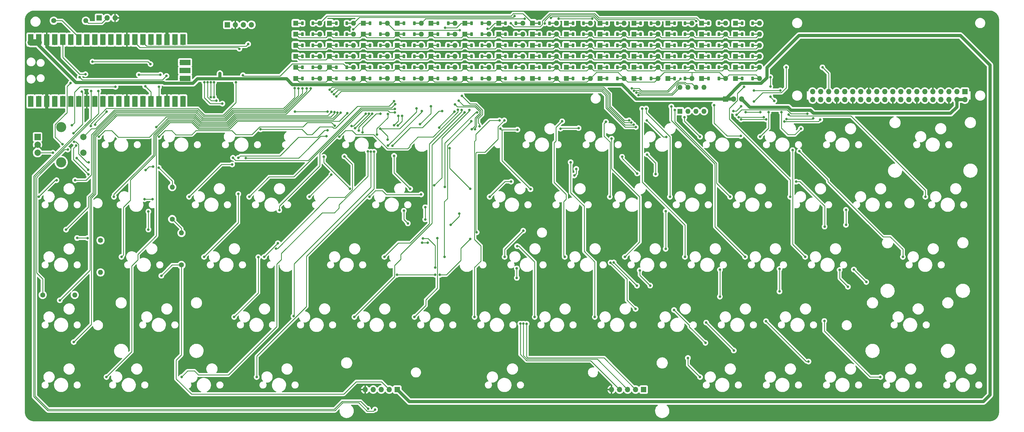
<source format=gtl>
%TF.GenerationSoftware,KiCad,Pcbnew,7.0.8*%
%TF.CreationDate,2023-10-07T09:46:25-04:00*%
%TF.ProjectId,MainBoard,4d61696e-426f-4617-9264-2e6b69636164,rev?*%
%TF.SameCoordinates,Original*%
%TF.FileFunction,Copper,L1,Top*%
%TF.FilePolarity,Positive*%
%FSLAX46Y46*%
G04 Gerber Fmt 4.6, Leading zero omitted, Abs format (unit mm)*
G04 Created by KiCad (PCBNEW 7.0.8) date 2023-10-07 09:46:25*
%MOMM*%
%LPD*%
G01*
G04 APERTURE LIST*
G04 Aperture macros list*
%AMRoundRect*
0 Rectangle with rounded corners*
0 $1 Rounding radius*
0 $2 $3 $4 $5 $6 $7 $8 $9 X,Y pos of 4 corners*
0 Add a 4 corners polygon primitive as box body*
4,1,4,$2,$3,$4,$5,$6,$7,$8,$9,$2,$3,0*
0 Add four circle primitives for the rounded corners*
1,1,$1+$1,$2,$3*
1,1,$1+$1,$4,$5*
1,1,$1+$1,$6,$7*
1,1,$1+$1,$8,$9*
0 Add four rect primitives between the rounded corners*
20,1,$1+$1,$2,$3,$4,$5,0*
20,1,$1+$1,$4,$5,$6,$7,0*
20,1,$1+$1,$6,$7,$8,$9,0*
20,1,$1+$1,$8,$9,$2,$3,0*%
G04 Aperture macros list end*
%TA.AperFunction,ComponentPad*%
%ADD10R,1.600000X1.600000*%
%TD*%
%TA.AperFunction,SMDPad,CuDef*%
%ADD11R,1.150000X0.450000*%
%TD*%
%TA.AperFunction,SMDPad,CuDef*%
%ADD12RoundRect,0.225000X-0.225000X-0.375000X0.225000X-0.375000X0.225000X0.375000X-0.225000X0.375000X0*%
%TD*%
%TA.AperFunction,ComponentPad*%
%ADD13O,1.600000X1.600000*%
%TD*%
%TA.AperFunction,ComponentPad*%
%ADD14R,1.700000X1.700000*%
%TD*%
%TA.AperFunction,ComponentPad*%
%ADD15O,1.700000X1.700000*%
%TD*%
%TA.AperFunction,CastellatedPad*%
%ADD16R,1.700000X1.700000*%
%TD*%
%TA.AperFunction,CastellatedPad*%
%ADD17O,1.700000X1.700000*%
%TD*%
%TA.AperFunction,ComponentPad*%
%ADD18R,2.000000X2.000000*%
%TD*%
%TA.AperFunction,ComponentPad*%
%ADD19C,2.000000*%
%TD*%
%TA.AperFunction,ComponentPad*%
%ADD20C,3.200000*%
%TD*%
%TA.AperFunction,SMDPad,CuDef*%
%ADD21R,1.700000X3.500000*%
%TD*%
%TA.AperFunction,SMDPad,CuDef*%
%ADD22R,3.500000X1.700000*%
%TD*%
%TA.AperFunction,ComponentPad*%
%ADD23C,1.600000*%
%TD*%
%TA.AperFunction,ViaPad*%
%ADD24C,0.800000*%
%TD*%
%TA.AperFunction,Conductor*%
%ADD25C,0.250000*%
%TD*%
%TA.AperFunction,Conductor*%
%ADD26C,1.000000*%
%TD*%
%TA.AperFunction,Conductor*%
%ADD27C,2.000000*%
%TD*%
G04 APERTURE END LIST*
D10*
X85860000Y-18000000D03*
D11*
X87095000Y-18000000D03*
D12*
X88010000Y-18000000D03*
X91310000Y-18000000D03*
D11*
X92220000Y-18000000D03*
D13*
X93480000Y-18000000D03*
D10*
X225220000Y-28500000D03*
D11*
X226455000Y-28500000D03*
D12*
X227370000Y-28500000D03*
X230670000Y-28500000D03*
D11*
X231580000Y-28500000D03*
D13*
X232840000Y-28500000D03*
D10*
X128740000Y-14500000D03*
D11*
X129975000Y-14500000D03*
D12*
X130890000Y-14500000D03*
X134190000Y-14500000D03*
D11*
X135100000Y-14500000D03*
D13*
X136360000Y-14500000D03*
D10*
X118020000Y-28500000D03*
D11*
X119255000Y-28500000D03*
D12*
X120170000Y-28500000D03*
X123470000Y-28500000D03*
D11*
X124380000Y-28500000D03*
D13*
X125640000Y-28500000D03*
D10*
X160900000Y-11000000D03*
D11*
X162135000Y-11000000D03*
D12*
X163050000Y-11000000D03*
X166350000Y-11000000D03*
D11*
X167260000Y-11000000D03*
D13*
X168520000Y-11000000D03*
D10*
X85860000Y-14500000D03*
D11*
X87095000Y-14500000D03*
D12*
X88010000Y-14500000D03*
X91310000Y-14500000D03*
D11*
X92220000Y-14500000D03*
D13*
X93480000Y-14500000D03*
D10*
X182340000Y-18000000D03*
D11*
X183575000Y-18000000D03*
D12*
X184490000Y-18000000D03*
X187790000Y-18000000D03*
D11*
X188700000Y-18000000D03*
D13*
X189960000Y-18000000D03*
D10*
X128740000Y-21500000D03*
D11*
X129975000Y-21500000D03*
D12*
X130890000Y-21500000D03*
X134190000Y-21500000D03*
D11*
X135100000Y-21500000D03*
D13*
X136360000Y-21500000D03*
D10*
X203780000Y-18000000D03*
D11*
X205015000Y-18000000D03*
D12*
X205930000Y-18000000D03*
X209230000Y-18000000D03*
D11*
X210140000Y-18000000D03*
D13*
X211400000Y-18000000D03*
D10*
X107300000Y-28500000D03*
D11*
X108535000Y-28500000D03*
D12*
X109450000Y-28500000D03*
X112750000Y-28500000D03*
D11*
X113660000Y-28500000D03*
D13*
X114920000Y-28500000D03*
D10*
X96580000Y-14500000D03*
D11*
X97815000Y-14500000D03*
D12*
X98730000Y-14500000D03*
X102030000Y-14500000D03*
D11*
X102940000Y-14500000D03*
D13*
X104200000Y-14500000D03*
D10*
X150180000Y-28500000D03*
D11*
X151415000Y-28500000D03*
D12*
X152330000Y-28500000D03*
X155630000Y-28500000D03*
D11*
X156540000Y-28500000D03*
D13*
X157800000Y-28500000D03*
D10*
X193060000Y-11000000D03*
D11*
X194295000Y-11000000D03*
D12*
X195210000Y-11000000D03*
X198510000Y-11000000D03*
D11*
X199420000Y-11000000D03*
D13*
X200680000Y-11000000D03*
D10*
X225220000Y-21500000D03*
D11*
X226455000Y-21500000D03*
D12*
X227370000Y-21500000D03*
X230670000Y-21500000D03*
D11*
X231580000Y-21500000D03*
D13*
X232840000Y-21500000D03*
D10*
X107300000Y-11000000D03*
D11*
X108535000Y-11000000D03*
D12*
X109450000Y-11000000D03*
X112750000Y-11000000D03*
D11*
X113660000Y-11000000D03*
D13*
X114920000Y-11000000D03*
D10*
X128740000Y-11000000D03*
D11*
X129975000Y-11000000D03*
D12*
X130890000Y-11000000D03*
X134190000Y-11000000D03*
D11*
X135100000Y-11000000D03*
D13*
X136360000Y-11000000D03*
D10*
X203780000Y-14500000D03*
D11*
X205015000Y-14500000D03*
D12*
X205930000Y-14500000D03*
X209230000Y-14500000D03*
D11*
X210140000Y-14500000D03*
D13*
X211400000Y-14500000D03*
D10*
X150180000Y-11000000D03*
D11*
X151415000Y-11000000D03*
D12*
X152330000Y-11000000D03*
X155630000Y-11000000D03*
D11*
X156540000Y-11000000D03*
D13*
X157800000Y-11000000D03*
D10*
X160900000Y-21500000D03*
D11*
X162135000Y-21500000D03*
D12*
X163050000Y-21500000D03*
X166350000Y-21500000D03*
D11*
X167260000Y-21500000D03*
D13*
X168520000Y-21500000D03*
D10*
X203780000Y-28500000D03*
D11*
X205015000Y-28500000D03*
D12*
X205930000Y-28500000D03*
X209230000Y-28500000D03*
D11*
X210140000Y-28500000D03*
D13*
X211400000Y-28500000D03*
D10*
X118020000Y-21500000D03*
D11*
X119255000Y-21500000D03*
D12*
X120170000Y-21500000D03*
X123470000Y-21500000D03*
D11*
X124380000Y-21500000D03*
D13*
X125640000Y-21500000D03*
D10*
X171620000Y-28500000D03*
D11*
X172855000Y-28500000D03*
D12*
X173770000Y-28500000D03*
X177070000Y-28500000D03*
D11*
X177980000Y-28500000D03*
D13*
X179240000Y-28500000D03*
D10*
X193060000Y-14500000D03*
D11*
X194295000Y-14500000D03*
D12*
X195210000Y-14500000D03*
X198510000Y-14500000D03*
D11*
X199420000Y-14500000D03*
D13*
X200680000Y-14500000D03*
D10*
X203780000Y-21500000D03*
D11*
X205015000Y-21500000D03*
D12*
X205930000Y-21500000D03*
X209230000Y-21500000D03*
D11*
X210140000Y-21500000D03*
D13*
X211400000Y-21500000D03*
D14*
X64220000Y-11500000D03*
D15*
X66760000Y-11500000D03*
X69300000Y-11500000D03*
X71840000Y-11500000D03*
D10*
X150180000Y-21500000D03*
D11*
X151415000Y-21500000D03*
D12*
X152330000Y-21500000D03*
X155630000Y-21500000D03*
D11*
X156540000Y-21500000D03*
D13*
X157800000Y-21500000D03*
D10*
X214500000Y-11000000D03*
D11*
X215735000Y-11000000D03*
D12*
X216650000Y-11000000D03*
X219950000Y-11000000D03*
D11*
X220860000Y-11000000D03*
D13*
X222120000Y-11000000D03*
D10*
X182340000Y-21500000D03*
D11*
X183575000Y-21500000D03*
D12*
X184490000Y-21500000D03*
X187790000Y-21500000D03*
D11*
X188700000Y-21500000D03*
D13*
X189960000Y-21500000D03*
D10*
X214500000Y-18000000D03*
D11*
X215735000Y-18000000D03*
D12*
X216650000Y-18000000D03*
X219950000Y-18000000D03*
D11*
X220860000Y-18000000D03*
D13*
X222120000Y-18000000D03*
D14*
X222072200Y-35026600D03*
D15*
X224612200Y-35026600D03*
X227152200Y-35026600D03*
D10*
X225220000Y-14500000D03*
D11*
X226455000Y-14500000D03*
D12*
X227370000Y-14500000D03*
X230670000Y-14500000D03*
D11*
X231580000Y-14500000D03*
D13*
X232840000Y-14500000D03*
D10*
X139460000Y-18000000D03*
D11*
X140695000Y-18000000D03*
D12*
X141610000Y-18000000D03*
X144910000Y-18000000D03*
D11*
X145820000Y-18000000D03*
D13*
X147080000Y-18000000D03*
D10*
X193060000Y-28500000D03*
D11*
X194295000Y-28500000D03*
D12*
X195210000Y-28500000D03*
X198510000Y-28500000D03*
D11*
X199420000Y-28500000D03*
D13*
X200680000Y-28500000D03*
D10*
X193060000Y-21500000D03*
D11*
X194295000Y-21500000D03*
D12*
X195210000Y-21500000D03*
X198510000Y-21500000D03*
D11*
X199420000Y-21500000D03*
D13*
X200680000Y-21500000D03*
D10*
X118020000Y-11000000D03*
D11*
X119255000Y-11000000D03*
D12*
X120170000Y-11000000D03*
X123470000Y-11000000D03*
D11*
X124380000Y-11000000D03*
D13*
X125640000Y-11000000D03*
D10*
X225220000Y-25000000D03*
D11*
X226455000Y-25000000D03*
D12*
X227370000Y-25000000D03*
X230670000Y-25000000D03*
D11*
X231580000Y-25000000D03*
D13*
X232840000Y-25000000D03*
D10*
X171620000Y-18000000D03*
D11*
X172855000Y-18000000D03*
D12*
X173770000Y-18000000D03*
X177070000Y-18000000D03*
D11*
X177980000Y-18000000D03*
D13*
X179240000Y-18000000D03*
D10*
X171620000Y-21500000D03*
D11*
X172855000Y-21500000D03*
D12*
X173770000Y-21500000D03*
X177070000Y-21500000D03*
D11*
X177980000Y-21500000D03*
D13*
X179240000Y-21500000D03*
D10*
X107300000Y-25000000D03*
D11*
X108535000Y-25000000D03*
D12*
X109450000Y-25000000D03*
X112750000Y-25000000D03*
D11*
X113660000Y-25000000D03*
D13*
X114920000Y-25000000D03*
D10*
X182340000Y-14500000D03*
D11*
X183575000Y-14500000D03*
D12*
X184490000Y-14500000D03*
X187790000Y-14500000D03*
D11*
X188700000Y-14500000D03*
D13*
X189960000Y-14500000D03*
D10*
X96580000Y-28500000D03*
D11*
X97815000Y-28500000D03*
D12*
X98730000Y-28500000D03*
X102030000Y-28500000D03*
D11*
X102940000Y-28500000D03*
D13*
X104200000Y-28500000D03*
D10*
X107300000Y-21500000D03*
D11*
X108535000Y-21500000D03*
D12*
X109450000Y-21500000D03*
X112750000Y-21500000D03*
D11*
X113660000Y-21500000D03*
D13*
X114920000Y-21500000D03*
D10*
X171620000Y-25000000D03*
D11*
X172855000Y-25000000D03*
D12*
X173770000Y-25000000D03*
X177070000Y-25000000D03*
D11*
X177980000Y-25000000D03*
D13*
X179240000Y-25000000D03*
D10*
X182340000Y-11000000D03*
D11*
X183575000Y-11000000D03*
D12*
X184490000Y-11000000D03*
X187790000Y-11000000D03*
D11*
X188700000Y-11000000D03*
D13*
X189960000Y-11000000D03*
D10*
X85860000Y-21500000D03*
D11*
X87095000Y-21500000D03*
D12*
X88010000Y-21500000D03*
X91310000Y-21500000D03*
D11*
X92220000Y-21500000D03*
D13*
X93480000Y-21500000D03*
D10*
X139460000Y-21500000D03*
D11*
X140695000Y-21500000D03*
D12*
X141610000Y-21500000D03*
X144910000Y-21500000D03*
D11*
X145820000Y-21500000D03*
D13*
X147080000Y-21500000D03*
D16*
X297930000Y-32680000D03*
D17*
X297930000Y-35220000D03*
X295390000Y-32680000D03*
X295390000Y-35220000D03*
X292850000Y-32680000D03*
X292850000Y-35220000D03*
X290310000Y-32680000D03*
X290310000Y-35220000D03*
X287770000Y-32680000D03*
X287770000Y-35220000D03*
X285230000Y-32680000D03*
X285230000Y-35220000D03*
X282690000Y-32680000D03*
X282690000Y-35220000D03*
X280150000Y-32680000D03*
X280150000Y-35220000D03*
X277610000Y-32680000D03*
X277610000Y-35220000D03*
X275070000Y-32680000D03*
X275070000Y-35220000D03*
X272530000Y-32680000D03*
X272530000Y-35220000D03*
X269990000Y-32680000D03*
X269990000Y-35220000D03*
X267450000Y-32680000D03*
X267450000Y-35220000D03*
X264910000Y-32680000D03*
X264910000Y-35220000D03*
X262370000Y-32680000D03*
X262370000Y-35220000D03*
X259830000Y-32680000D03*
X259830000Y-35220000D03*
X257290000Y-32680000D03*
X257290000Y-35220000D03*
X254750000Y-32680000D03*
X254750000Y-35220000D03*
X252210000Y-32680000D03*
X252210000Y-35220000D03*
X249670000Y-32680000D03*
X249670000Y-35220000D03*
D10*
X160900000Y-28500000D03*
D11*
X162135000Y-28500000D03*
D12*
X163050000Y-28500000D03*
X166350000Y-28500000D03*
D11*
X167260000Y-28500000D03*
D13*
X168520000Y-28500000D03*
D10*
X214500000Y-25000000D03*
D11*
X215735000Y-25000000D03*
D12*
X216650000Y-25000000D03*
X219950000Y-25000000D03*
D11*
X220860000Y-25000000D03*
D13*
X222120000Y-25000000D03*
D10*
X182340000Y-28500000D03*
D11*
X183575000Y-28500000D03*
D12*
X184490000Y-28500000D03*
X187790000Y-28500000D03*
D11*
X188700000Y-28500000D03*
D13*
X189960000Y-28500000D03*
D10*
X128740000Y-18000000D03*
D11*
X129975000Y-18000000D03*
D12*
X130890000Y-18000000D03*
X134190000Y-18000000D03*
D11*
X135100000Y-18000000D03*
D13*
X136360000Y-18000000D03*
D10*
X214500000Y-21500000D03*
D11*
X215735000Y-21500000D03*
D12*
X216650000Y-21500000D03*
X219950000Y-21500000D03*
D11*
X220860000Y-21500000D03*
D13*
X222120000Y-21500000D03*
D10*
X85860000Y-28500000D03*
D11*
X87095000Y-28500000D03*
D12*
X88010000Y-28500000D03*
X91310000Y-28500000D03*
D11*
X92220000Y-28500000D03*
D13*
X93480000Y-28500000D03*
D10*
X160900000Y-18000000D03*
D11*
X162135000Y-18000000D03*
D12*
X163050000Y-18000000D03*
X166350000Y-18000000D03*
D11*
X167260000Y-18000000D03*
D13*
X168520000Y-18000000D03*
D10*
X171620000Y-11000000D03*
D11*
X172855000Y-11000000D03*
D12*
X173770000Y-11000000D03*
X177070000Y-11000000D03*
D11*
X177980000Y-11000000D03*
D13*
X179240000Y-11000000D03*
D10*
X150180000Y-18000000D03*
D11*
X151415000Y-18000000D03*
D12*
X152330000Y-18000000D03*
X155630000Y-18000000D03*
D11*
X156540000Y-18000000D03*
D13*
X157800000Y-18000000D03*
D10*
X107300000Y-18000000D03*
D11*
X108535000Y-18000000D03*
D12*
X109450000Y-18000000D03*
X112750000Y-18000000D03*
D11*
X113660000Y-18000000D03*
D13*
X114920000Y-18000000D03*
D10*
X193060000Y-25000000D03*
D11*
X194295000Y-25000000D03*
D12*
X195210000Y-25000000D03*
X198510000Y-25000000D03*
D11*
X199420000Y-25000000D03*
D13*
X200680000Y-25000000D03*
D10*
X203780000Y-25000000D03*
D11*
X205015000Y-25000000D03*
D12*
X205930000Y-25000000D03*
X209230000Y-25000000D03*
D11*
X210140000Y-25000000D03*
D13*
X211400000Y-25000000D03*
D10*
X96580000Y-11000000D03*
D11*
X97815000Y-11000000D03*
D12*
X98730000Y-11000000D03*
X102030000Y-11000000D03*
D11*
X102940000Y-11000000D03*
D13*
X104200000Y-11000000D03*
D18*
X4045000Y-47045000D03*
D19*
X4045000Y-52045000D03*
X4045000Y-49545000D03*
D20*
X11545000Y-43945000D03*
X11545000Y-55145000D03*
D19*
X18545000Y-52045000D03*
X18545000Y-47045000D03*
D10*
X139460000Y-28500000D03*
D11*
X140695000Y-28500000D03*
D12*
X141610000Y-28500000D03*
X144910000Y-28500000D03*
D11*
X145820000Y-28500000D03*
D13*
X147080000Y-28500000D03*
D10*
X150180000Y-25000000D03*
D11*
X151415000Y-25000000D03*
D12*
X152330000Y-25000000D03*
X155630000Y-25000000D03*
D11*
X156540000Y-25000000D03*
D13*
X157800000Y-25000000D03*
D10*
X225220000Y-11000000D03*
D11*
X226455000Y-11000000D03*
D12*
X227370000Y-11000000D03*
X230670000Y-11000000D03*
D11*
X231580000Y-11000000D03*
D13*
X232840000Y-11000000D03*
D10*
X118020000Y-25000000D03*
D11*
X119255000Y-25000000D03*
D12*
X120170000Y-25000000D03*
X123470000Y-25000000D03*
D11*
X124380000Y-25000000D03*
D13*
X125640000Y-25000000D03*
D10*
X85860000Y-11000000D03*
D11*
X87095000Y-11000000D03*
D12*
X88010000Y-11000000D03*
X91310000Y-11000000D03*
D11*
X92220000Y-11000000D03*
D13*
X93480000Y-11000000D03*
D10*
X128740000Y-25000000D03*
D11*
X129975000Y-25000000D03*
D12*
X130890000Y-25000000D03*
X134190000Y-25000000D03*
D11*
X135100000Y-25000000D03*
D13*
X136360000Y-25000000D03*
D10*
X203780000Y-11000000D03*
D11*
X205015000Y-11000000D03*
D12*
X205930000Y-11000000D03*
X209230000Y-11000000D03*
D11*
X210140000Y-11000000D03*
D13*
X211400000Y-11000000D03*
D10*
X96580000Y-21500000D03*
D11*
X97815000Y-21500000D03*
D12*
X98730000Y-21500000D03*
X102030000Y-21500000D03*
D11*
X102940000Y-21500000D03*
D13*
X104200000Y-21500000D03*
D10*
X150180000Y-14500000D03*
D11*
X151415000Y-14500000D03*
D12*
X152330000Y-14500000D03*
X155630000Y-14500000D03*
D11*
X156540000Y-14500000D03*
D13*
X157800000Y-14500000D03*
D10*
X118020000Y-18000000D03*
D11*
X119255000Y-18000000D03*
D12*
X120170000Y-18000000D03*
X123470000Y-18000000D03*
D11*
X124380000Y-18000000D03*
D13*
X125640000Y-18000000D03*
D10*
X207645000Y-38912800D03*
D13*
X210185000Y-38912800D03*
X212725000Y-38912800D03*
X215265000Y-38912800D03*
X215265000Y-31292800D03*
X212725000Y-31292800D03*
X210185000Y-31292800D03*
X207645000Y-31292800D03*
D10*
X225220000Y-18000000D03*
D11*
X226455000Y-18000000D03*
D12*
X227370000Y-18000000D03*
X230670000Y-18000000D03*
D11*
X231580000Y-18000000D03*
D13*
X232840000Y-18000000D03*
D10*
X96580000Y-18000000D03*
D11*
X97815000Y-18000000D03*
D12*
X98730000Y-18000000D03*
X102030000Y-18000000D03*
D11*
X102940000Y-18000000D03*
D13*
X104200000Y-18000000D03*
D10*
X193060000Y-18000000D03*
D11*
X194295000Y-18000000D03*
D12*
X195210000Y-18000000D03*
X198510000Y-18000000D03*
D11*
X199420000Y-18000000D03*
D13*
X200680000Y-18000000D03*
D15*
X1870000Y-34890000D03*
D21*
X1870000Y-35790000D03*
D15*
X4410000Y-34890000D03*
D21*
X4410000Y-35790000D03*
D14*
X6950000Y-34890000D03*
D21*
X6950000Y-35790000D03*
D15*
X9490000Y-34890000D03*
D21*
X9490000Y-35790000D03*
D15*
X12030000Y-34890000D03*
D21*
X12030000Y-35790000D03*
D15*
X14570000Y-34890000D03*
D21*
X14570000Y-35790000D03*
D15*
X17110000Y-34890000D03*
D21*
X17110000Y-35790000D03*
D14*
X19650000Y-34890000D03*
D21*
X19650000Y-35790000D03*
D15*
X22190000Y-34890000D03*
D21*
X22190000Y-35790000D03*
D15*
X24730000Y-34890000D03*
D21*
X24730000Y-35790000D03*
D15*
X27270000Y-34890000D03*
D21*
X27270000Y-35790000D03*
D15*
X29810000Y-34890000D03*
D21*
X29810000Y-35790000D03*
D14*
X32350000Y-34890000D03*
D21*
X32350000Y-35790000D03*
D15*
X34890000Y-34890000D03*
D21*
X34890000Y-35790000D03*
D15*
X37430000Y-34890000D03*
D21*
X37430000Y-35790000D03*
D15*
X39970000Y-34890000D03*
D21*
X39970000Y-35790000D03*
D15*
X42510000Y-34890000D03*
D21*
X42510000Y-35790000D03*
D14*
X45050000Y-34890000D03*
D21*
X45050000Y-35790000D03*
D15*
X47590000Y-34890000D03*
D21*
X47590000Y-35790000D03*
D15*
X50130000Y-34890000D03*
D21*
X50130000Y-35790000D03*
D15*
X50130000Y-17110000D03*
D21*
X50130000Y-16210000D03*
D15*
X47590000Y-17110000D03*
D21*
X47590000Y-16210000D03*
D14*
X45050000Y-17110000D03*
D21*
X45050000Y-16210000D03*
D15*
X42510000Y-17110000D03*
D21*
X42510000Y-16210000D03*
D15*
X39970000Y-17110000D03*
D21*
X39970000Y-16210000D03*
D15*
X37430000Y-17110000D03*
D21*
X37430000Y-16210000D03*
D15*
X34890000Y-17110000D03*
D21*
X34890000Y-16210000D03*
D14*
X32350000Y-17110000D03*
D21*
X32350000Y-16210000D03*
D15*
X29810000Y-17110000D03*
D21*
X29810000Y-16210000D03*
D15*
X27270000Y-17110000D03*
D21*
X27270000Y-16210000D03*
D15*
X24730000Y-17110000D03*
D21*
X24730000Y-16210000D03*
D15*
X22190000Y-17110000D03*
D21*
X22190000Y-16210000D03*
D14*
X19650000Y-17110000D03*
D21*
X19650000Y-16210000D03*
D15*
X17110000Y-17110000D03*
D21*
X17110000Y-16210000D03*
D15*
X14570000Y-17110000D03*
D21*
X14570000Y-16210000D03*
D15*
X12030000Y-17110000D03*
D21*
X12030000Y-16210000D03*
D15*
X9490000Y-17110000D03*
D21*
X9490000Y-16210000D03*
D14*
X6950000Y-17110000D03*
D21*
X6950000Y-16210000D03*
D15*
X4410000Y-17110000D03*
D21*
X4410000Y-16210000D03*
D15*
X1870000Y-17110000D03*
D21*
X1870000Y-16210000D03*
D15*
X49900000Y-28540000D03*
D22*
X50800000Y-28540000D03*
D14*
X49900000Y-26000000D03*
D22*
X50800000Y-26000000D03*
D15*
X49900000Y-23460000D03*
D22*
X50800000Y-23460000D03*
D10*
X107300000Y-14500000D03*
D11*
X108535000Y-14500000D03*
D12*
X109450000Y-14500000D03*
X112750000Y-14500000D03*
D11*
X113660000Y-14500000D03*
D13*
X114920000Y-14500000D03*
D10*
X85860000Y-25000000D03*
D11*
X87095000Y-25000000D03*
D12*
X88010000Y-25000000D03*
X91310000Y-25000000D03*
D11*
X92220000Y-25000000D03*
D13*
X93480000Y-25000000D03*
D10*
X139460000Y-11000000D03*
D11*
X140695000Y-11000000D03*
D12*
X141610000Y-11000000D03*
X144910000Y-11000000D03*
D11*
X145820000Y-11000000D03*
D13*
X147080000Y-11000000D03*
D10*
X214500000Y-14500000D03*
D11*
X215735000Y-14500000D03*
D12*
X216650000Y-14500000D03*
X219950000Y-14500000D03*
D11*
X220860000Y-14500000D03*
D13*
X222120000Y-14500000D03*
D10*
X160900000Y-25000000D03*
D11*
X162135000Y-25000000D03*
D12*
X163050000Y-25000000D03*
X166350000Y-25000000D03*
D11*
X167260000Y-25000000D03*
D13*
X168520000Y-25000000D03*
D10*
X139460000Y-25000000D03*
D11*
X140695000Y-25000000D03*
D12*
X141610000Y-25000000D03*
X144910000Y-25000000D03*
D11*
X145820000Y-25000000D03*
D13*
X147080000Y-25000000D03*
D10*
X96580000Y-25000000D03*
D11*
X97815000Y-25000000D03*
D12*
X98730000Y-25000000D03*
X102030000Y-25000000D03*
D11*
X102940000Y-25000000D03*
D13*
X104200000Y-25000000D03*
D10*
X128740000Y-28500000D03*
D11*
X129975000Y-28500000D03*
D12*
X130890000Y-28500000D03*
X134190000Y-28500000D03*
D11*
X135100000Y-28500000D03*
D13*
X136360000Y-28500000D03*
D10*
X214500000Y-28500000D03*
D11*
X215735000Y-28500000D03*
D12*
X216650000Y-28500000D03*
X219950000Y-28500000D03*
D11*
X220860000Y-28500000D03*
D13*
X222120000Y-28500000D03*
D10*
X182340000Y-25000000D03*
D11*
X183575000Y-25000000D03*
D12*
X184490000Y-25000000D03*
X187790000Y-25000000D03*
D11*
X188700000Y-25000000D03*
D13*
X189960000Y-25000000D03*
D10*
X118020000Y-14500000D03*
D11*
X119255000Y-14500000D03*
D12*
X120170000Y-14500000D03*
X123470000Y-14500000D03*
D11*
X124380000Y-14500000D03*
D13*
X125640000Y-14500000D03*
D10*
X171620000Y-14500000D03*
D11*
X172855000Y-14500000D03*
D12*
X173770000Y-14500000D03*
X177070000Y-14500000D03*
D11*
X177980000Y-14500000D03*
D13*
X179240000Y-14500000D03*
D10*
X160900000Y-14500000D03*
D11*
X162135000Y-14500000D03*
D12*
X163050000Y-14500000D03*
X166350000Y-14500000D03*
D11*
X167260000Y-14500000D03*
D13*
X168520000Y-14500000D03*
D10*
X139460000Y-14500000D03*
D11*
X140695000Y-14500000D03*
D12*
X141610000Y-14500000D03*
X144910000Y-14500000D03*
D11*
X145820000Y-14500000D03*
D13*
X147080000Y-14500000D03*
D14*
X118048750Y-127160000D03*
D15*
X115508750Y-127160000D03*
X112968750Y-127160000D03*
X110428750Y-127160000D03*
X107888750Y-127160000D03*
D23*
X49657000Y-87675000D03*
D13*
X49657000Y-77515000D03*
D14*
X196148750Y-127160000D03*
D15*
X193608750Y-127160000D03*
X191068750Y-127160000D03*
X188528750Y-127160000D03*
X185988750Y-127160000D03*
D23*
X5675000Y-97175000D03*
D13*
X15835000Y-97175000D03*
D23*
X24000000Y-79865000D03*
D13*
X24000000Y-90025000D03*
D23*
X9182500Y-10200000D03*
D13*
X19342500Y-10200000D03*
D23*
X46725000Y-73130000D03*
D13*
X46725000Y-62970000D03*
D14*
X23520400Y-9347200D03*
D15*
X26060400Y-9347200D03*
X28600400Y-9347200D03*
D24*
X65980000Y-53680000D03*
X6629400Y-45135800D03*
X307924200Y-91300972D03*
X129725100Y-117728400D03*
X3073400Y-20066000D03*
X45028104Y-8255000D03*
X63102744Y-8255000D03*
X259975108Y-19499200D03*
X278412518Y-25900000D03*
X133281100Y-119100000D03*
X261793449Y-23969600D03*
X276449683Y-38074600D03*
X272881295Y-25900000D03*
X280393669Y-8400000D03*
X49555400Y-72034400D03*
X249438148Y-134400000D03*
X132100000Y-119100000D03*
X301701200Y-107777559D03*
X32562800Y-26111200D03*
X28915896Y-129616200D03*
X270747408Y-134400000D03*
X272855895Y-23969600D03*
X6985000Y-30175200D03*
X307924200Y-93139129D03*
X130918900Y-121868600D03*
X6908800Y-28829000D03*
X52257960Y-8255000D03*
X263637190Y-23969600D03*
X5816600Y-44094400D03*
X45720000Y-25400000D03*
X255830926Y-134400000D03*
X135643300Y-119100000D03*
X275009260Y-134400000D03*
X41413176Y-8255000D03*
X19481800Y-32283400D03*
X50238526Y-132207000D03*
X33177748Y-129616200D03*
X31046822Y-129616200D03*
X64307720Y-8255000D03*
X138005500Y-121868600D03*
X41701452Y-129616200D03*
X267350072Y-25900000D03*
X18261266Y-129616200D03*
X258105967Y-21582000D03*
X287605823Y-17822800D03*
X34594800Y-11404600D03*
X13309600Y-24815800D03*
X47498000Y-25552400D03*
X42335752Y-11404600D03*
X247307100Y-28498800D03*
X32562800Y-24612600D03*
X307924200Y-102329914D03*
X278387118Y-21582000D03*
X132100000Y-121868600D03*
X44270990Y-11404600D03*
X284106551Y-10076400D03*
X274822130Y-38074600D03*
X20320000Y-19888200D03*
X301701200Y-83881501D03*
X59487816Y-8255000D03*
X66717672Y-8255000D03*
X20392192Y-129616200D03*
X57080150Y-20091400D03*
X273044105Y-10076400D03*
X11868488Y-129616200D03*
X263637190Y-21582000D03*
X276543377Y-21582000D03*
X245211600Y-27203400D03*
X263800000Y-8400000D03*
X37497657Y-11404600D03*
X30474355Y-20040600D03*
X2768600Y-25958800D03*
X249402600Y-27203400D03*
X301701200Y-98586757D03*
X34343620Y-20040600D03*
X10769600Y-20116800D03*
X261981659Y-10076400D03*
X263637190Y-17822800D03*
X4140200Y-20193000D03*
X307924200Y-100491757D03*
X280230859Y-17822800D03*
X80071490Y-132207000D03*
X265506331Y-19499200D03*
X245176296Y-134400000D03*
X35308674Y-129616200D03*
X22523118Y-129616200D03*
X240914444Y-134400000D03*
X263662590Y-25900000D03*
X267350072Y-19499200D03*
X33680400Y-26111200D03*
X257961852Y-134400000D03*
X269331223Y-8400000D03*
X13999414Y-129616200D03*
X133268400Y-117728400D03*
X130906200Y-120497000D03*
X58026300Y-20091400D03*
X301701200Y-91234129D03*
X285787482Y-19499200D03*
X248354850Y-27203400D03*
X20828000Y-27609800D03*
X261956259Y-8400000D03*
X77940564Y-132207000D03*
X246259350Y-27203400D03*
X268311918Y-38074600D03*
X20701000Y-26466800D03*
X35562419Y-11404600D03*
X280419069Y-10076400D03*
X261793449Y-17822800D03*
X135630600Y-120497000D03*
X57077864Y-8255000D03*
X36530038Y-11404600D03*
X45963304Y-129616200D03*
X274862446Y-8400000D03*
X265056812Y-38074600D03*
X278549928Y-8400000D03*
X287768633Y-8400000D03*
X301701200Y-74690716D03*
X35633375Y-20040600D03*
X307924200Y-89462815D03*
X245211600Y-29768800D03*
X287794033Y-10076400D03*
X48094236Y-129616200D03*
X136811700Y-117728400D03*
X33680400Y-24612600D03*
X54500378Y-132207000D03*
X283918341Y-17822800D03*
X247307222Y-134400000D03*
X45238609Y-11404600D03*
X259949708Y-21582000D03*
X259949708Y-17822800D03*
X266684365Y-38074600D03*
X39432895Y-11404600D03*
X271567024Y-38074600D03*
X31445200Y-27762200D03*
X58972450Y-20091400D03*
X65512696Y-8255000D03*
X301701200Y-102263071D03*
X9753600Y-30175200D03*
X301701200Y-89395972D03*
X267324672Y-17822800D03*
X307924200Y-72919402D03*
X278412518Y-19499200D03*
X273194577Y-38074600D03*
X261818849Y-25900000D03*
X283943741Y-19499200D03*
X7493000Y-46253400D03*
X282237410Y-8400000D03*
X67922648Y-8255000D03*
X272878334Y-134400000D03*
X258105967Y-23969600D03*
X2184400Y-21310600D03*
X7606636Y-129616200D03*
X31445200Y-26111200D03*
X269193813Y-19499200D03*
X54914800Y-11455400D03*
X301701200Y-93072286D03*
X136824400Y-119100000D03*
X307924200Y-80272030D03*
X42618152Y-8255000D03*
X5029200Y-43154600D03*
X238783518Y-134400000D03*
X271174964Y-8400000D03*
X278575328Y-10076400D03*
X51052984Y-8255000D03*
X282262810Y-10076400D03*
X307924200Y-82110187D03*
X246259350Y-28498800D03*
X9737562Y-129616200D03*
X134462200Y-121868600D03*
X282100000Y-25900000D03*
X280256259Y-19499200D03*
X273018705Y-8400000D03*
X271200364Y-10076400D03*
X285762082Y-23969600D03*
X283918341Y-23969600D03*
X301701200Y-78367030D03*
X307924200Y-85786501D03*
X49848008Y-8255000D03*
X88595200Y-132207000D03*
X39570526Y-129616200D03*
X301701200Y-94910443D03*
X274699636Y-23969600D03*
X24654044Y-129616200D03*
X60692792Y-8255000D03*
X276543377Y-17822800D03*
X268616482Y-134400000D03*
X31764110Y-20040600D03*
X129737800Y-119100000D03*
X301701200Y-72852559D03*
X47173847Y-11404600D03*
X289474967Y-25900000D03*
X61897768Y-8255000D03*
X52979561Y-11404600D03*
X267324672Y-21582000D03*
X243045370Y-134400000D03*
X263662590Y-19499200D03*
X29184600Y-20040600D03*
X307924200Y-83948344D03*
X279704800Y-38074600D03*
X56631304Y-132207000D03*
X289637777Y-10076400D03*
X43303371Y-11404600D03*
X271037554Y-25900000D03*
X272855895Y-17822800D03*
X301701200Y-82043344D03*
X280256259Y-25900000D03*
X307924200Y-76595716D03*
X70332600Y-8255000D03*
X134449500Y-117728400D03*
X8813800Y-20015200D03*
X29210000Y-24612600D03*
X30327600Y-24612600D03*
X258105967Y-17822800D03*
X49453800Y-69951600D03*
X30327600Y-26111200D03*
X132087300Y-120497000D03*
X53462936Y-8255000D03*
X8178800Y-30530800D03*
X285924892Y-8400000D03*
X25196800Y-32461200D03*
X301701200Y-85719658D03*
X269168413Y-21582000D03*
X133281100Y-121868600D03*
X282074600Y-23969600D03*
X49733200Y-55168800D03*
X287605823Y-23969600D03*
X16306800Y-23444200D03*
X301701200Y-80205187D03*
X278387118Y-17822800D03*
X265480931Y-21582000D03*
X248354850Y-29768800D03*
X307924200Y-98653600D03*
X301701200Y-105939385D03*
X138005500Y-119100000D03*
X6629400Y-26111200D03*
X274699636Y-17822800D03*
X285950292Y-10076400D03*
X29210000Y-27762200D03*
X301701200Y-96748600D03*
X285762082Y-17822800D03*
X266485556Y-134400000D03*
X51044323Y-11404600D03*
X67285934Y-132207000D03*
X307924200Y-106006228D03*
X132087300Y-117728400D03*
X58762230Y-132207000D03*
X269939471Y-38074600D03*
X46206228Y-11404600D03*
X7340600Y-23571200D03*
X258268777Y-8400000D03*
X264354630Y-134400000D03*
X282074600Y-17822800D03*
X2057400Y-30911800D03*
X307924200Y-78433873D03*
X14528800Y-22021800D03*
X16992600Y-19913600D03*
X249402600Y-29768800D03*
X52011942Y-11404600D03*
X307924200Y-87624658D03*
X40400514Y-11404600D03*
X133268400Y-120497000D03*
X40792400Y-20040600D03*
X1701800Y-20015200D03*
X3937000Y-21386800D03*
X73678712Y-132207000D03*
X276568777Y-19499200D03*
X33680400Y-27762200D03*
X263825400Y-10076400D03*
X271037554Y-19499200D03*
X258131367Y-19499200D03*
X267324672Y-23969600D03*
X265669141Y-10076400D03*
X18592800Y-19888200D03*
X32562800Y-27762200D03*
X307924200Y-104168071D03*
X4495800Y-25831800D03*
X307924200Y-107844402D03*
X278077236Y-38074600D03*
X16130340Y-129616200D03*
X260092778Y-134400000D03*
X258131367Y-25900000D03*
X1854200Y-25908000D03*
X301701200Y-76528873D03*
X261818849Y-19499200D03*
X26784970Y-129616200D03*
X130918900Y-119100000D03*
X46233080Y-8255000D03*
X69127624Y-8255000D03*
X274725036Y-25900000D03*
X48141466Y-11404600D03*
X265480931Y-17822800D03*
X289449567Y-21582000D03*
X271012154Y-17822800D03*
X269168413Y-17822800D03*
X130906200Y-117728400D03*
X253700000Y-134400000D03*
X272855895Y-21582000D03*
X307924200Y-96815443D03*
X58282840Y-8255000D03*
X31445200Y-24612600D03*
X38465276Y-11404600D03*
X301701200Y-104101228D03*
X265643741Y-8400000D03*
X82202416Y-132207000D03*
X50076704Y-11404600D03*
X260112518Y-8400000D03*
X56134000Y-20091400D03*
X84333342Y-132207000D03*
X48107600Y-132207000D03*
X75809638Y-132207000D03*
X137992800Y-120497000D03*
X55872888Y-8255000D03*
X280230859Y-21582000D03*
X129725100Y-120497000D03*
X48643032Y-8255000D03*
X4038600Y-31013400D03*
X282100000Y-19499200D03*
X284081151Y-8400000D03*
X52369452Y-132207000D03*
X29210000Y-26111200D03*
X287631223Y-19499200D03*
X37439600Y-129616200D03*
X137992800Y-117728400D03*
X59918600Y-20091400D03*
X71547786Y-132207000D03*
X282074600Y-21582000D03*
X135630600Y-117728400D03*
X287631223Y-25900000D03*
X269168413Y-23969600D03*
X53947180Y-11404600D03*
X261793449Y-21582000D03*
X262223704Y-134400000D03*
X18516600Y-23469600D03*
X258294177Y-10076400D03*
X267487482Y-8400000D03*
X289612377Y-8400000D03*
X247307100Y-29768800D03*
X280230859Y-23969600D03*
X8178800Y-25781000D03*
X276568777Y-25900000D03*
X260137918Y-10076400D03*
X63024082Y-132207000D03*
X289449567Y-23969600D03*
X49109085Y-11404600D03*
X38212885Y-20040600D03*
X274725036Y-19499200D03*
X45999400Y-23545800D03*
X135643300Y-121868600D03*
X86464268Y-132207000D03*
X47438056Y-8255000D03*
X129737800Y-121868600D03*
X47320200Y-23850600D03*
X267512882Y-10076400D03*
X245211600Y-28498800D03*
X279271118Y-134400000D03*
X11252200Y-30708600D03*
X265480931Y-23969600D03*
X285787482Y-25900000D03*
X274887846Y-10076400D03*
X277140186Y-134400000D03*
X247307100Y-27203400D03*
X276543377Y-23969600D03*
X301701200Y-87557815D03*
X307924200Y-74757559D03*
X278387118Y-23969600D03*
X69416860Y-132207000D03*
X272881295Y-19499200D03*
X265506331Y-25900000D03*
X9956800Y-26416000D03*
X36923130Y-20040600D03*
X41368133Y-11404600D03*
X260174153Y-38074600D03*
X49276000Y-67716400D03*
X49784000Y-53848000D03*
X289449567Y-17822800D03*
X307924200Y-94977286D03*
X60893156Y-132207000D03*
X259949708Y-23969600D03*
X45008800Y-36982400D03*
X269193813Y-25900000D03*
X17449800Y-24765000D03*
X287605823Y-21582000D03*
X263429259Y-38074600D03*
X289474967Y-19499200D03*
X283943741Y-25900000D03*
X283918341Y-21582000D03*
X276706187Y-8400000D03*
X246259350Y-29768800D03*
X251569074Y-134400000D03*
X136824400Y-121868600D03*
X274699636Y-21582000D03*
X134449500Y-120497000D03*
X40208200Y-8255000D03*
X134462200Y-119100000D03*
X30327600Y-27762200D03*
X33053865Y-20040600D03*
X271012154Y-23969600D03*
X43823128Y-8255000D03*
X259975108Y-25900000D03*
X249402600Y-28498800D03*
X54667912Y-8255000D03*
X43832378Y-129616200D03*
X65155008Y-132207000D03*
X39502640Y-20040600D03*
X136811700Y-120497000D03*
X248354850Y-28498800D03*
X285762082Y-21582000D03*
X258546600Y-38074600D03*
X261801706Y-38074600D03*
X301701200Y-100424914D03*
X269356623Y-10076400D03*
X271012154Y-21582000D03*
X276731587Y-10076400D03*
X11925000Y-49375000D03*
X39839500Y-23980400D03*
X21465500Y-23190200D03*
X14528800Y-29972000D03*
X38176200Y-31013400D03*
X13625000Y-51075000D03*
X14935200Y-43383200D03*
X36144200Y-27330400D03*
X38328600Y-57556400D03*
X15582300Y-48615600D03*
X42431300Y-56794400D03*
X28752800Y-31189500D03*
X42519600Y-31189500D03*
X20218400Y-55118000D03*
X42964500Y-27330400D03*
X40690800Y-56464200D03*
X17377899Y-28147499D03*
X44907200Y-27711400D03*
X95986600Y-39065200D03*
X39167500Y-70739000D03*
X85623400Y-39069700D03*
X25933400Y-39039800D03*
X22269407Y-43218700D03*
X39167500Y-76428600D03*
X155230000Y-8700500D03*
X104100000Y-13000000D03*
X97133067Y-39156932D03*
X41652655Y-43913254D03*
X166723697Y-9333697D03*
X137890000Y-13190000D03*
X74721802Y-44649802D03*
X117017800Y-35763200D03*
X179882800Y-9590300D03*
X158471241Y-9595840D03*
X169167951Y-9590300D03*
X94769377Y-53377500D03*
X130060100Y-88493600D03*
X103092000Y-63495000D03*
X126180000Y-79273400D03*
X128676400Y-37312246D03*
X125247400Y-43027600D03*
X120130000Y-70485000D03*
X121395700Y-74489100D03*
X126904500Y-73228200D03*
X124104400Y-38023800D03*
X114985800Y-47904400D03*
X133190000Y-12465500D03*
X117043200Y-53060600D03*
X112616999Y-44445000D03*
X126904500Y-69367400D03*
X122142000Y-63495000D03*
X154000000Y-11000000D03*
X127736600Y-80645000D03*
X141192000Y-63495000D03*
X136194800Y-39039800D03*
X134658700Y-50647600D03*
X146700000Y-12800000D03*
X131321556Y-44099557D03*
X125882400Y-80645000D03*
X164769800Y-11074400D03*
X212780000Y-10310000D03*
X150717000Y-44445000D03*
X160274000Y-63627000D03*
X156133800Y-44754800D03*
X185648600Y-86918800D03*
X175514000Y-44272200D03*
X169767000Y-44445000D03*
X193579500Y-101595000D03*
X215950800Y-105943400D03*
X224713800Y-114782600D03*
X203098400Y-70637400D03*
X194081400Y-58648600D03*
X189305000Y-53364200D03*
X203104500Y-82545000D03*
X234924600Y-105511600D03*
X248379500Y-118295000D03*
X226917000Y-46780200D03*
X218490800Y-36982400D03*
X236296200Y-31038800D03*
X260254500Y-70205600D03*
X245967000Y-44445000D03*
X236296200Y-28092400D03*
X239801400Y-39229700D03*
X237540800Y-35610800D03*
X236296200Y-34276700D03*
X260254500Y-74955400D03*
X85496400Y-31623000D03*
X98129395Y-39236521D03*
X23490000Y-46985000D03*
X42540000Y-46985000D03*
X103581200Y-43585200D03*
X98221800Y-43561000D03*
X108026200Y-39724500D03*
X117380066Y-36694741D03*
X115087400Y-49809400D03*
X134200000Y-14500000D03*
X125806200Y-38838300D03*
X99689999Y-46985000D03*
X137287000Y-38404800D03*
X209060000Y-40804500D03*
X213990000Y-46985000D03*
X235712000Y-39229700D03*
X233040000Y-46985000D03*
X15940000Y-60800000D03*
X86715600Y-31648400D03*
X10070000Y-60800000D03*
X4440000Y-66035000D03*
X28252500Y-66035000D03*
X99124005Y-39335297D03*
X65716500Y-55803800D03*
X52065000Y-66035000D03*
X67691000Y-53721000D03*
X109059394Y-39724108D03*
X104662000Y-44309700D03*
X95931501Y-44928301D03*
X71115000Y-66035000D03*
X117246400Y-38227000D03*
X134200000Y-18000000D03*
X132257800Y-38838300D03*
X116484400Y-49834800D03*
X90165000Y-66035000D03*
X97150000Y-59050000D03*
X109215000Y-66035000D03*
X129744500Y-62433200D03*
X125603000Y-65278000D03*
X140893800Y-38563800D03*
X154114500Y-61214000D03*
X147315000Y-66035000D03*
X174163501Y-59287899D03*
X174777400Y-57200800D03*
X184189500Y-42291000D03*
X185415000Y-66035000D03*
X196926200Y-38074600D03*
X204465000Y-66035000D03*
X223515000Y-66035000D03*
X206019400Y-38506400D03*
X242565000Y-66035000D03*
X227914200Y-31165800D03*
X239445800Y-32308800D03*
X231063800Y-32308800D03*
X88011000Y-31673800D03*
X13080000Y-76450000D03*
X30633750Y-85085000D03*
X100123139Y-39362443D03*
X70053200Y-53798251D03*
X105892600Y-45034200D03*
X56827500Y-85085000D03*
X95580200Y-46786800D03*
X67669099Y-65147501D03*
X110083600Y-39724500D03*
X117271800Y-39319200D03*
X80206250Y-80756250D03*
X75877500Y-85085000D03*
X80675000Y-70300000D03*
X159046853Y-106325538D03*
X138531600Y-34061400D03*
X144119600Y-43688000D03*
X138455400Y-38506400D03*
X113977500Y-85085000D03*
X133027500Y-85085000D03*
X141528800Y-42087800D03*
X157977000Y-76809600D03*
X152077500Y-85085000D03*
X170307000Y-42113200D03*
X171127500Y-85085000D03*
X185978800Y-47625000D03*
X190177500Y-85085000D03*
X195654499Y-38127101D03*
X209227500Y-85085000D03*
X204911399Y-37404601D03*
X228277500Y-85085000D03*
X247327500Y-85085000D03*
X243320000Y-51269200D03*
X89382600Y-31699200D03*
X11110000Y-98860000D03*
X66929000Y-29699900D03*
X69138800Y-27500900D03*
X20929600Y-43637200D03*
X74003000Y-85191600D03*
X101291853Y-53247153D03*
X112725200Y-39724500D03*
X107035600Y-45620500D03*
X79578200Y-82448400D03*
X66352500Y-104135000D03*
X118355657Y-40419700D03*
X116992400Y-43383200D03*
X85184198Y-103916698D03*
X109693697Y-51766273D03*
X158047703Y-106299000D03*
X137490200Y-35585400D03*
X142663399Y-44619399D03*
X130784600Y-79146400D03*
X135001000Y-74930000D03*
X133146800Y-62890400D03*
X137725000Y-71399400D03*
X143393700Y-39288300D03*
X123502500Y-104135000D03*
X142552500Y-104135000D03*
X150444200Y-41820500D03*
X156032200Y-81686400D03*
X161602500Y-104135000D03*
X172999400Y-55092600D03*
X180652500Y-104135000D03*
X198196200Y-94208600D03*
X194894200Y-89382600D03*
X197231000Y-52628800D03*
X199942000Y-58877200D03*
X253480000Y-75488800D03*
X266687734Y-93052466D03*
X244465614Y-61248786D03*
X262750734Y-89115466D03*
X242087400Y-39979600D03*
X285427500Y-66035000D03*
X15510000Y-112110000D03*
X90576400Y-31699200D03*
X102248057Y-39519700D03*
X25871249Y-123185000D03*
X108697277Y-51687841D03*
X49683750Y-123185000D03*
X115088119Y-39775681D03*
X111611899Y-46350701D03*
X118237000Y-43434000D03*
X110693200Y-51766273D03*
X119588880Y-40374580D03*
X73496250Y-123185000D03*
X141630400Y-44627800D03*
X136372600Y-36753800D03*
X157048200Y-106299000D03*
X139344400Y-39288300D03*
X104452500Y-104135000D03*
X143218500Y-77317600D03*
X151968200Y-41821000D03*
X131509100Y-90805000D03*
X130060100Y-90779600D03*
X141122400Y-79425800D03*
X117957000Y-90776353D03*
X210156750Y-117147650D03*
X194029500Y-94259400D03*
X213990000Y-123185000D03*
X186646029Y-86854450D03*
X215722200Y-112369600D03*
X205765400Y-101955600D03*
X197154800Y-41833800D03*
X220319600Y-89154000D03*
X220294200Y-97713800D03*
X203301600Y-47066200D03*
X239192500Y-96047006D03*
X253390400Y-105435400D03*
X239191800Y-88900000D03*
X271140000Y-123185000D03*
X258241800Y-89230200D03*
X260882829Y-94590171D03*
X155929500Y-88773000D03*
X155929500Y-91744800D03*
X61823600Y-26949400D03*
X68000000Y-19100000D03*
X70800000Y-17600000D03*
X245465600Y-51587400D03*
X278283750Y-85085000D03*
X207800000Y-28600000D03*
X96620866Y-32074449D03*
X56896000Y-29699900D03*
X191501500Y-41808400D03*
X192390953Y-31645569D03*
X62632844Y-36503356D03*
X98738200Y-34196800D03*
X194487800Y-33782000D03*
X58969902Y-34439460D03*
X193649600Y-43967400D03*
X58969897Y-29699900D03*
X192950500Y-43218776D03*
X98012934Y-33509054D03*
X59969400Y-34442400D03*
X59969400Y-29699900D03*
X193796922Y-33059718D03*
X60698144Y-35593255D03*
X192226000Y-42519600D03*
X97313880Y-32794682D03*
X193044482Y-32401813D03*
X57937400Y-29718000D03*
X231063800Y-35814000D03*
X224561400Y-38862000D03*
X228447600Y-39192200D03*
X252800000Y-25000000D03*
X227025200Y-37338000D03*
X241300000Y-24968200D03*
X233095800Y-39229700D03*
X240690400Y-42164000D03*
X227025200Y-41503600D03*
X252095000Y-41605200D03*
X234950000Y-41503600D03*
X19227800Y-27178000D03*
X43281600Y-91084400D03*
X16306800Y-49784000D03*
X15417800Y-45872400D03*
X18084800Y-32689800D03*
X20193000Y-58953400D03*
X111000000Y-133500000D03*
X20980400Y-32537400D03*
X23317200Y-32537400D03*
X108800000Y-133300000D03*
X241397155Y-41439500D03*
X226264335Y-40804500D03*
X234213400Y-40779100D03*
X249885200Y-41173400D03*
X225563198Y-40080000D03*
X248005600Y-39686900D03*
X19901500Y-79146400D03*
X16586200Y-79121000D03*
X40487600Y-66802000D03*
X20116800Y-57454800D03*
X8915400Y-52070000D03*
X16433800Y-53746400D03*
X37973000Y-66802000D03*
D25*
X66822751Y-54522751D02*
X65980000Y-53680000D01*
X66824984Y-54522751D02*
X66822751Y-54522751D01*
D26*
X6950000Y-34890000D02*
X6950000Y-44815200D01*
X45050000Y-11593209D02*
X45050000Y-17110000D01*
X6950000Y-30210200D02*
X6985000Y-30175200D01*
D25*
X45050000Y-34890000D02*
X45050000Y-34100900D01*
D26*
X45238609Y-11404600D02*
X45050000Y-11593209D01*
D25*
X6950000Y-44815200D02*
X6629400Y-45135800D01*
D26*
X6950000Y-18151400D02*
X8813800Y-20015200D01*
X6950000Y-34890000D02*
X6950000Y-30210200D01*
X6950000Y-17110000D02*
X6950000Y-18151400D01*
D25*
X38176200Y-31013400D02*
X39970000Y-32807200D01*
X5675000Y-92131600D02*
X3715000Y-90171600D01*
X9620000Y-43147638D02*
X9620000Y-47070000D01*
X13625000Y-51075000D02*
X12554792Y-51075000D01*
X13030200Y-39751000D02*
X13395000Y-39386200D01*
X13016638Y-39751000D02*
X9620000Y-43147638D01*
X21465500Y-23190200D02*
X39049300Y-23190200D01*
X3715000Y-59914792D02*
X5099896Y-58529896D01*
X39970000Y-32807200D02*
X39970000Y-34890000D01*
X5675000Y-92131600D02*
X5675000Y-97175000D01*
X39049300Y-23190200D02*
X39839500Y-23980400D01*
X13395000Y-31105800D02*
X14528800Y-29972000D01*
X3715000Y-90171600D02*
X3715000Y-59914792D01*
X13395000Y-39386200D02*
X13395000Y-31105800D01*
X9620000Y-47070000D02*
X11925000Y-49375000D01*
X13030200Y-39751000D02*
X13016638Y-39751000D01*
X12554792Y-51075000D02*
X5099896Y-58529896D01*
X15745000Y-32870600D02*
X16789400Y-31826200D01*
X17426100Y-31189500D02*
X28752800Y-31189500D01*
X17031800Y-52405633D02*
X17031800Y-49483695D01*
X42510000Y-34890000D02*
X42510000Y-31199100D01*
X17031800Y-49483695D02*
X16163705Y-48615600D01*
X16789400Y-31826200D02*
X17426100Y-31189500D01*
X14935200Y-43383200D02*
X15745000Y-42573400D01*
X46725000Y-61088100D02*
X46725000Y-62970000D01*
X15745000Y-42573400D02*
X15745000Y-32870600D01*
X19744167Y-55118000D02*
X17031800Y-52405633D01*
X39420800Y-56464200D02*
X40690800Y-56464200D01*
X20218400Y-55118000D02*
X19744167Y-55118000D01*
X36144200Y-27330400D02*
X42964500Y-27330400D01*
X16163705Y-48615600D02*
X15582300Y-48615600D01*
X42431300Y-56794400D02*
X46725000Y-61088100D01*
X42510000Y-31199100D02*
X42519600Y-31189500D01*
X38328600Y-57556400D02*
X39420800Y-56464200D01*
X43628100Y-28990500D02*
X44907200Y-27711400D01*
X18220900Y-28990500D02*
X43628100Y-28990500D01*
X17377899Y-28147499D02*
X18220900Y-28990500D01*
X154114160Y-8695840D02*
X154834500Y-7975500D01*
X93480000Y-11000000D02*
X95784160Y-8695840D01*
X154834500Y-7975500D02*
X157864500Y-7975500D01*
X157870000Y-7970000D02*
X160900000Y-11000000D01*
X95784160Y-8695840D02*
X154114160Y-8695840D01*
X85627900Y-39065200D02*
X95986600Y-39065200D01*
X25933400Y-39065200D02*
X25933400Y-39039800D01*
X22269407Y-43218700D02*
X22269407Y-42729193D01*
X39167500Y-70739000D02*
X39167500Y-76428600D01*
X85623400Y-39069700D02*
X85627900Y-39065200D01*
X22269407Y-42729193D02*
X25933400Y-39065200D01*
X106054160Y-9145840D02*
X154784660Y-9145840D01*
X154784660Y-9145840D02*
X155230000Y-8700500D01*
X104200000Y-11000000D02*
X106054160Y-9145840D01*
X97133067Y-39156932D02*
X95994999Y-40295000D01*
X57912000Y-42835000D02*
X55787590Y-42835000D01*
X58394600Y-42835000D02*
X57912000Y-42835000D01*
X64100616Y-42835000D02*
X58394600Y-42835000D01*
X104109009Y-13000000D02*
X106109009Y-11000000D01*
X46456600Y-40745000D02*
X44820909Y-40745000D01*
X95994999Y-40295000D02*
X77571600Y-40295000D01*
X55155395Y-42202805D02*
X53697590Y-40745000D01*
X107300000Y-11000000D02*
X106109009Y-11000000D01*
X104100000Y-13000000D02*
X104109009Y-13000000D01*
X64542208Y-42393408D02*
X64100616Y-42835000D01*
X55787590Y-42835000D02*
X55155395Y-42202805D01*
X44820909Y-40745000D02*
X41652655Y-43913254D01*
X77571600Y-40295000D02*
X66640616Y-40295000D01*
X53697590Y-40745000D02*
X46456600Y-40745000D01*
X66640616Y-40295000D02*
X64542208Y-42393408D01*
X168452800Y-8865800D02*
X167191594Y-8865800D01*
X117110000Y-13190000D02*
X137890000Y-13190000D01*
X167191594Y-8865800D02*
X166723697Y-9333697D01*
X180205800Y-8865800D02*
X182340000Y-11000000D01*
X168452800Y-8865800D02*
X180205800Y-8865800D01*
X114920000Y-11000000D02*
X117110000Y-13190000D01*
X97921495Y-44286000D02*
X97496800Y-43861305D01*
X97496800Y-43861305D02*
X93535701Y-43861305D01*
X89477994Y-46345000D02*
X87782796Y-44649802D01*
X101228305Y-41579800D02*
X101066600Y-41579800D01*
X93535701Y-43861305D02*
X91052006Y-46345000D01*
X91052006Y-46345000D02*
X89477994Y-46345000D01*
X98522105Y-44286000D02*
X97921495Y-44286000D01*
X87782796Y-44649802D02*
X74721802Y-44649802D01*
X101066600Y-41579800D02*
X101066600Y-41741505D01*
X117017800Y-35763200D02*
X115397550Y-37383450D01*
X115397550Y-37383450D02*
X105424655Y-37383450D01*
X105424655Y-37383450D02*
X101228305Y-41579800D01*
X101066600Y-41741505D02*
X98522105Y-44286000D01*
X125640000Y-11000000D02*
X127044160Y-9595840D01*
X169167951Y-9590300D02*
X179882800Y-9590300D01*
X127044160Y-9595840D02*
X158471241Y-9595840D01*
X126180000Y-79273400D02*
X127787400Y-79273400D01*
X94769377Y-53377500D02*
X94769377Y-55172377D01*
X130060100Y-81546100D02*
X130060100Y-88493600D01*
X120130000Y-73223400D02*
X121395700Y-74489100D01*
X120130000Y-70485000D02*
X120130000Y-73223400D01*
X128676400Y-37312246D02*
X128676400Y-39598600D01*
X127787400Y-79273400D02*
X130060100Y-81546100D01*
X128676400Y-39598600D02*
X125247400Y-43027600D01*
X94769377Y-55172377D02*
X103092000Y-63495000D01*
X112616999Y-44445000D02*
X114985800Y-46813801D01*
X136803509Y-12465500D02*
X138269009Y-11000000D01*
X118801646Y-44445000D02*
X112616999Y-44445000D01*
X133190000Y-12465500D02*
X136803509Y-12465500D01*
X126904500Y-69367400D02*
X126904500Y-73228200D01*
X139460000Y-11000000D02*
X138269009Y-11000000D01*
X124104400Y-39142246D02*
X118801646Y-44445000D01*
X114985800Y-46813801D02*
X114985800Y-47904400D01*
X117043200Y-58396200D02*
X122142000Y-63495000D01*
X117043200Y-53060600D02*
X117043200Y-58396200D01*
X124104400Y-38023800D02*
X124104400Y-39142246D01*
X212840000Y-9340000D02*
X214500000Y-11000000D01*
X166430600Y-7965800D02*
X180578592Y-7965800D01*
X180578592Y-7965800D02*
X181952792Y-9340000D01*
X162271400Y-12125000D02*
X163302817Y-12125000D01*
X164044800Y-10351600D02*
X166430600Y-7965800D01*
X155125000Y-12125000D02*
X155508000Y-12125000D01*
X154000000Y-11000000D02*
X155125000Y-12125000D01*
X181952792Y-9340000D02*
X212840000Y-9340000D01*
X164044800Y-11383017D02*
X164044800Y-10351600D01*
X163302817Y-12125000D02*
X164044800Y-11383017D01*
X155508000Y-12125000D02*
X162271400Y-12125000D01*
X134670800Y-56973800D02*
X141192000Y-63495000D01*
X136194800Y-39039800D02*
X131321556Y-43913044D01*
X125882400Y-80645000D02*
X127736600Y-80645000D01*
X134670800Y-50659700D02*
X134670800Y-56973800D01*
X131321556Y-43913044D02*
X131321556Y-44099557D01*
X150180000Y-11000000D02*
X148989009Y-11000000D01*
X147189009Y-12800000D02*
X148989009Y-11000000D01*
X146700000Y-12800000D02*
X147189009Y-12800000D01*
X134658700Y-50647600D02*
X134670800Y-50659700D01*
X164769800Y-11074400D02*
X164769800Y-10262996D01*
X166616996Y-8415800D02*
X180392196Y-8415800D01*
X181766396Y-9790000D02*
X212260000Y-9790000D01*
X212260000Y-9790000D02*
X212780000Y-10310000D01*
X180392196Y-8415800D02*
X181766396Y-9790000D01*
X164769800Y-10262996D02*
X166616996Y-8415800D01*
X151026800Y-44754800D02*
X150717000Y-44445000D01*
X151205000Y-44933000D02*
X150717000Y-44445000D01*
X151205000Y-54583400D02*
X151205000Y-44933000D01*
X156133800Y-44754800D02*
X151026800Y-44754800D01*
X160248600Y-63627000D02*
X151205000Y-54583400D01*
X160274000Y-63627000D02*
X160248600Y-63627000D01*
X169939800Y-44272200D02*
X169767000Y-44445000D01*
X190830200Y-92100400D02*
X190830200Y-98845700D01*
X185648600Y-86918800D02*
X190830200Y-92100400D01*
X175514000Y-44272200D02*
X169939800Y-44272200D01*
X190830200Y-98845700D02*
X193579500Y-101595000D01*
X203098400Y-70637400D02*
X203098400Y-82538900D01*
X203098400Y-82538900D02*
X203104500Y-82545000D01*
X215950800Y-105943400D02*
X224713800Y-114706400D01*
X194081400Y-58648600D02*
X189305000Y-53872200D01*
X224713800Y-114706400D02*
X224713800Y-114782600D01*
X189305000Y-53872200D02*
X189305000Y-53364200D01*
X234924600Y-105511600D02*
X247708000Y-118295000D01*
X247708000Y-118295000D02*
X248379500Y-118295000D01*
X222624400Y-46780200D02*
X226917000Y-46780200D01*
X218490800Y-36982400D02*
X218490800Y-42646600D01*
X218490800Y-42646600D02*
X222624400Y-46780200D01*
X239801400Y-44268406D02*
X241877994Y-46345000D01*
X260254500Y-70205600D02*
X260254500Y-74955400D01*
X244067000Y-46345000D02*
X245967000Y-44445000D01*
X236296200Y-34366200D02*
X237540800Y-35610800D01*
X241877994Y-46345000D02*
X244067000Y-46345000D01*
X239801400Y-39229700D02*
X239801400Y-44268406D01*
X236296200Y-28092400D02*
X236296200Y-31038800D01*
X236296200Y-34276700D02*
X236296200Y-34366200D01*
X85860000Y-14500000D02*
X86985000Y-15625000D01*
X168520000Y-14500000D02*
X169645000Y-15625000D01*
X223245000Y-15625000D02*
X231715000Y-15625000D01*
X108425000Y-15625000D02*
X116895000Y-15625000D01*
X119145000Y-15625000D02*
X127615000Y-15625000D01*
X210275000Y-15625000D02*
X211400000Y-14500000D01*
X150180000Y-14500000D02*
X151305000Y-15625000D01*
X167395000Y-15625000D02*
X168520000Y-14500000D01*
X118020000Y-14500000D02*
X119145000Y-15625000D01*
X129865000Y-15625000D02*
X138335000Y-15625000D01*
X96580000Y-14500000D02*
X97705000Y-15625000D01*
X107300000Y-14500000D02*
X108425000Y-15625000D01*
X179240000Y-14500000D02*
X180365000Y-15625000D01*
X211400000Y-14500000D02*
X212525000Y-15625000D01*
X106175000Y-15625000D02*
X107300000Y-14500000D01*
X169645000Y-15625000D02*
X178115000Y-15625000D01*
X222120000Y-14500000D02*
X223245000Y-15625000D01*
X127615000Y-15625000D02*
X128740000Y-14500000D01*
X139460000Y-14500000D02*
X140585000Y-15625000D01*
X149055000Y-15625000D02*
X150180000Y-14500000D01*
X200680000Y-14500000D02*
X201805000Y-15625000D01*
X95455000Y-15625000D02*
X96580000Y-14500000D01*
X116895000Y-15625000D02*
X118020000Y-14500000D01*
X191085000Y-15625000D02*
X199555000Y-15625000D01*
X180365000Y-15625000D02*
X188835000Y-15625000D01*
X151305000Y-15625000D02*
X167395000Y-15625000D01*
X220995000Y-15625000D02*
X222120000Y-14500000D01*
X188835000Y-15625000D02*
X189960000Y-14500000D01*
X212525000Y-15625000D02*
X220995000Y-15625000D01*
X189960000Y-14500000D02*
X191085000Y-15625000D01*
X178115000Y-15625000D02*
X179240000Y-14500000D01*
X231715000Y-15625000D02*
X232840000Y-14500000D01*
X138335000Y-15625000D02*
X139460000Y-14500000D01*
X128740000Y-14500000D02*
X129865000Y-15625000D01*
X201805000Y-15625000D02*
X210275000Y-15625000D01*
X97705000Y-15625000D02*
X106175000Y-15625000D01*
X86985000Y-15625000D02*
X95455000Y-15625000D01*
X140585000Y-15625000D02*
X149055000Y-15625000D01*
X199555000Y-15625000D02*
X200680000Y-14500000D01*
X81992516Y-38045000D02*
X65708636Y-38045000D01*
X28404412Y-38495000D02*
X22451506Y-44447906D01*
X56719570Y-40585000D02*
X54629570Y-38495000D01*
X65708636Y-38045000D02*
X63168636Y-40585000D01*
X63168636Y-40585000D02*
X56719570Y-40585000D01*
X85496400Y-34541116D02*
X81992516Y-38045000D01*
X85496400Y-31623000D02*
X85496400Y-34541116D01*
X54629570Y-38495000D02*
X28404412Y-38495000D01*
X22451506Y-44447906D02*
X21142094Y-44447906D01*
X21142094Y-44447906D02*
X18545000Y-47045000D01*
X96948400Y-40745000D02*
X66827012Y-40745000D01*
X53511194Y-41195000D02*
X45395507Y-41195000D01*
X102402409Y-14706600D02*
X102387400Y-14706600D01*
X39440507Y-47150000D02*
X29617006Y-47150000D01*
X45395507Y-41195000D02*
X39440507Y-47150000D01*
X66827012Y-40745000D02*
X64287012Y-43285000D01*
X98129395Y-39564005D02*
X96948400Y-40745000D01*
X64287012Y-43285000D02*
X55601194Y-43285000D01*
X55601194Y-43285000D02*
X53511194Y-41195000D01*
X25390000Y-45085000D02*
X23490000Y-46985000D01*
X29617006Y-47150000D02*
X27552006Y-45085000D01*
X27552006Y-45085000D02*
X25390000Y-45085000D01*
X98129395Y-39236521D02*
X98129395Y-39564005D01*
X54212006Y-45085000D02*
X52916606Y-46380400D01*
X89477994Y-42545000D02*
X88131794Y-43891200D01*
X72002006Y-46345000D02*
X66912006Y-46345000D01*
X104165500Y-43585200D02*
X103581200Y-43585200D01*
X66912006Y-46345000D02*
X65652006Y-45085000D01*
X98221800Y-43561000D02*
X97205800Y-42545000D01*
X44440000Y-45085000D02*
X42540000Y-46985000D01*
X88131794Y-43891200D02*
X74455806Y-43891200D01*
X97205800Y-42545000D02*
X89477994Y-42545000D01*
X47897406Y-46380400D02*
X46602006Y-45085000D01*
X52916606Y-46380400D02*
X47897406Y-46380400D01*
X108026200Y-39724500D02*
X104165500Y-43585200D01*
X46602006Y-45085000D02*
X44440000Y-45085000D01*
X65652006Y-45085000D02*
X54212006Y-45085000D01*
X74455806Y-43891200D02*
X72002006Y-46345000D01*
X116194196Y-37833450D02*
X106543452Y-37833450D01*
X106543452Y-37833450D02*
X89854151Y-54522751D01*
X89854151Y-54522751D02*
X66824984Y-54522751D01*
X117380066Y-36694741D02*
X117332905Y-36694741D01*
X117332905Y-36694741D02*
X116194196Y-37833450D01*
X125806200Y-38838300D02*
X125806200Y-39090600D01*
X125806200Y-39090600D02*
X115087400Y-49809400D01*
X105012005Y-46345000D02*
X103752005Y-45085000D01*
X121310000Y-50775000D02*
X115011600Y-50775000D01*
X115011600Y-50775000D02*
X110581600Y-46345000D01*
X137287000Y-39158711D02*
X129354111Y-47091600D01*
X124595405Y-47091600D02*
X121994999Y-49692006D01*
X129354111Y-47091600D02*
X124595405Y-47091600D01*
X101589999Y-45085000D02*
X99689999Y-46985000D01*
X137287000Y-38404800D02*
X137287000Y-39158711D01*
X110581600Y-46345000D02*
X105012005Y-46345000D01*
X121994999Y-50090001D02*
X121310000Y-50775000D01*
X121994999Y-49692006D02*
X121994999Y-50090001D01*
X103752005Y-45085000D02*
X101589999Y-45085000D01*
X209060000Y-40804500D02*
X209060000Y-42055000D01*
X209060000Y-42055000D02*
X213990000Y-46985000D01*
X235712000Y-39229700D02*
X235712000Y-44313000D01*
X235712000Y-44313000D02*
X233040000Y-46985000D01*
X201805000Y-19125000D02*
X210275000Y-19125000D01*
X108425000Y-19125000D02*
X116895000Y-19125000D01*
X231715000Y-19125000D02*
X232840000Y-18000000D01*
X220995000Y-19125000D02*
X222120000Y-18000000D01*
X178115000Y-19125000D02*
X179240000Y-18000000D01*
X119145000Y-19125000D02*
X127615000Y-19125000D01*
X106175000Y-19125000D02*
X107300000Y-18000000D01*
X188835000Y-19125000D02*
X189960000Y-18000000D01*
X210275000Y-19125000D02*
X211400000Y-18000000D01*
X95455000Y-19125000D02*
X96580000Y-18000000D01*
X169645000Y-19125000D02*
X178115000Y-19125000D01*
X150180000Y-18000000D02*
X151305000Y-19125000D01*
X223245000Y-19125000D02*
X231715000Y-19125000D01*
X97705000Y-19125000D02*
X106175000Y-19125000D01*
X151305000Y-19125000D02*
X167395000Y-19125000D01*
X180365000Y-19125000D02*
X188835000Y-19125000D01*
X116895000Y-19125000D02*
X118020000Y-18000000D01*
X167395000Y-19125000D02*
X168520000Y-18000000D01*
X189960000Y-18000000D02*
X191085000Y-19125000D01*
X107300000Y-18000000D02*
X108425000Y-19125000D01*
X127615000Y-19125000D02*
X128740000Y-18000000D01*
X138335000Y-19125000D02*
X139460000Y-18000000D01*
X211400000Y-18000000D02*
X212525000Y-19125000D01*
X118020000Y-18000000D02*
X119145000Y-19125000D01*
X128740000Y-18000000D02*
X129865000Y-19125000D01*
X191085000Y-19125000D02*
X199555000Y-19125000D01*
X212525000Y-19125000D02*
X220995000Y-19125000D01*
X179240000Y-18000000D02*
X180365000Y-19125000D01*
X139460000Y-18000000D02*
X140585000Y-19125000D01*
X199555000Y-19125000D02*
X200680000Y-18000000D01*
X129865000Y-19125000D02*
X138335000Y-19125000D01*
X140585000Y-19125000D02*
X149055000Y-19125000D01*
X168520000Y-18000000D02*
X169645000Y-19125000D01*
X200680000Y-18000000D02*
X201805000Y-19125000D01*
X149055000Y-19125000D02*
X150180000Y-18000000D01*
X86985000Y-19125000D02*
X95455000Y-19125000D01*
X96580000Y-18000000D02*
X97705000Y-19125000D01*
X85860000Y-18000000D02*
X86985000Y-19125000D01*
X222120000Y-18000000D02*
X223245000Y-19125000D01*
X56533174Y-41035000D02*
X54443174Y-38945000D01*
X9675000Y-60800000D02*
X10070000Y-60800000D01*
X65895032Y-38495000D02*
X63355032Y-41035000D01*
X15940000Y-60800000D02*
X19447006Y-60800000D01*
X86715600Y-31648400D02*
X86715600Y-33958312D01*
X86715600Y-33958312D02*
X82178912Y-38495000D01*
X63355032Y-41035000D02*
X56533174Y-41035000D01*
X6365400Y-64109600D02*
X9675000Y-60800000D01*
X6365400Y-64109600D02*
X4440000Y-66035000D01*
X21129000Y-46406808D02*
X21129000Y-59118006D01*
X19447006Y-60800000D02*
X21129000Y-59118006D01*
X54443174Y-38945000D02*
X28590808Y-38945000D01*
X28590808Y-38945000D02*
X21129000Y-46406808D01*
X82178912Y-38495000D02*
X65895032Y-38495000D01*
X99124005Y-39725181D02*
X97654186Y-41195000D01*
X67013408Y-41195000D02*
X64473408Y-43735000D01*
X28252500Y-65276104D02*
X28252500Y-66035000D01*
X34013502Y-59515102D02*
X28252500Y-65276104D01*
X40806800Y-52721804D02*
X34013502Y-59515102D01*
X97654186Y-41195000D02*
X67013408Y-41195000D01*
X40806800Y-46420103D02*
X40806800Y-52721804D01*
X64473408Y-43735000D02*
X55414798Y-43735000D01*
X55414798Y-43735000D02*
X53324798Y-41645000D01*
X99124005Y-39335297D02*
X99124005Y-39725181D01*
X53324798Y-41645000D02*
X45581903Y-41645000D01*
X45581903Y-41645000D02*
X40806800Y-46420103D01*
X80864516Y-53073251D02*
X68338749Y-53073251D01*
X83895000Y-49988400D02*
X83895000Y-50042767D01*
X95931501Y-44928301D02*
X94997536Y-44928301D01*
X94997536Y-44928301D02*
X92775837Y-47150000D01*
X65716500Y-55803800D02*
X62296200Y-55803800D01*
X62296200Y-55803800D02*
X52065000Y-66035000D01*
X92775837Y-47150000D02*
X86733400Y-47150000D01*
X83895000Y-50042767D02*
X80864516Y-53073251D01*
X109059394Y-39912306D02*
X104662000Y-44309700D01*
X86733400Y-47150000D02*
X83895000Y-49988400D01*
X68338749Y-53073251D02*
X67691000Y-53721000D01*
X109059394Y-39724108D02*
X109059394Y-39912306D01*
X117189950Y-38283450D02*
X106729848Y-38283450D01*
X77444951Y-59705049D02*
X71115000Y-66035000D01*
X117246400Y-38227000D02*
X117189950Y-38283450D01*
X106729848Y-38283450D02*
X85308249Y-59705049D01*
X85308249Y-59705049D02*
X77444951Y-59705049D01*
X124028200Y-44145200D02*
X122167793Y-44145200D01*
X136360000Y-18000000D02*
X134200000Y-18000000D01*
X122167793Y-44145200D02*
X116484400Y-49828593D01*
X116484400Y-49828593D02*
X116484400Y-49834800D01*
X132257800Y-38838300D02*
X131274693Y-38838300D01*
X131274693Y-38838300D02*
X125967793Y-44145200D01*
X125967793Y-44145200D02*
X124028200Y-44145200D01*
X97150000Y-59050000D02*
X90165000Y-66035000D01*
X140893800Y-38764205D02*
X132154999Y-47503006D01*
X132154999Y-60022701D02*
X129744500Y-62433200D01*
X132154999Y-47503006D02*
X132154999Y-60022701D01*
X114537006Y-65395000D02*
X113277006Y-64135000D01*
X125486000Y-65395000D02*
X114537006Y-65395000D01*
X140893800Y-38563800D02*
X140893800Y-38764205D01*
X111115000Y-64135000D02*
X109215000Y-66035000D01*
X125603000Y-65278000D02*
X125486000Y-65395000D01*
X113277006Y-64135000D02*
X111115000Y-64135000D01*
X154114500Y-61214000D02*
X152136000Y-61214000D01*
X152136000Y-61214000D02*
X147315000Y-66035000D01*
X174777400Y-57200800D02*
X174777400Y-58674000D01*
X174777400Y-58674000D02*
X174163501Y-59287899D01*
X184189500Y-42291000D02*
X183615000Y-42865500D01*
X185521600Y-65928400D02*
X185415000Y-66035000D01*
X183615000Y-46806243D02*
X185521600Y-48712843D01*
X183615000Y-42865500D02*
X183615000Y-46806243D01*
X185521600Y-48712843D02*
X185521600Y-65928400D01*
X196926200Y-39493206D02*
X204465000Y-47032006D01*
X204465000Y-47032006D02*
X204465000Y-66035000D01*
X196926200Y-38074600D02*
X196926200Y-39493206D01*
X219194800Y-61714800D02*
X223515000Y-66035000D01*
X206019400Y-38506400D02*
X206019400Y-42289604D01*
X206019400Y-42289604D02*
X219194800Y-55465004D01*
X219194800Y-55465004D02*
X219194800Y-61714800D01*
X225787200Y-35513301D02*
X225787200Y-33292800D01*
X242565000Y-66035000D02*
X242565000Y-60707994D01*
X242565000Y-60707994D02*
X223291400Y-41434394D01*
X225787200Y-33292800D02*
X227914200Y-31165800D01*
X223291400Y-41434394D02*
X223291400Y-38009101D01*
X223291400Y-38009101D02*
X225787200Y-35513301D01*
X231063800Y-32308800D02*
X239445800Y-32308800D01*
X97705000Y-22625000D02*
X106175000Y-22625000D01*
X210275000Y-22625000D02*
X211400000Y-21500000D01*
X139460000Y-21500000D02*
X140585000Y-22625000D01*
X178115000Y-22625000D02*
X179240000Y-21500000D01*
X151305000Y-22625000D02*
X167395000Y-22625000D01*
X128740000Y-21500000D02*
X129865000Y-22625000D01*
X189960000Y-21500000D02*
X191085000Y-22625000D01*
X149055000Y-22625000D02*
X150180000Y-21500000D01*
X188835000Y-22625000D02*
X189960000Y-21500000D01*
X179240000Y-21500000D02*
X180365000Y-22625000D01*
X168520000Y-21500000D02*
X169645000Y-22625000D01*
X140585000Y-22625000D02*
X149055000Y-22625000D01*
X200680000Y-21500000D02*
X201805000Y-22625000D01*
X108425000Y-22625000D02*
X116895000Y-22625000D01*
X211400000Y-21500000D02*
X212525000Y-22625000D01*
X95455000Y-22625000D02*
X96580000Y-21500000D01*
X167395000Y-22625000D02*
X168520000Y-21500000D01*
X106175000Y-22625000D02*
X107300000Y-21500000D01*
X118020000Y-21500000D02*
X119145000Y-22625000D01*
X231715000Y-22625000D02*
X232840000Y-21500000D01*
X222120000Y-21500000D02*
X223245000Y-22625000D01*
X129865000Y-22625000D02*
X138335000Y-22625000D01*
X96580000Y-21500000D02*
X97705000Y-22625000D01*
X220995000Y-22625000D02*
X222120000Y-21500000D01*
X180365000Y-22625000D02*
X188835000Y-22625000D01*
X116895000Y-22625000D02*
X118020000Y-21500000D01*
X191085000Y-22625000D02*
X199555000Y-22625000D01*
X85860000Y-21500000D02*
X86985000Y-22625000D01*
X119145000Y-22625000D02*
X127615000Y-22625000D01*
X86985000Y-22625000D02*
X95455000Y-22625000D01*
X199555000Y-22625000D02*
X200680000Y-21500000D01*
X150180000Y-21500000D02*
X151305000Y-22625000D01*
X223245000Y-22625000D02*
X231715000Y-22625000D01*
X169645000Y-22625000D02*
X178115000Y-22625000D01*
X138335000Y-22625000D02*
X139460000Y-21500000D01*
X201805000Y-22625000D02*
X210275000Y-22625000D01*
X127615000Y-22625000D02*
X128740000Y-21500000D01*
X212525000Y-22625000D02*
X220995000Y-22625000D01*
X107300000Y-21500000D02*
X108425000Y-22625000D01*
X21579000Y-46593204D02*
X21579000Y-64752808D01*
X63541428Y-41485000D02*
X56346778Y-41485000D01*
X20213600Y-69316400D02*
X13080000Y-76450000D01*
X54256778Y-39395000D02*
X28777204Y-39395000D01*
X20213600Y-69311400D02*
X20213600Y-69316400D01*
X88011000Y-33299308D02*
X82365308Y-38945000D01*
X28777204Y-39395000D02*
X21579000Y-46593204D01*
X82365308Y-38945000D02*
X66081428Y-38945000D01*
X56346778Y-41485000D02*
X54256778Y-39395000D01*
X66081428Y-38945000D02*
X63541428Y-41485000D01*
X21579000Y-64752808D02*
X20213600Y-66118208D01*
X88011000Y-31673800D02*
X88011000Y-33299308D01*
X20213600Y-66118208D02*
X20213600Y-69311400D01*
X33427500Y-67156500D02*
X31267400Y-69316600D01*
X64659804Y-44185000D02*
X55228402Y-44185000D01*
X53138402Y-42095000D02*
X45768299Y-42095000D01*
X55228402Y-44185000D02*
X53138402Y-42095000D01*
X31267400Y-69316600D02*
X31267400Y-84451350D01*
X33427500Y-60737500D02*
X33427500Y-67156500D01*
X45768299Y-42095000D02*
X41256800Y-46606499D01*
X41256800Y-52908200D02*
X33427500Y-60737500D01*
X41256800Y-46606499D02*
X41256800Y-52908200D01*
X100123139Y-39362443D02*
X97840582Y-41645000D01*
X67199804Y-41645000D02*
X64659804Y-44185000D01*
X31267400Y-84451350D02*
X30633750Y-85085000D01*
X97840582Y-41645000D02*
X67199804Y-41645000D01*
X93775433Y-46786800D02*
X90100000Y-50462233D01*
X86841549Y-53798251D02*
X70053200Y-53798251D01*
X105892600Y-43915500D02*
X110083600Y-39724500D01*
X67669099Y-65147501D02*
X67669099Y-74243401D01*
X90100000Y-50539800D02*
X86841549Y-53798251D01*
X95580200Y-46786800D02*
X93775433Y-46786800D01*
X105892600Y-45034200D02*
X105892600Y-43915500D01*
X90100000Y-50462233D02*
X90100000Y-50539800D01*
X67669099Y-74243401D02*
X56827500Y-85085000D01*
X115070487Y-38733450D02*
X106916244Y-38733450D01*
X115656237Y-39319200D02*
X115070487Y-38733450D01*
X93457275Y-56220875D02*
X80695800Y-68982350D01*
X93457275Y-52192419D02*
X93457275Y-56220875D01*
X80695800Y-70279200D02*
X80675000Y-70300000D01*
X80206250Y-80756250D02*
X75877500Y-85085000D01*
X106916244Y-38733450D02*
X93457275Y-52192419D01*
X117271800Y-39319200D02*
X115656237Y-39319200D01*
X80695800Y-68982350D02*
X80695800Y-70279200D01*
X159046853Y-106325538D02*
X159046853Y-116346661D01*
X143713200Y-41266897D02*
X143713200Y-42645204D01*
X144119600Y-43051604D02*
X144119600Y-43688000D01*
X159046853Y-116346661D02*
X159046853Y-116746853D01*
X143019297Y-36615800D02*
X145018700Y-38615203D01*
X159046853Y-116746853D02*
X159400000Y-117100000D01*
X141086000Y-36615800D02*
X143019297Y-36615800D01*
X145018700Y-39961397D02*
X143713200Y-41266897D01*
X183548750Y-117100000D02*
X193608750Y-127160000D01*
X159400000Y-117100000D02*
X183548750Y-117100000D01*
X143713200Y-42645204D02*
X144119600Y-43051604D01*
X145018700Y-38615203D02*
X145018700Y-39961397D01*
X138531600Y-34061400D02*
X141086000Y-36615800D01*
X138455400Y-39014400D02*
X128199999Y-49269801D01*
X122146149Y-80667949D02*
X118394551Y-80667949D01*
X138455400Y-38506400D02*
X138455400Y-39014400D01*
X118394551Y-80667949D02*
X113977500Y-85085000D01*
X128199999Y-49269801D02*
X128199999Y-74614099D01*
X128199999Y-74614099D02*
X122146149Y-80667949D01*
X141528800Y-42087800D02*
X141528800Y-42189400D01*
X141528800Y-42189400D02*
X133934200Y-49784000D01*
X133934200Y-66632043D02*
X132975000Y-67591243D01*
X133934200Y-49784000D02*
X133934200Y-66632043D01*
X132975000Y-67591243D02*
X132975000Y-85032500D01*
X132975000Y-85032500D02*
X133027500Y-85085000D01*
X152077500Y-82709100D02*
X152077500Y-85085000D01*
X157977000Y-76809600D02*
X152077500Y-82709100D01*
X168365000Y-44055200D02*
X168365000Y-48347800D01*
X167755000Y-61462994D02*
X171540000Y-65247994D01*
X170307000Y-42113200D02*
X168365000Y-44055200D01*
X170815000Y-84772500D02*
X171127500Y-85085000D01*
X168365000Y-48347800D02*
X167755000Y-48957800D01*
X171540000Y-65247994D02*
X171540000Y-66822006D01*
X170815000Y-67547006D02*
X170815000Y-84772500D01*
X171540000Y-66822006D02*
X170815000Y-67547006D01*
X167755000Y-48957800D02*
X167755000Y-61462994D01*
X185978800Y-57120806D02*
X194875000Y-66017006D01*
X194875000Y-66017006D02*
X194875000Y-80387500D01*
X185978800Y-47625000D02*
X185978800Y-57120806D01*
X194875000Y-80387500D02*
X190177500Y-85085000D01*
X195656200Y-38907998D02*
X195656200Y-61424194D01*
X195654499Y-38127101D02*
X195654499Y-38906297D01*
X209227500Y-74995494D02*
X209227500Y-85085000D01*
X195656200Y-61424194D02*
X209227500Y-74995494D01*
X195654499Y-38906297D02*
X195656200Y-38907998D01*
X204901800Y-37414200D02*
X204901800Y-41808400D01*
X204901800Y-41808400D02*
X218744800Y-55651400D01*
X218744800Y-55651400D02*
X218744800Y-75552300D01*
X218744800Y-75552300D02*
X228277500Y-85085000D01*
X204911399Y-37404601D02*
X204901800Y-37414200D01*
X243320000Y-51269200D02*
X243320000Y-81077500D01*
X243320000Y-81077500D02*
X247327500Y-85085000D01*
X210275000Y-26125000D02*
X211400000Y-25000000D01*
X199555000Y-26125000D02*
X200680000Y-25000000D01*
X85860000Y-25000000D02*
X86985000Y-26125000D01*
X139460000Y-25000000D02*
X140585000Y-26125000D01*
X231715000Y-26125000D02*
X232840000Y-25000000D01*
X96580000Y-25000000D02*
X97705000Y-26125000D01*
X107300000Y-25000000D02*
X108425000Y-26125000D01*
X86985000Y-26125000D02*
X95455000Y-26125000D01*
X222120000Y-25000000D02*
X223245000Y-26125000D01*
X128740000Y-25000000D02*
X129865000Y-26125000D01*
X223245000Y-26125000D02*
X231715000Y-26125000D01*
X151305000Y-26125000D02*
X167395000Y-26125000D01*
X169645000Y-26125000D02*
X178115000Y-26125000D01*
X191085000Y-26125000D02*
X199555000Y-26125000D01*
X108425000Y-26125000D02*
X116895000Y-26125000D01*
X168520000Y-25000000D02*
X169645000Y-26125000D01*
X211400000Y-25000000D02*
X212525000Y-26125000D01*
X97705000Y-26125000D02*
X106175000Y-26125000D01*
X95455000Y-26125000D02*
X96580000Y-25000000D01*
X138335000Y-26125000D02*
X139460000Y-25000000D01*
X167395000Y-26125000D02*
X168520000Y-25000000D01*
X106175000Y-26125000D02*
X107300000Y-25000000D01*
X188835000Y-26125000D02*
X189960000Y-25000000D01*
X200680000Y-25000000D02*
X201805000Y-26125000D01*
X149055000Y-26125000D02*
X150180000Y-25000000D01*
X212525000Y-26125000D02*
X220995000Y-26125000D01*
X178115000Y-26125000D02*
X179240000Y-25000000D01*
X150180000Y-25000000D02*
X151305000Y-26125000D01*
X180365000Y-26125000D02*
X188835000Y-26125000D01*
X129865000Y-26125000D02*
X138335000Y-26125000D01*
X127615000Y-26125000D02*
X128740000Y-25000000D01*
X118020000Y-25000000D02*
X119145000Y-26125000D01*
X179240000Y-25000000D02*
X180365000Y-26125000D01*
X189960000Y-25000000D02*
X191085000Y-26125000D01*
X119145000Y-26125000D02*
X127615000Y-26125000D01*
X116895000Y-26125000D02*
X118020000Y-25000000D01*
X140585000Y-26125000D02*
X149055000Y-26125000D01*
X201805000Y-26125000D02*
X210275000Y-26125000D01*
X220995000Y-26125000D02*
X222120000Y-25000000D01*
X89382600Y-31699200D02*
X89382600Y-32564104D01*
X22029000Y-46779600D02*
X22029000Y-64939204D01*
X22029000Y-64939204D02*
X20663600Y-66304604D01*
X20663600Y-66304604D02*
X20663600Y-87911400D01*
X20663600Y-89306400D02*
X11110000Y-98860000D01*
X89382600Y-32564104D02*
X82551704Y-39395000D01*
X66267824Y-39395000D02*
X63727824Y-41935000D01*
X20663600Y-87911400D02*
X20663600Y-89306400D01*
X63727824Y-41935000D02*
X56160382Y-41935000D01*
X82551704Y-39395000D02*
X66267824Y-39395000D01*
X54070382Y-39845000D02*
X28963600Y-39845000D01*
X28963600Y-39845000D02*
X22029000Y-46779600D01*
X56160382Y-41935000D02*
X54070382Y-39845000D01*
X66929000Y-36169600D02*
X62963600Y-40135000D01*
X62963600Y-40135000D02*
X56905966Y-40135000D01*
X84735000Y-23875000D02*
X100905000Y-23875000D01*
X69400100Y-27762200D02*
X69138800Y-27500900D01*
X20929600Y-43002200D02*
X20929600Y-43637200D01*
X100905000Y-23875000D02*
X102030000Y-25000000D01*
X80847800Y-27762200D02*
X69400100Y-27762200D01*
X66929000Y-29699900D02*
X66929000Y-36169600D01*
X25886800Y-38045000D02*
X20929600Y-43002200D01*
X56905966Y-40135000D02*
X54815966Y-38045000D01*
X84735000Y-23875000D02*
X80847800Y-27762200D01*
X54815966Y-38045000D02*
X25886800Y-38045000D01*
X93420000Y-69114600D02*
X80086200Y-82448400D01*
X74003000Y-85191600D02*
X74003000Y-96484500D01*
X112725200Y-39724500D02*
X111348493Y-39724500D01*
X101291853Y-53247153D02*
X103817000Y-55772300D01*
X107035600Y-44037393D02*
X107035600Y-45620500D01*
X96233000Y-66200000D02*
X93420000Y-69013000D01*
X111348493Y-39724500D02*
X107035600Y-44037393D01*
X80086200Y-82448400D02*
X79578200Y-82448400D01*
X93420000Y-69013000D02*
X93420000Y-69114600D01*
X101412305Y-66200000D02*
X96233000Y-66200000D01*
X103817000Y-55772300D02*
X103817000Y-63795305D01*
X74003000Y-96484500D02*
X66352500Y-104135000D01*
X103817000Y-63795305D02*
X101412305Y-66200000D01*
X85337500Y-87335267D02*
X85337500Y-103763396D01*
X109693697Y-51766273D02*
X109693697Y-62979070D01*
X116992400Y-43383200D02*
X118355657Y-42019943D01*
X109693697Y-62979070D02*
X85337500Y-87335267D01*
X118355657Y-42019943D02*
X118355657Y-40419700D01*
X85337500Y-103763396D02*
X85184198Y-103916698D01*
X143121800Y-41221901D02*
X144568700Y-39775001D01*
X142832901Y-37065800D02*
X138970600Y-37065800D01*
X138970600Y-37065800D02*
X137490200Y-35585400D01*
X142663399Y-44231197D02*
X143121800Y-43772796D01*
X158047703Y-116384099D02*
X159213604Y-117550000D01*
X143121800Y-43772796D02*
X143121800Y-41221901D01*
X144568700Y-39775001D02*
X144568700Y-38801599D01*
X142663399Y-44619399D02*
X142663399Y-44231197D01*
X159213604Y-117550000D02*
X181458750Y-117550000D01*
X158047703Y-115983907D02*
X158047703Y-116384099D01*
X144568700Y-38801599D02*
X142832901Y-37065800D01*
X181458750Y-117550000D02*
X191068750Y-127160000D01*
X158047703Y-106299000D02*
X158047703Y-115983907D01*
X127101600Y-100535900D02*
X123502500Y-104135000D01*
X137725000Y-72206000D02*
X137725000Y-71399400D01*
X130784600Y-95021400D02*
X127101600Y-98704400D01*
X130784600Y-79146400D02*
X130784600Y-95021400D01*
X127101600Y-98704400D02*
X127101600Y-100535900D01*
X133146800Y-49050966D02*
X133146800Y-62890400D01*
X142909466Y-39288300D02*
X133146800Y-49050966D01*
X143393700Y-39288300D02*
X142909466Y-39288300D01*
X135001000Y-74930000D02*
X137725000Y-72206000D01*
X144552500Y-81611300D02*
X144552500Y-86435100D01*
X142965000Y-46207994D02*
X142965000Y-48017600D01*
X142494000Y-79552800D02*
X144552500Y-81611300D01*
X142552500Y-88435100D02*
X142552500Y-104135000D01*
X142494000Y-48488600D02*
X142494000Y-79552800D01*
X144552500Y-86435100D02*
X142552500Y-88435100D01*
X150444200Y-41820500D02*
X147352494Y-41820500D01*
X142965000Y-48017600D02*
X142494000Y-48488600D01*
X147352494Y-41820500D02*
X142965000Y-46207994D01*
X156582657Y-81686400D02*
X161602500Y-86706243D01*
X156032200Y-81686400D02*
X156582657Y-81686400D01*
X161602500Y-86706243D02*
X161602500Y-104135000D01*
X180652500Y-86706243D02*
X180652500Y-104135000D01*
X172999400Y-64765643D02*
X177280000Y-69046243D01*
X177280000Y-69046243D02*
X177280000Y-83333743D01*
X172999400Y-55092600D02*
X172999400Y-64765643D01*
X177280000Y-83333743D02*
X180652500Y-86706243D01*
X194894200Y-89382600D02*
X194894200Y-90906600D01*
X194894200Y-90906600D02*
X198196200Y-94208600D01*
X199942000Y-55339800D02*
X199942000Y-58877200D01*
X197231000Y-52628800D02*
X199942000Y-55339800D01*
X262750734Y-89115466D02*
X266687734Y-93052466D01*
X253480000Y-69046243D02*
X253480000Y-75488800D01*
X245682543Y-61248786D02*
X253480000Y-69046243D01*
X244465614Y-61248786D02*
X245682543Y-61248786D01*
X242087400Y-39979600D02*
X242519200Y-40411400D01*
X242519200Y-40411400D02*
X261823531Y-40411400D01*
X285427500Y-64015369D02*
X285427500Y-66035000D01*
X261823531Y-40411400D02*
X285427500Y-64015369D01*
X128740000Y-28500000D02*
X129865000Y-29625000D01*
X97705000Y-29625000D02*
X106175000Y-29625000D01*
X119145000Y-29625000D02*
X127615000Y-29625000D01*
X199555000Y-29625000D02*
X200680000Y-28500000D01*
X139460000Y-28500000D02*
X140585000Y-29625000D01*
X181165000Y-26575000D02*
X188035000Y-26575000D01*
X222120000Y-28500000D02*
X223245000Y-27375000D01*
X138335000Y-29625000D02*
X139460000Y-28500000D01*
X108425000Y-29625000D02*
X116895000Y-29625000D01*
X211455000Y-26575000D02*
X211400000Y-26630000D01*
X178115000Y-29625000D02*
X179240000Y-28500000D01*
X211455000Y-26575000D02*
X213325000Y-26575000D01*
X118020000Y-28500000D02*
X119145000Y-29625000D01*
X116895000Y-29625000D02*
X118020000Y-28500000D01*
X150180000Y-28500000D02*
X151305000Y-29625000D01*
X106175000Y-29625000D02*
X107300000Y-28500000D01*
X189960000Y-28500000D02*
X191085000Y-29625000D01*
X151305000Y-29625000D02*
X167395000Y-29625000D01*
X167395000Y-29625000D02*
X168520000Y-28500000D01*
X179240000Y-28500000D02*
X181165000Y-26575000D01*
X191085000Y-29625000D02*
X199555000Y-29625000D01*
X96580000Y-28500000D02*
X97705000Y-29625000D01*
X169645000Y-29625000D02*
X178115000Y-29625000D01*
X107300000Y-28500000D02*
X108425000Y-29625000D01*
X127615000Y-29625000D02*
X128740000Y-28500000D01*
X85860000Y-28500000D02*
X86985000Y-29625000D01*
X188035000Y-26575000D02*
X189960000Y-28500000D01*
X202605000Y-26575000D02*
X211455000Y-26575000D01*
X86985000Y-29625000D02*
X95455000Y-29625000D01*
X231715000Y-27375000D02*
X232840000Y-28500000D01*
X129865000Y-29625000D02*
X138335000Y-29625000D01*
X149055000Y-29625000D02*
X150180000Y-28500000D01*
X95455000Y-29625000D02*
X96580000Y-28500000D01*
X140585000Y-29625000D02*
X149055000Y-29625000D01*
X200680000Y-28500000D02*
X202605000Y-26575000D01*
X211400000Y-26630000D02*
X211400000Y-28500000D01*
X168520000Y-28500000D02*
X169645000Y-29625000D01*
X213325000Y-26575000D02*
X220195000Y-26575000D01*
X223245000Y-27375000D02*
X231715000Y-27375000D01*
X220195000Y-26575000D02*
X222120000Y-28500000D01*
X55973986Y-42385000D02*
X53883986Y-40295000D01*
X90576400Y-32006700D02*
X82738100Y-39845000D01*
X66454220Y-39845000D02*
X63914220Y-42385000D01*
X53883986Y-40295000D02*
X29154695Y-40295000D01*
X90576400Y-31699200D02*
X90576400Y-32006700D01*
X22479000Y-46970695D02*
X22479000Y-65125600D01*
X21113600Y-106511400D02*
X15515000Y-112110000D01*
X21113600Y-66491000D02*
X21113600Y-106511400D01*
X82738100Y-39845000D02*
X66454220Y-39845000D01*
X63914220Y-42385000D02*
X55973986Y-42385000D01*
X15515000Y-112110000D02*
X15510000Y-112110000D01*
X29154695Y-40295000D02*
X22479000Y-46970695D01*
X22479000Y-65125600D02*
X21113600Y-66491000D01*
X52952006Y-42545000D02*
X45954695Y-42545000D01*
X45954695Y-42545000D02*
X41706800Y-46792895D01*
X64846200Y-44635000D02*
X55042006Y-44635000D01*
X33888750Y-87980450D02*
X33888750Y-115167499D01*
X55042006Y-44635000D02*
X52952006Y-42545000D01*
X41706800Y-46792895D02*
X41706800Y-78409800D01*
X35808750Y-86060450D02*
X33888750Y-87980450D01*
X33888750Y-115167499D02*
X25871249Y-123185000D01*
X67386200Y-42095000D02*
X64846200Y-44635000D01*
X102248057Y-39519700D02*
X99672757Y-42095000D01*
X41706800Y-78409800D02*
X35808750Y-84307850D01*
X35808750Y-84307850D02*
X35808750Y-86060450D01*
X99672757Y-42095000D02*
X67386200Y-42095000D01*
X81305400Y-85923343D02*
X79832200Y-87396543D01*
X111554866Y-44481828D02*
X111554866Y-46293666D01*
X99625000Y-69615200D02*
X98130694Y-71109506D01*
X51583750Y-121285000D02*
X49683750Y-123185000D01*
X53745756Y-121285000D02*
X51583750Y-121285000D01*
X108697277Y-59551424D02*
X99625000Y-68623701D01*
X111554866Y-46293666D02*
X111611899Y-46350701D01*
X115088119Y-39775681D02*
X115088119Y-40948575D01*
X99625000Y-68623701D02*
X99625000Y-69615200D01*
X108697277Y-51687841D02*
X108697277Y-59551424D01*
X98130694Y-71109506D02*
X94219094Y-71109506D01*
X115088119Y-40948575D02*
X111554866Y-44481828D01*
X81305400Y-84023200D02*
X81305400Y-85923343D01*
X64500600Y-122545000D02*
X55005756Y-122545000D01*
X55005756Y-122545000D02*
X53745756Y-121285000D01*
X79832200Y-107213400D02*
X64500600Y-122545000D01*
X79832200Y-87396543D02*
X79832200Y-107213400D01*
X94219094Y-71109506D02*
X81305400Y-84023200D01*
X110693200Y-63531495D02*
X89292500Y-84932195D01*
X89292500Y-100832994D02*
X73496250Y-116629244D01*
X73496250Y-116629244D02*
X73496250Y-123185000D01*
X118237000Y-43434000D02*
X119588880Y-42082120D01*
X110693200Y-51766273D02*
X110693200Y-63531495D01*
X89292500Y-84932195D02*
X89292500Y-100832994D01*
X119588880Y-42082120D02*
X119588880Y-40374580D01*
X138509805Y-37511211D02*
X137909195Y-37511211D01*
X144118700Y-39588605D02*
X144118700Y-38987995D01*
X159027208Y-118000000D02*
X179368750Y-118000000D01*
X138514394Y-37515800D02*
X138509805Y-37511211D01*
X137134600Y-37515800D02*
X136372600Y-36753800D01*
X142671800Y-41035505D02*
X144118700Y-39588605D01*
X157048200Y-116020992D02*
X159027208Y-118000000D01*
X157048200Y-115620800D02*
X157048200Y-116020992D01*
X142671800Y-43586400D02*
X142671800Y-41035505D01*
X144118700Y-38987995D02*
X142646505Y-37515800D01*
X157048200Y-106299000D02*
X157048200Y-115620800D01*
X141630400Y-44627800D02*
X142671800Y-43586400D01*
X142646505Y-37515800D02*
X138514394Y-37515800D01*
X137909195Y-37511211D02*
X137904606Y-37515800D01*
X179368750Y-118000000D02*
X188528750Y-127160000D01*
X137904606Y-37515800D02*
X137134600Y-37515800D01*
X129020000Y-49612700D02*
X129020000Y-74430494D01*
X117232500Y-91355000D02*
X104452500Y-104135000D01*
X119152500Y-84297994D02*
X119152500Y-85887800D01*
X139344400Y-39288300D02*
X129020000Y-49612700D01*
X129020000Y-74430494D02*
X119152500Y-84297994D01*
X119152500Y-85887800D02*
X117232500Y-87807800D01*
X117232500Y-87807800D02*
X117232500Y-91355000D01*
X138202500Y-82345700D02*
X138202500Y-86206500D01*
X133620267Y-90805000D02*
X131509100Y-90805000D01*
X130060100Y-90779600D02*
X117960247Y-90779600D01*
X145858757Y-51900000D02*
X143235500Y-51900000D01*
X143235500Y-51900000D02*
X142944000Y-52191500D01*
X117960247Y-90779600D02*
X117957000Y-90776353D01*
X149992000Y-47720233D02*
X147250000Y-50462233D01*
X142944000Y-77043100D02*
X143218500Y-77317600D01*
X142944000Y-52191500D02*
X142944000Y-77043100D01*
X136282500Y-88142767D02*
X133620267Y-90805000D01*
X147250000Y-50462233D02*
X147250000Y-50508757D01*
X136282500Y-88126500D02*
X136282500Y-88142767D01*
X147250000Y-50508757D02*
X145858757Y-51900000D01*
X138202500Y-86206500D02*
X136282500Y-88126500D01*
X149992000Y-43797200D02*
X149992000Y-47720233D01*
X141122400Y-79425800D02*
X138202500Y-82345700D01*
X151968200Y-41821000D02*
X149992000Y-43797200D01*
X186646029Y-86875929D02*
X194029500Y-94259400D01*
X186646029Y-86854450D02*
X186646029Y-86875929D01*
X210156750Y-117147650D02*
X210156750Y-119351750D01*
X210156750Y-119351750D02*
X213990000Y-123185000D01*
X210617500Y-107264900D02*
X215722200Y-112369600D01*
X205765400Y-101955600D02*
X210617500Y-106807700D01*
X210617500Y-106807700D02*
X210617500Y-107264900D01*
X220319600Y-97688400D02*
X220294200Y-97713800D01*
X197154800Y-41833800D02*
X202387200Y-47066200D01*
X220319600Y-89154000D02*
X220319600Y-97688400D01*
X202387200Y-47066200D02*
X203301600Y-47066200D01*
X239191800Y-96046306D02*
X239192500Y-96047006D01*
X239191800Y-88900000D02*
X239191800Y-96046306D01*
X253390400Y-105435400D02*
X253390400Y-108661200D01*
X253390400Y-108661200D02*
X267914200Y-123185000D01*
X267914200Y-123185000D02*
X271140000Y-123185000D01*
X258241800Y-91949142D02*
X260882829Y-94590171D01*
X258241800Y-89230200D02*
X258241800Y-91949142D01*
X155929500Y-88773000D02*
X155929500Y-91744800D01*
D26*
X227033000Y-30065800D02*
X233395521Y-30065800D01*
X189176726Y-30450000D02*
X84810000Y-30450000D01*
X121888750Y-131000000D02*
X118048750Y-127160000D01*
X205800000Y-131000000D02*
X303800000Y-131000000D01*
X193852800Y-35026600D02*
X189226463Y-30400263D01*
X233395521Y-30065800D02*
X235196200Y-28265121D01*
X222072200Y-35026600D02*
X227033000Y-30065800D01*
X16201100Y-29815500D02*
X4410000Y-18024400D01*
X189226463Y-30400263D02*
X189176726Y-30450000D01*
X61823600Y-28600400D02*
X54739600Y-28600400D01*
X199900000Y-131000000D02*
X121888750Y-131000000D01*
X43969826Y-29815500D02*
X16201100Y-29815500D01*
X305917600Y-128882400D02*
X303800000Y-131000000D01*
X205800000Y-131000000D02*
X199900000Y-131000000D01*
X54739600Y-28600400D02*
X53250000Y-30090000D01*
X235196200Y-25103800D02*
X245400000Y-14900000D01*
X84810000Y-30450000D02*
X82960400Y-28600400D01*
X53250000Y-30090000D02*
X44244326Y-30090000D01*
X44244326Y-30090000D02*
X43969826Y-29815500D01*
X82960400Y-28600400D02*
X61823600Y-28600400D01*
X222072200Y-35026600D02*
X224612200Y-35026600D01*
X193852800Y-35026600D02*
X222072200Y-35026600D01*
X235196200Y-28265121D02*
X235196200Y-25103800D01*
X296500000Y-14900000D02*
X305917600Y-24317600D01*
X245400000Y-14900000D02*
X296500000Y-14900000D01*
X61823600Y-28600400D02*
X61823600Y-26949400D01*
X305917600Y-24317600D02*
X305917600Y-128882400D01*
X4410000Y-18024400D02*
X4410000Y-17110000D01*
D27*
X1870000Y-17110000D02*
X4410000Y-17110000D01*
D25*
X63075330Y-18735000D02*
X36515000Y-18735000D01*
X67635000Y-18735000D02*
X68000000Y-19100000D01*
X36515000Y-18735000D02*
X34890000Y-17110000D01*
X63075330Y-18735000D02*
X67635000Y-18735000D01*
X62258400Y-18285000D02*
X38605000Y-18285000D01*
X38605000Y-18285000D02*
X37430000Y-17110000D01*
X62258400Y-18285000D02*
X70115000Y-18285000D01*
X70115000Y-18285000D02*
X70800000Y-17600000D01*
X254533400Y-60655200D02*
X254533400Y-61256167D01*
X274270200Y-78741000D02*
X278283750Y-82754550D01*
X272018233Y-78741000D02*
X274270200Y-78741000D01*
X278283750Y-82754550D02*
X278283750Y-85085000D01*
X254533400Y-61256167D02*
X272018233Y-78741000D01*
X245465600Y-51587400D02*
X254533400Y-60655200D01*
X185529200Y-33375212D02*
X185529200Y-37324600D01*
X58779156Y-36503356D02*
X56896000Y-34620200D01*
X207132200Y-29267800D02*
X207800000Y-28600000D01*
X56896000Y-34620200D02*
X56896000Y-29699900D01*
X196723000Y-32432000D02*
X195435897Y-32432000D01*
X206806217Y-29267800D02*
X207132200Y-29267800D01*
X190013000Y-41808400D02*
X185529200Y-37324600D01*
X191501500Y-41808400D02*
X190013000Y-41808400D01*
X205362208Y-30711809D02*
X203642017Y-32432000D01*
X97420315Y-31275000D02*
X96620866Y-32074449D01*
X183428988Y-31275000D02*
X185529200Y-33375212D01*
X200025000Y-32432000D02*
X196723000Y-32432000D01*
X195255848Y-32251951D02*
X194649466Y-31645569D01*
X194649466Y-31645569D02*
X192390953Y-31645569D01*
X62632844Y-36503356D02*
X58779156Y-36503356D01*
X203642017Y-32432000D02*
X200025000Y-32432000D01*
X98120200Y-31275000D02*
X183428988Y-31275000D01*
X98120200Y-31275000D02*
X97420315Y-31275000D01*
X195435897Y-32432000D02*
X195255848Y-32251951D01*
X206806217Y-29267800D02*
X205362208Y-30711809D01*
X207645000Y-31292800D02*
X205155800Y-33782000D01*
X193649600Y-43967400D02*
X190262812Y-43967400D01*
X58969902Y-34439460D02*
X58969897Y-34439455D01*
X205155800Y-33782000D02*
X194487800Y-33782000D01*
X182869800Y-32625000D02*
X184179200Y-33934400D01*
X100293200Y-32625000D02*
X100050600Y-32867600D01*
X184179200Y-37883788D02*
X184179200Y-33934400D01*
X181991000Y-32625000D02*
X100293200Y-32625000D01*
X100050600Y-32884400D02*
X98738200Y-34196800D01*
X58969897Y-34439455D02*
X58969897Y-29699900D01*
X190262812Y-43967400D02*
X184179200Y-37883788D01*
X181991000Y-32625000D02*
X182869800Y-32625000D01*
X100050600Y-32867600D02*
X100050600Y-32884400D01*
X183056196Y-32175000D02*
X184629200Y-33748004D01*
X204969404Y-33332000D02*
X195063105Y-33332000D01*
X208110991Y-30167800D02*
X207179009Y-30167800D01*
X195063105Y-33332000D02*
X194788105Y-33057000D01*
X184629200Y-37439600D02*
X184629200Y-35788600D01*
X192950500Y-43218776D02*
X192924676Y-43244600D01*
X99346988Y-32175000D02*
X98012934Y-33509054D01*
X59969400Y-34442400D02*
X59969400Y-29699900D01*
X161848800Y-32175000D02*
X147015200Y-32175000D01*
X206520000Y-31758791D02*
X206531306Y-31770098D01*
X206531306Y-31770098D02*
X204969404Y-33332000D01*
X184629200Y-33748004D02*
X184629200Y-37439600D01*
X184629200Y-37697392D02*
X184629200Y-37439600D01*
X190176408Y-43244600D02*
X184629200Y-37697392D01*
X109347000Y-32175000D02*
X100126800Y-32175000D01*
X206520000Y-30826809D02*
X206520000Y-31758791D01*
X181737000Y-32175000D02*
X183056196Y-32175000D01*
X194788105Y-33057000D02*
X193799640Y-33057000D01*
X193799640Y-33057000D02*
X193796922Y-33059718D01*
X147015200Y-32175000D02*
X109347000Y-32175000D01*
X100126800Y-32175000D02*
X99346988Y-32175000D01*
X207179009Y-30167800D02*
X206520000Y-30826809D01*
X181737000Y-32175000D02*
X161848800Y-32175000D01*
X209067400Y-30175200D02*
X208118391Y-30175200D01*
X208118391Y-30175200D02*
X208110991Y-30167800D01*
X210185000Y-31292800D02*
X209067400Y-30175200D01*
X192924676Y-43244600D02*
X190176408Y-43244600D01*
X182067200Y-31725000D02*
X133019800Y-31725000D01*
X192226000Y-42519600D02*
X192212200Y-42533400D01*
X185079200Y-37510996D02*
X185079200Y-34645600D01*
X60698144Y-35593255D02*
X59088255Y-35593255D01*
X193111577Y-32334718D02*
X193044482Y-32401813D01*
X133019800Y-31725000D02*
X99288600Y-31725000D01*
X203828413Y-32882000D02*
X195249501Y-32882000D01*
X212725000Y-31292800D02*
X212601809Y-31292800D01*
X190101604Y-42533400D02*
X185079200Y-37510996D01*
X57937400Y-34442400D02*
X57937400Y-29718000D01*
X209269009Y-29717800D02*
X206992613Y-29717800D01*
X185079200Y-34645600D02*
X185079200Y-34442400D01*
X211476809Y-30167800D02*
X209719009Y-30167800D01*
X195249501Y-32882000D02*
X194702219Y-32334718D01*
X99288600Y-31725000D02*
X98383562Y-31725000D01*
X98383562Y-31725000D02*
X97313880Y-32794682D01*
X206992613Y-29717800D02*
X203828413Y-32882000D01*
X194702219Y-32334718D02*
X193111577Y-32334718D01*
X182067200Y-31725000D02*
X183242592Y-31725000D01*
X192212200Y-42533400D02*
X190101604Y-42533400D01*
X183242592Y-31725000D02*
X185079200Y-33561608D01*
X185079200Y-33561608D02*
X185079200Y-34645600D01*
X59088255Y-35593255D02*
X57937400Y-34442400D01*
X209719009Y-30167800D02*
X209269009Y-29717800D01*
X212601809Y-31292800D02*
X211476809Y-30167800D01*
D26*
X250000000Y-39586400D02*
X293413600Y-39586400D01*
X229767800Y-37642200D02*
X227152200Y-35026600D01*
X295390000Y-35220000D02*
X297930000Y-35220000D01*
X295390000Y-37610000D02*
X295390000Y-35220000D01*
X293413600Y-39586400D02*
X295390000Y-37610000D01*
X242886731Y-38586900D02*
X249000500Y-38586900D01*
X241942031Y-37642200D02*
X242886731Y-38586900D01*
X229767800Y-37642200D02*
X241942031Y-37642200D01*
X249000500Y-38586900D02*
X250000000Y-39586400D01*
D25*
X241300000Y-24968200D02*
X241300000Y-31479905D01*
X254750000Y-26950000D02*
X254750000Y-32680000D01*
X228447600Y-39192200D02*
X233058300Y-39192200D01*
X239746105Y-33033800D02*
X233844000Y-33033800D01*
X224561400Y-38862000D02*
X225501200Y-38862000D01*
X225501200Y-38862000D02*
X227025200Y-37338000D01*
X252800000Y-25000000D02*
X254750000Y-26950000D01*
X233058300Y-39192200D02*
X233095800Y-39229700D01*
X241300000Y-31479905D02*
X239746105Y-33033800D01*
X233844000Y-33033800D02*
X231063800Y-35814000D01*
X240690400Y-42164000D02*
X251536200Y-42164000D01*
X227025200Y-41503600D02*
X234950000Y-41503600D01*
X251536200Y-42164000D02*
X252095000Y-41605200D01*
X101074400Y-128625600D02*
X105000000Y-124700000D01*
X16306800Y-49784000D02*
X15392400Y-50698400D01*
X19227800Y-27178000D02*
X17399000Y-27178000D01*
X15392400Y-50698400D02*
X15392400Y-54152800D01*
X18084800Y-32689800D02*
X18285000Y-32890000D01*
X47980600Y-123784617D02*
X52821583Y-128625600D01*
X12030000Y-21809000D02*
X12030000Y-17110000D01*
X49657000Y-87655400D02*
X49657000Y-116179600D01*
X15392400Y-54152800D02*
X20193000Y-58953400D01*
X18285000Y-32890000D02*
X18285000Y-43005200D01*
X46710600Y-87655400D02*
X49657000Y-87655400D01*
X49657000Y-116179600D02*
X47980600Y-117856000D01*
X52821583Y-128625600D02*
X101074400Y-128625600D01*
X47980600Y-117856000D02*
X47980600Y-123784617D01*
X17399000Y-27178000D02*
X12030000Y-21809000D01*
X113048750Y-124700000D02*
X115508750Y-127160000D01*
X43281600Y-91084400D02*
X46710600Y-87655400D01*
X105000000Y-124700000D02*
X113048750Y-124700000D01*
X18285000Y-43005200D02*
X15417800Y-45872400D01*
X108499695Y-134025000D02*
X110475000Y-134025000D01*
X98281196Y-133876200D02*
X100795796Y-131361600D01*
X7282600Y-133876200D02*
X98281196Y-133876200D01*
X20980400Y-41376600D02*
X4068500Y-58288500D01*
X2815000Y-59542000D02*
X2815000Y-129408600D01*
X100795796Y-131361600D02*
X105836295Y-131361600D01*
X2815000Y-129408600D02*
X3413200Y-130006800D01*
X110475000Y-134025000D02*
X111000000Y-133500000D01*
X3413200Y-130006800D02*
X7282600Y-133876200D01*
X105836295Y-131361600D02*
X108499695Y-134025000D01*
X20980400Y-32537400D02*
X20980400Y-41376600D01*
X4068500Y-58288500D02*
X2815000Y-59542000D01*
X4591698Y-58401698D02*
X3265000Y-59728396D01*
X3265000Y-129222204D02*
X4181398Y-130138602D01*
X100609400Y-130911600D02*
X106411600Y-130911600D01*
X23365000Y-39628396D02*
X4591698Y-58401698D01*
X23317200Y-32537400D02*
X23365000Y-32585200D01*
X4181398Y-130138602D02*
X7468996Y-133426200D01*
X23365000Y-32585200D02*
X23365000Y-39628396D01*
X7468996Y-133426200D02*
X98094800Y-133426200D01*
X98094800Y-133426200D02*
X100609400Y-130911600D01*
X3265000Y-59728396D02*
X3265000Y-63750000D01*
X3306398Y-129263602D02*
X4181398Y-130138602D01*
X3306398Y-129263602D02*
X3265000Y-129222204D01*
X3265000Y-63750000D02*
X3265000Y-129222204D01*
X106411600Y-130911600D02*
X108800000Y-133300000D01*
X9182500Y-10200000D02*
X11810000Y-10200000D01*
X11810000Y-10200000D02*
X17110000Y-15500000D01*
X17110000Y-15500000D02*
X17110000Y-17110000D01*
X20142499Y-10999999D02*
X24407601Y-10999999D01*
X24407601Y-10999999D02*
X26060400Y-9347200D01*
X19342500Y-10200000D02*
X20142499Y-10999999D01*
X226290235Y-40778600D02*
X234212900Y-40778600D01*
X249619100Y-41439500D02*
X249885200Y-41173400D01*
X226264335Y-40804500D02*
X226290235Y-40778600D01*
X234212900Y-40778600D02*
X234213400Y-40779100D01*
X241397155Y-41439500D02*
X249619100Y-41439500D01*
X227175998Y-38467200D02*
X225563198Y-40080000D01*
X248005600Y-39686900D02*
X247966900Y-39725600D01*
X247966900Y-39725600D02*
X242858705Y-39725600D01*
X241600305Y-38467200D02*
X227175998Y-38467200D01*
X242858705Y-39725600D02*
X241600305Y-38467200D01*
X19876100Y-79121000D02*
X19901500Y-79146400D01*
X16586200Y-79121000D02*
X19876100Y-79121000D01*
X8890400Y-52045000D02*
X8915400Y-52070000D01*
X4045000Y-52045000D02*
X8890400Y-52045000D01*
X37973000Y-66802000D02*
X40487600Y-66802000D01*
X49657000Y-76062000D02*
X46725000Y-73130000D01*
X20116800Y-57429400D02*
X20116800Y-57454800D01*
X16433800Y-53746400D02*
X20116800Y-57429400D01*
X49657000Y-77515000D02*
X49657000Y-76062000D01*
%TA.AperFunction,Conductor*%
G36*
X296101256Y-15920185D02*
G01*
X296121898Y-15936819D01*
X304880781Y-24695702D01*
X304914266Y-24757025D01*
X304917100Y-24783383D01*
X304917100Y-128416618D01*
X304897415Y-128483657D01*
X304880781Y-128504299D01*
X303421899Y-129963181D01*
X303360576Y-129996666D01*
X303334218Y-129999500D01*
X122354533Y-129999500D01*
X122287494Y-129979815D01*
X122266852Y-129963181D01*
X119435568Y-127131897D01*
X119402083Y-127070574D01*
X119399249Y-127044216D01*
X119399249Y-126262129D01*
X119399248Y-126262123D01*
X119392841Y-126202516D01*
X119342547Y-126067671D01*
X119342543Y-126067664D01*
X119256297Y-125952455D01*
X119256294Y-125952452D01*
X119141085Y-125866206D01*
X119141078Y-125866202D01*
X119006232Y-125815908D01*
X119006233Y-125815908D01*
X118946633Y-125809501D01*
X118946631Y-125809500D01*
X118946623Y-125809500D01*
X118946614Y-125809500D01*
X117150879Y-125809500D01*
X117150873Y-125809501D01*
X117091266Y-125815908D01*
X116956421Y-125866202D01*
X116956414Y-125866206D01*
X116841205Y-125952452D01*
X116841202Y-125952455D01*
X116754956Y-126067664D01*
X116754953Y-126067669D01*
X116705939Y-126199083D01*
X116664067Y-126255016D01*
X116598603Y-126279433D01*
X116530330Y-126264581D01*
X116502076Y-126243430D01*
X116380152Y-126121506D01*
X116380145Y-126121501D01*
X116186584Y-125985967D01*
X116186580Y-125985965D01*
X116186578Y-125985964D01*
X115972413Y-125886097D01*
X115972409Y-125886096D01*
X115972405Y-125886094D01*
X115744163Y-125824938D01*
X115744153Y-125824936D01*
X115508751Y-125804341D01*
X115508749Y-125804341D01*
X115273340Y-125824937D01*
X115273339Y-125824937D01*
X115172874Y-125851855D01*
X115103024Y-125850191D01*
X115053102Y-125819761D01*
X114904542Y-125671201D01*
X145809410Y-125671201D01*
X145819637Y-125885900D01*
X145870313Y-126094790D01*
X145870315Y-126094794D01*
X145958969Y-126288920D01*
X145959604Y-126290309D01*
X146084284Y-126465398D01*
X146084285Y-126465399D01*
X146084290Y-126465405D01*
X146239844Y-126613724D01*
X146239846Y-126613725D01*
X146239847Y-126613726D01*
X146420670Y-126729934D01*
X146620218Y-126809821D01*
X146720777Y-126829202D01*
X146831277Y-126850499D01*
X146831278Y-126850499D01*
X146992362Y-126850499D01*
X146992368Y-126850499D01*
X147152721Y-126835187D01*
X147358959Y-126774630D01*
X147550009Y-126676137D01*
X147718967Y-126543267D01*
X147859726Y-126380823D01*
X147967198Y-126194676D01*
X148037500Y-125991553D01*
X148064987Y-125800372D01*
X149764473Y-125800372D01*
X149794631Y-126100159D01*
X149794632Y-126100161D01*
X149864478Y-126393251D01*
X149864483Y-126393265D01*
X149972770Y-126674426D01*
X149972774Y-126674435D01*
X150117575Y-126938664D01*
X150117579Y-126938670D01*
X150214767Y-127070574D01*
X150296304Y-127181237D01*
X150296311Y-127181244D01*
X150505769Y-127397822D01*
X150742228Y-127584552D01*
X150742230Y-127584553D01*
X150742235Y-127584557D01*
X151001480Y-127738108D01*
X151278878Y-127855735D01*
X151569479Y-127935339D01*
X151868097Y-127975499D01*
X151868101Y-127975499D01*
X152094002Y-127975499D01*
X152257914Y-127964525D01*
X152319384Y-127960411D01*
X152614653Y-127900395D01*
X152899287Y-127801559D01*
X153168209Y-127665667D01*
X153416619Y-127495143D01*
X153640083Y-127293031D01*
X153834615Y-127062938D01*
X153996743Y-126808969D01*
X154123573Y-126535657D01*
X154212843Y-126247878D01*
X154262959Y-125950769D01*
X154272306Y-125671201D01*
X155969410Y-125671201D01*
X155979637Y-125885900D01*
X156030313Y-126094790D01*
X156030315Y-126094794D01*
X156118969Y-126288920D01*
X156119604Y-126290309D01*
X156244284Y-126465398D01*
X156244285Y-126465399D01*
X156244290Y-126465405D01*
X156399844Y-126613724D01*
X156399846Y-126613725D01*
X156399847Y-126613726D01*
X156580670Y-126729934D01*
X156780218Y-126809821D01*
X156880777Y-126829202D01*
X156991277Y-126850499D01*
X156991278Y-126850499D01*
X157152362Y-126850499D01*
X157152368Y-126850499D01*
X157312721Y-126835187D01*
X157518959Y-126774630D01*
X157710009Y-126676137D01*
X157878967Y-126543267D01*
X158019726Y-126380823D01*
X158127198Y-126194676D01*
X158197500Y-125991553D01*
X158228089Y-125778796D01*
X158217862Y-125564095D01*
X158167187Y-125355209D01*
X158077896Y-125159689D01*
X157953216Y-124984600D01*
X157953214Y-124984598D01*
X157953209Y-124984592D01*
X157797655Y-124836273D01*
X157616830Y-124720064D01*
X157417280Y-124640176D01*
X157206223Y-124599499D01*
X157206222Y-124599499D01*
X157045132Y-124599499D01*
X156884800Y-124614809D01*
X156884779Y-124614811D01*
X156884775Y-124614812D01*
X156678543Y-124675367D01*
X156487486Y-124773863D01*
X156318535Y-124906728D01*
X156318532Y-124906732D01*
X156177771Y-125069177D01*
X156070303Y-125255318D01*
X156000001Y-125458441D01*
X156000000Y-125458443D01*
X155969411Y-125671199D01*
X155969410Y-125671201D01*
X154272306Y-125671201D01*
X154273027Y-125649630D01*
X154242868Y-125349837D01*
X154173019Y-125056738D01*
X154064727Y-124775565D01*
X153919925Y-124511334D01*
X153881607Y-124459329D01*
X153835534Y-124396797D01*
X153741196Y-124268761D01*
X153531730Y-124052175D01*
X153426595Y-123969151D01*
X153295271Y-123865445D01*
X153295267Y-123865442D01*
X153295265Y-123865441D01*
X153036020Y-123711890D01*
X152758622Y-123594263D01*
X152758613Y-123594260D01*
X152468022Y-123514659D01*
X152393366Y-123504619D01*
X152169403Y-123474499D01*
X151943506Y-123474499D01*
X151943498Y-123474499D01*
X151718118Y-123489586D01*
X151718109Y-123489588D01*
X151422844Y-123549603D01*
X151138214Y-123648438D01*
X151138209Y-123648440D01*
X150869296Y-123784327D01*
X150620875Y-123954859D01*
X150397415Y-124156968D01*
X150202882Y-124387063D01*
X150040756Y-124641029D01*
X150040755Y-124641031D01*
X149926904Y-124886376D01*
X149913927Y-124914341D01*
X149913926Y-124914345D01*
X149824657Y-125202117D01*
X149781421Y-125458441D01*
X149774541Y-125499229D01*
X149768792Y-125671201D01*
X149764473Y-125800372D01*
X148064987Y-125800372D01*
X148068089Y-125778796D01*
X148057862Y-125564095D01*
X148007187Y-125355209D01*
X147917896Y-125159689D01*
X147917894Y-125159686D01*
X147917893Y-125159684D01*
X147908746Y-125146839D01*
X147885894Y-125080812D01*
X147902368Y-125012912D01*
X147952935Y-124964697D01*
X148019020Y-124951260D01*
X148053351Y-124953832D01*
X148142303Y-124960499D01*
X148142308Y-124960499D01*
X148275198Y-124960499D01*
X148474107Y-124945593D01*
X148474109Y-124945593D01*
X148474111Y-124945592D01*
X148474117Y-124945592D01*
X148733555Y-124886376D01*
X148981271Y-124789155D01*
X149211730Y-124656100D01*
X149419783Y-124490182D01*
X149600785Y-124295109D01*
X149750690Y-124075239D01*
X149866151Y-123835481D01*
X149944589Y-123581193D01*
X149944611Y-123581051D01*
X149984249Y-123318061D01*
X149984250Y-123318052D01*
X149984250Y-123051945D01*
X149984249Y-123051936D01*
X149944590Y-122788809D01*
X149944588Y-122788803D01*
X149924146Y-122722531D01*
X149866151Y-122534517D01*
X149775546Y-122346373D01*
X149750694Y-122294768D01*
X149750689Y-122294759D01*
X149743695Y-122284500D01*
X149600785Y-122074889D01*
X149509169Y-121976151D01*
X149419787Y-121879819D01*
X149378647Y-121847011D01*
X149211730Y-121713898D01*
X148981271Y-121580843D01*
X148981272Y-121580843D01*
X148733560Y-121483624D01*
X148733555Y-121483622D01*
X148733546Y-121483620D01*
X148733543Y-121483619D01*
X148474108Y-121424404D01*
X148275198Y-121409499D01*
X148275192Y-121409499D01*
X148142308Y-121409499D01*
X148142302Y-121409499D01*
X147943392Y-121424404D01*
X147943390Y-121424404D01*
X147683956Y-121483619D01*
X147683948Y-121483621D01*
X147683945Y-121483622D01*
X147683942Y-121483622D01*
X147683939Y-121483624D01*
X147436228Y-121580843D01*
X147205770Y-121713898D01*
X146997712Y-121879819D01*
X146816715Y-122074888D01*
X146717023Y-122221110D01*
X146673805Y-122284500D01*
X146666806Y-122294765D01*
X146666805Y-122294766D01*
X146551350Y-122534513D01*
X146472911Y-122788803D01*
X146472909Y-122788809D01*
X146433250Y-123051936D01*
X146433250Y-123318061D01*
X146472909Y-123581188D01*
X146472911Y-123581194D01*
X146512462Y-123709414D01*
X146547800Y-123823977D01*
X146551350Y-123835484D01*
X146666805Y-124075229D01*
X146666807Y-124075232D01*
X146666810Y-124075238D01*
X146816715Y-124295109D01*
X146836296Y-124316212D01*
X146911068Y-124396797D01*
X146942236Y-124459329D01*
X146934649Y-124528786D01*
X146890716Y-124583114D01*
X146831956Y-124604576D01*
X146724789Y-124614809D01*
X146724780Y-124614810D01*
X146724779Y-124614811D01*
X146724777Y-124614811D01*
X146724775Y-124614812D01*
X146518543Y-124675367D01*
X146327486Y-124773863D01*
X146158535Y-124906728D01*
X146158532Y-124906732D01*
X146017771Y-125069177D01*
X145910303Y-125255318D01*
X145840001Y-125458441D01*
X145840000Y-125458443D01*
X145809411Y-125671199D01*
X145809410Y-125671201D01*
X114904542Y-125671201D01*
X113549553Y-124316212D01*
X113539730Y-124303950D01*
X113539509Y-124304134D01*
X113534536Y-124298123D01*
X113515909Y-124280631D01*
X113484114Y-124250773D01*
X113473669Y-124240328D01*
X113463225Y-124229883D01*
X113457736Y-124225625D01*
X113453311Y-124221847D01*
X113419332Y-124189938D01*
X113419330Y-124189936D01*
X113419327Y-124189935D01*
X113401779Y-124180288D01*
X113385513Y-124169604D01*
X113369683Y-124157325D01*
X113326918Y-124138818D01*
X113321672Y-124136248D01*
X113280843Y-124113803D01*
X113280842Y-124113802D01*
X113261443Y-124108822D01*
X113243031Y-124102518D01*
X113224648Y-124094562D01*
X113224642Y-124094560D01*
X113178624Y-124087272D01*
X113172902Y-124086087D01*
X113127771Y-124074500D01*
X113127769Y-124074500D01*
X113107734Y-124074500D01*
X113088336Y-124072973D01*
X113080912Y-124071797D01*
X113068555Y-124069840D01*
X113068554Y-124069840D01*
X113022166Y-124074225D01*
X113016328Y-124074500D01*
X105082743Y-124074500D01*
X105067122Y-124072775D01*
X105067095Y-124073061D01*
X105059333Y-124072326D01*
X104990172Y-124074500D01*
X104960649Y-124074500D01*
X104953778Y-124075367D01*
X104947959Y-124075825D01*
X104901374Y-124077289D01*
X104901368Y-124077290D01*
X104882126Y-124082880D01*
X104863087Y-124086823D01*
X104843217Y-124089334D01*
X104843203Y-124089337D01*
X104799883Y-124106488D01*
X104794358Y-124108380D01*
X104749613Y-124121380D01*
X104749610Y-124121381D01*
X104732366Y-124131579D01*
X104714905Y-124140133D01*
X104696274Y-124147510D01*
X104696262Y-124147517D01*
X104658570Y-124174902D01*
X104653687Y-124178109D01*
X104613580Y-124201829D01*
X104599414Y-124215995D01*
X104584624Y-124228627D01*
X104568414Y-124240404D01*
X104568411Y-124240407D01*
X104538710Y-124276309D01*
X104534777Y-124280631D01*
X100851628Y-127963781D01*
X100790305Y-127997266D01*
X100763947Y-128000100D01*
X81589214Y-128000100D01*
X81522175Y-127980415D01*
X81476420Y-127927611D01*
X81466476Y-127858453D01*
X81495501Y-127794897D01*
X81533289Y-127765428D01*
X81730703Y-127665670D01*
X81730702Y-127665670D01*
X81730709Y-127665667D01*
X81979119Y-127495143D01*
X82202583Y-127293031D01*
X82397115Y-127062938D01*
X82559243Y-126808969D01*
X82686073Y-126535657D01*
X82775343Y-126247878D01*
X82825459Y-125950769D01*
X82834806Y-125671201D01*
X84531910Y-125671201D01*
X84542137Y-125885900D01*
X84592813Y-126094790D01*
X84592815Y-126094794D01*
X84681469Y-126288920D01*
X84682104Y-126290309D01*
X84806784Y-126465398D01*
X84806785Y-126465399D01*
X84806790Y-126465405D01*
X84962344Y-126613724D01*
X84962346Y-126613725D01*
X84962347Y-126613726D01*
X85143170Y-126729934D01*
X85342718Y-126809821D01*
X85443277Y-126829202D01*
X85553777Y-126850499D01*
X85553778Y-126850499D01*
X85714862Y-126850499D01*
X85714868Y-126850499D01*
X85875221Y-126835187D01*
X86081459Y-126774630D01*
X86272509Y-126676137D01*
X86441467Y-126543267D01*
X86582226Y-126380823D01*
X86689698Y-126194676D01*
X86760000Y-125991553D01*
X86790589Y-125778796D01*
X86780362Y-125564095D01*
X86729687Y-125355209D01*
X86640396Y-125159689D01*
X86515716Y-124984600D01*
X86515714Y-124984598D01*
X86515709Y-124984592D01*
X86360155Y-124836273D01*
X86179330Y-124720064D01*
X85979780Y-124640176D01*
X85768723Y-124599499D01*
X85768722Y-124599499D01*
X85607632Y-124599499D01*
X85447300Y-124614809D01*
X85447279Y-124614811D01*
X85447275Y-124614812D01*
X85241043Y-124675367D01*
X85049986Y-124773863D01*
X84881035Y-124906728D01*
X84881032Y-124906732D01*
X84740271Y-125069177D01*
X84632803Y-125255318D01*
X84562501Y-125458441D01*
X84562500Y-125458443D01*
X84531911Y-125671199D01*
X84531910Y-125671201D01*
X82834806Y-125671201D01*
X82835527Y-125649630D01*
X82805368Y-125349837D01*
X82735519Y-125056738D01*
X82627227Y-124775565D01*
X82482425Y-124511334D01*
X82444107Y-124459329D01*
X82398034Y-124396797D01*
X82303696Y-124268761D01*
X82094230Y-124052175D01*
X81989095Y-123969151D01*
X81857771Y-123865445D01*
X81857767Y-123865442D01*
X81857765Y-123865441D01*
X81598520Y-123711890D01*
X81321122Y-123594263D01*
X81321113Y-123594260D01*
X81030522Y-123514659D01*
X80955866Y-123504619D01*
X80731903Y-123474499D01*
X80506006Y-123474499D01*
X80505998Y-123474499D01*
X80280618Y-123489586D01*
X80280609Y-123489588D01*
X79985344Y-123549603D01*
X79700714Y-123648438D01*
X79700709Y-123648440D01*
X79431796Y-123784327D01*
X79183375Y-123954859D01*
X78959915Y-124156968D01*
X78765382Y-124387063D01*
X78603256Y-124641029D01*
X78603255Y-124641031D01*
X78489404Y-124886376D01*
X78476427Y-124914341D01*
X78476426Y-124914345D01*
X78387157Y-125202117D01*
X78343921Y-125458441D01*
X78337041Y-125499229D01*
X78331292Y-125671201D01*
X78326973Y-125800372D01*
X78357131Y-126100159D01*
X78357132Y-126100161D01*
X78426978Y-126393251D01*
X78426983Y-126393265D01*
X78535270Y-126674426D01*
X78535274Y-126674435D01*
X78680075Y-126938664D01*
X78680079Y-126938670D01*
X78777267Y-127070574D01*
X78858804Y-127181237D01*
X78858811Y-127181244D01*
X79068269Y-127397822D01*
X79304728Y-127584552D01*
X79304730Y-127584553D01*
X79304735Y-127584557D01*
X79563980Y-127738108D01*
X79563986Y-127738110D01*
X79563987Y-127738111D01*
X79620182Y-127761940D01*
X79674217Y-127806234D01*
X79695727Y-127872710D01*
X79677882Y-127940263D01*
X79626349Y-127987444D01*
X79571773Y-128000100D01*
X57776714Y-128000100D01*
X57709675Y-127980415D01*
X57663920Y-127927611D01*
X57653976Y-127858453D01*
X57683001Y-127794897D01*
X57720789Y-127765428D01*
X57918203Y-127665670D01*
X57918202Y-127665670D01*
X57918209Y-127665667D01*
X58166619Y-127495143D01*
X58390083Y-127293031D01*
X58584615Y-127062938D01*
X58746743Y-126808969D01*
X58873573Y-126535657D01*
X58962843Y-126247878D01*
X59012959Y-125950769D01*
X59022306Y-125671201D01*
X60719410Y-125671201D01*
X60729637Y-125885900D01*
X60780313Y-126094790D01*
X60780315Y-126094794D01*
X60868969Y-126288920D01*
X60869604Y-126290309D01*
X60994284Y-126465398D01*
X60994285Y-126465399D01*
X60994290Y-126465405D01*
X61149844Y-126613724D01*
X61149846Y-126613725D01*
X61149847Y-126613726D01*
X61330670Y-126729934D01*
X61530218Y-126809821D01*
X61630777Y-126829202D01*
X61741277Y-126850499D01*
X61741278Y-126850499D01*
X61902362Y-126850499D01*
X61902368Y-126850499D01*
X62062721Y-126835187D01*
X62268959Y-126774630D01*
X62460009Y-126676137D01*
X62628967Y-126543267D01*
X62769726Y-126380823D01*
X62877198Y-126194676D01*
X62947500Y-125991553D01*
X62978089Y-125778796D01*
X62972964Y-125671201D01*
X74371910Y-125671201D01*
X74382137Y-125885900D01*
X74432813Y-126094790D01*
X74432815Y-126094794D01*
X74521469Y-126288920D01*
X74522104Y-126290309D01*
X74646784Y-126465398D01*
X74646785Y-126465399D01*
X74646790Y-126465405D01*
X74802344Y-126613724D01*
X74802346Y-126613725D01*
X74802347Y-126613726D01*
X74983170Y-126729934D01*
X75182718Y-126809821D01*
X75283277Y-126829202D01*
X75393777Y-126850499D01*
X75393778Y-126850499D01*
X75554862Y-126850499D01*
X75554868Y-126850499D01*
X75715221Y-126835187D01*
X75921459Y-126774630D01*
X76112509Y-126676137D01*
X76281467Y-126543267D01*
X76422226Y-126380823D01*
X76529698Y-126194676D01*
X76600000Y-125991553D01*
X76630589Y-125778796D01*
X76620362Y-125564095D01*
X76569687Y-125355209D01*
X76480396Y-125159689D01*
X76480394Y-125159686D01*
X76480393Y-125159684D01*
X76471246Y-125146839D01*
X76448394Y-125080812D01*
X76464868Y-125012912D01*
X76515435Y-124964697D01*
X76581520Y-124951260D01*
X76615851Y-124953832D01*
X76704803Y-124960499D01*
X76704808Y-124960499D01*
X76837698Y-124960499D01*
X77036607Y-124945593D01*
X77036609Y-124945593D01*
X77036611Y-124945592D01*
X77036617Y-124945592D01*
X77296055Y-124886376D01*
X77543771Y-124789155D01*
X77774230Y-124656100D01*
X77982283Y-124490182D01*
X78163285Y-124295109D01*
X78313190Y-124075239D01*
X78428651Y-123835481D01*
X78507089Y-123581193D01*
X78507111Y-123581051D01*
X78546749Y-123318061D01*
X78546750Y-123318052D01*
X78546750Y-123051945D01*
X78546749Y-123051936D01*
X78507090Y-122788809D01*
X78507088Y-122788803D01*
X78486646Y-122722531D01*
X78428651Y-122534517D01*
X78338046Y-122346373D01*
X78313194Y-122294768D01*
X78313189Y-122294759D01*
X78306195Y-122284500D01*
X78163285Y-122074889D01*
X78071669Y-121976151D01*
X77982287Y-121879819D01*
X77941147Y-121847011D01*
X77774230Y-121713898D01*
X77543771Y-121580843D01*
X77543772Y-121580843D01*
X77296060Y-121483624D01*
X77296055Y-121483622D01*
X77296046Y-121483620D01*
X77296043Y-121483619D01*
X77036608Y-121424404D01*
X76837698Y-121409499D01*
X76837692Y-121409499D01*
X76704808Y-121409499D01*
X76704802Y-121409499D01*
X76505892Y-121424404D01*
X76505890Y-121424404D01*
X76246456Y-121483619D01*
X76246448Y-121483621D01*
X76246445Y-121483622D01*
X76246442Y-121483622D01*
X76246439Y-121483624D01*
X75998728Y-121580843D01*
X75768270Y-121713898D01*
X75560212Y-121879819D01*
X75379215Y-122074888D01*
X75279523Y-122221110D01*
X75236305Y-122284500D01*
X75229306Y-122294765D01*
X75229305Y-122294766D01*
X75113850Y-122534513D01*
X75035411Y-122788803D01*
X75035409Y-122788809D01*
X74995750Y-123051936D01*
X74995750Y-123318061D01*
X75035409Y-123581188D01*
X75035411Y-123581194D01*
X75074962Y-123709414D01*
X75110300Y-123823977D01*
X75113850Y-123835484D01*
X75229305Y-124075229D01*
X75229307Y-124075232D01*
X75229310Y-124075238D01*
X75379215Y-124295109D01*
X75398796Y-124316212D01*
X75473568Y-124396797D01*
X75504736Y-124459329D01*
X75497149Y-124528786D01*
X75453216Y-124583114D01*
X75394456Y-124604576D01*
X75287289Y-124614809D01*
X75287280Y-124614810D01*
X75287279Y-124614811D01*
X75287277Y-124614811D01*
X75287275Y-124614812D01*
X75081043Y-124675367D01*
X74889986Y-124773863D01*
X74721035Y-124906728D01*
X74721032Y-124906732D01*
X74580271Y-125069177D01*
X74472803Y-125255318D01*
X74402501Y-125458441D01*
X74402500Y-125458443D01*
X74371911Y-125671199D01*
X74371910Y-125671201D01*
X62972964Y-125671201D01*
X62967862Y-125564095D01*
X62917187Y-125355209D01*
X62827896Y-125159689D01*
X62703216Y-124984600D01*
X62703214Y-124984598D01*
X62703209Y-124984592D01*
X62547655Y-124836273D01*
X62366830Y-124720064D01*
X62167280Y-124640176D01*
X61956223Y-124599499D01*
X61956222Y-124599499D01*
X61795132Y-124599499D01*
X61634800Y-124614809D01*
X61634779Y-124614811D01*
X61634775Y-124614812D01*
X61428543Y-124675367D01*
X61237486Y-124773863D01*
X61068535Y-124906728D01*
X61068532Y-124906732D01*
X60927771Y-125069177D01*
X60820303Y-125255318D01*
X60750001Y-125458441D01*
X60750000Y-125458443D01*
X60719411Y-125671199D01*
X60719410Y-125671201D01*
X59022306Y-125671201D01*
X59023027Y-125649630D01*
X58992868Y-125349837D01*
X58923019Y-125056738D01*
X58814727Y-124775565D01*
X58669925Y-124511334D01*
X58631607Y-124459329D01*
X58585534Y-124396797D01*
X58491196Y-124268761D01*
X58281730Y-124052175D01*
X58176595Y-123969151D01*
X58045271Y-123865445D01*
X58045267Y-123865442D01*
X58045265Y-123865441D01*
X57786020Y-123711890D01*
X57508622Y-123594263D01*
X57508613Y-123594260D01*
X57218022Y-123514659D01*
X57143366Y-123504619D01*
X56919403Y-123474499D01*
X56693506Y-123474499D01*
X56693498Y-123474499D01*
X56468118Y-123489586D01*
X56468109Y-123489588D01*
X56172844Y-123549603D01*
X55888214Y-123648438D01*
X55888209Y-123648440D01*
X55619296Y-123784327D01*
X55370875Y-123954859D01*
X55147415Y-124156968D01*
X54952882Y-124387063D01*
X54790756Y-124641029D01*
X54790755Y-124641031D01*
X54676904Y-124886376D01*
X54663927Y-124914341D01*
X54663926Y-124914345D01*
X54574657Y-125202117D01*
X54531421Y-125458441D01*
X54524541Y-125499229D01*
X54518792Y-125671201D01*
X54514473Y-125800372D01*
X54544631Y-126100159D01*
X54544632Y-126100161D01*
X54614478Y-126393251D01*
X54614483Y-126393265D01*
X54722770Y-126674426D01*
X54722774Y-126674435D01*
X54867575Y-126938664D01*
X54867579Y-126938670D01*
X54964767Y-127070574D01*
X55046304Y-127181237D01*
X55046311Y-127181244D01*
X55255769Y-127397822D01*
X55492228Y-127584552D01*
X55492230Y-127584553D01*
X55492235Y-127584557D01*
X55751480Y-127738108D01*
X55751486Y-127738110D01*
X55751487Y-127738111D01*
X55807682Y-127761940D01*
X55861717Y-127806234D01*
X55883227Y-127872710D01*
X55865382Y-127940263D01*
X55813849Y-127987444D01*
X55759273Y-128000100D01*
X53132035Y-128000100D01*
X53064996Y-127980415D01*
X53044354Y-127963781D01*
X52060579Y-126980006D01*
X52027094Y-126918683D01*
X52032078Y-126848991D01*
X52073950Y-126793058D01*
X52103958Y-126778036D01*
X52103474Y-126776826D01*
X52108953Y-126774632D01*
X52108954Y-126774631D01*
X52108959Y-126774630D01*
X52300009Y-126676137D01*
X52468967Y-126543267D01*
X52609726Y-126380823D01*
X52717198Y-126194676D01*
X52787500Y-125991553D01*
X52818089Y-125778796D01*
X52807862Y-125564095D01*
X52757187Y-125355209D01*
X52667896Y-125159689D01*
X52667894Y-125159686D01*
X52667893Y-125159684D01*
X52658746Y-125146839D01*
X52635894Y-125080812D01*
X52652368Y-125012912D01*
X52702935Y-124964697D01*
X52769020Y-124951260D01*
X52803351Y-124953832D01*
X52892303Y-124960499D01*
X52892308Y-124960499D01*
X53025198Y-124960499D01*
X53224107Y-124945593D01*
X53224109Y-124945593D01*
X53224111Y-124945592D01*
X53224117Y-124945592D01*
X53483555Y-124886376D01*
X53731271Y-124789155D01*
X53961730Y-124656100D01*
X54169783Y-124490182D01*
X54350785Y-124295109D01*
X54500690Y-124075239D01*
X54616151Y-123835481D01*
X54694589Y-123581193D01*
X54694611Y-123581051D01*
X54734249Y-123318061D01*
X54734250Y-123318052D01*
X54734250Y-123280937D01*
X54753935Y-123213898D01*
X54806739Y-123168143D01*
X54875897Y-123158199D01*
X54889086Y-123160832D01*
X54926737Y-123170500D01*
X54946772Y-123170500D01*
X54966170Y-123172026D01*
X54985950Y-123175159D01*
X54985951Y-123175160D01*
X54985951Y-123175159D01*
X54985952Y-123175160D01*
X55032340Y-123170775D01*
X55038178Y-123170500D01*
X64417857Y-123170500D01*
X64433477Y-123172224D01*
X64433504Y-123171939D01*
X64441260Y-123172671D01*
X64441267Y-123172673D01*
X64510414Y-123170500D01*
X64539950Y-123170500D01*
X64546828Y-123169630D01*
X64552641Y-123169172D01*
X64599227Y-123167709D01*
X64618469Y-123162117D01*
X64637512Y-123158174D01*
X64657392Y-123155664D01*
X64700722Y-123138507D01*
X64706246Y-123136617D01*
X64709996Y-123135527D01*
X64750990Y-123123618D01*
X64768229Y-123113422D01*
X64785703Y-123104862D01*
X64804327Y-123097488D01*
X64804327Y-123097487D01*
X64804332Y-123097486D01*
X64842049Y-123070082D01*
X64846905Y-123066892D01*
X64887020Y-123043170D01*
X64901189Y-123028999D01*
X64915979Y-123016368D01*
X64932187Y-123004594D01*
X64961899Y-122968676D01*
X64965812Y-122964376D01*
X80215986Y-107714202D01*
X80228248Y-107704380D01*
X80228065Y-107704159D01*
X80234067Y-107699192D01*
X80234077Y-107699186D01*
X80281441Y-107648748D01*
X80302320Y-107627870D01*
X80306573Y-107622386D01*
X80310350Y-107617963D01*
X80342262Y-107583982D01*
X80351914Y-107566423D01*
X80362589Y-107550172D01*
X80374874Y-107534336D01*
X80393386Y-107491552D01*
X80395942Y-107486335D01*
X80418397Y-107445492D01*
X80423380Y-107426080D01*
X80429677Y-107407691D01*
X80437638Y-107389295D01*
X80444930Y-107343251D01*
X80446108Y-107337562D01*
X80457700Y-107292419D01*
X80457700Y-107272383D01*
X80459227Y-107252982D01*
X80462360Y-107233204D01*
X80457975Y-107186815D01*
X80457700Y-107180977D01*
X80457700Y-87706994D01*
X80477385Y-87639955D01*
X80493998Y-87619334D01*
X80496594Y-87616738D01*
X80557906Y-87583244D01*
X80627599Y-87588215D01*
X80683541Y-87630075D01*
X80707970Y-87695535D01*
X80708218Y-87700236D01*
X80708222Y-87700361D01*
X80738381Y-88000160D01*
X80738382Y-88000162D01*
X80808228Y-88293252D01*
X80808230Y-88293259D01*
X80808231Y-88293261D01*
X80824357Y-88335132D01*
X80916520Y-88574427D01*
X80916524Y-88574436D01*
X81061325Y-88838665D01*
X81061329Y-88838671D01*
X81211102Y-89041944D01*
X81240054Y-89081238D01*
X81331056Y-89175333D01*
X81449519Y-89297823D01*
X81685978Y-89484553D01*
X81685980Y-89484554D01*
X81685985Y-89484558D01*
X81945230Y-89638109D01*
X82222628Y-89755736D01*
X82513229Y-89835340D01*
X82811847Y-89875500D01*
X82811851Y-89875500D01*
X83037752Y-89875500D01*
X83201664Y-89864526D01*
X83263134Y-89860412D01*
X83558403Y-89800396D01*
X83843037Y-89701560D01*
X84111959Y-89565668D01*
X84360369Y-89395144D01*
X84504823Y-89264492D01*
X84567746Y-89234122D01*
X84637100Y-89242592D01*
X84690866Y-89287214D01*
X84711972Y-89353819D01*
X84712000Y-89356457D01*
X84712000Y-103083510D01*
X84692315Y-103150549D01*
X84660885Y-103183828D01*
X84578327Y-103243809D01*
X84451664Y-103384483D01*
X84357019Y-103548413D01*
X84357016Y-103548420D01*
X84298525Y-103728438D01*
X84298524Y-103728442D01*
X84278738Y-103916698D01*
X84298524Y-104104954D01*
X84298525Y-104104957D01*
X84357016Y-104284975D01*
X84357019Y-104284982D01*
X84451665Y-104448914D01*
X84497306Y-104499603D01*
X84534171Y-104540546D01*
X84564401Y-104603537D01*
X84555776Y-104672873D01*
X84529702Y-104711199D01*
X73112458Y-116128443D01*
X73100201Y-116138264D01*
X73100384Y-116138485D01*
X73094373Y-116143457D01*
X73047022Y-116193880D01*
X73026139Y-116214763D01*
X73026127Y-116214776D01*
X73021871Y-116220261D01*
X73018087Y-116224691D01*
X72986187Y-116258662D01*
X72986186Y-116258664D01*
X72976534Y-116276220D01*
X72965860Y-116292470D01*
X72953579Y-116308305D01*
X72953574Y-116308312D01*
X72935065Y-116351082D01*
X72932495Y-116356328D01*
X72910053Y-116397150D01*
X72905072Y-116416551D01*
X72898771Y-116434954D01*
X72890812Y-116453346D01*
X72890811Y-116453349D01*
X72883521Y-116499371D01*
X72882337Y-116505090D01*
X72870751Y-116550216D01*
X72870750Y-116550226D01*
X72870750Y-116570260D01*
X72869223Y-116589657D01*
X72866090Y-116609440D01*
X72869997Y-116650773D01*
X72870475Y-116655827D01*
X72870750Y-116661665D01*
X72870750Y-122486312D01*
X72851065Y-122553351D01*
X72838900Y-122569284D01*
X72763716Y-122652784D01*
X72669071Y-122816715D01*
X72669068Y-122816722D01*
X72610577Y-122996740D01*
X72610576Y-122996744D01*
X72590790Y-123185000D01*
X72610576Y-123373256D01*
X72610577Y-123373259D01*
X72669068Y-123553277D01*
X72669071Y-123553284D01*
X72763717Y-123717216D01*
X72884651Y-123851526D01*
X72890379Y-123857888D01*
X73043515Y-123969148D01*
X73043520Y-123969151D01*
X73216442Y-124046142D01*
X73216447Y-124046144D01*
X73401604Y-124085500D01*
X73401605Y-124085500D01*
X73590894Y-124085500D01*
X73590896Y-124085500D01*
X73776053Y-124046144D01*
X73948980Y-123969151D01*
X74102121Y-123857888D01*
X74228783Y-123717216D01*
X74323429Y-123553284D01*
X74381924Y-123373256D01*
X74401710Y-123185000D01*
X74381924Y-122996744D01*
X74323429Y-122816716D01*
X74228783Y-122652784D01*
X74153600Y-122569284D01*
X74123370Y-122506292D01*
X74121750Y-122486312D01*
X74121750Y-120778061D01*
X81345750Y-120778061D01*
X81385409Y-121041188D01*
X81385411Y-121041194D01*
X81463850Y-121295484D01*
X81579305Y-121535229D01*
X81579307Y-121535232D01*
X81579310Y-121535238D01*
X81729215Y-121755109D01*
X81763564Y-121792128D01*
X81910212Y-121950178D01*
X81910216Y-121950181D01*
X81910217Y-121950182D01*
X82118270Y-122116100D01*
X82348729Y-122249155D01*
X82596445Y-122346376D01*
X82855883Y-122405592D01*
X82855888Y-122405592D01*
X82855891Y-122405593D01*
X83054802Y-122420499D01*
X83054808Y-122420499D01*
X83187698Y-122420499D01*
X83386607Y-122405593D01*
X83386609Y-122405593D01*
X83386611Y-122405592D01*
X83386617Y-122405592D01*
X83646055Y-122346376D01*
X83893771Y-122249155D01*
X84124230Y-122116100D01*
X84332283Y-121950182D01*
X84513285Y-121755109D01*
X84533813Y-121725000D01*
X122363301Y-121725000D01*
X122383067Y-121976151D01*
X122441876Y-122221110D01*
X122538283Y-122453859D01*
X122669910Y-122668653D01*
X122669911Y-122668656D01*
X122669914Y-122668659D01*
X122833526Y-122860224D01*
X122960522Y-122968689D01*
X123025093Y-123023838D01*
X123025096Y-123023839D01*
X123239890Y-123155466D01*
X123472639Y-123251873D01*
X123717602Y-123310683D01*
X123873700Y-123322968D01*
X123905866Y-123325500D01*
X123905868Y-123325500D01*
X124031634Y-123325500D01*
X124061268Y-123323167D01*
X124219898Y-123310683D01*
X124464861Y-123251873D01*
X124697609Y-123155466D01*
X124912409Y-123023836D01*
X125103974Y-122860224D01*
X125267586Y-122668659D01*
X125399216Y-122453859D01*
X125495623Y-122221111D01*
X125554433Y-121976148D01*
X125574199Y-121725000D01*
X125554433Y-121473852D01*
X125495623Y-121228889D01*
X125495190Y-121227843D01*
X125399216Y-120996140D01*
X125267589Y-120781346D01*
X125267588Y-120781343D01*
X125264785Y-120778061D01*
X152783250Y-120778061D01*
X152822909Y-121041188D01*
X152822911Y-121041194D01*
X152901350Y-121295484D01*
X153016805Y-121535229D01*
X153016807Y-121535232D01*
X153016810Y-121535238D01*
X153166715Y-121755109D01*
X153201064Y-121792128D01*
X153347712Y-121950178D01*
X153347716Y-121950181D01*
X153347717Y-121950182D01*
X153555770Y-122116100D01*
X153786229Y-122249155D01*
X154033945Y-122346376D01*
X154293383Y-122405592D01*
X154293388Y-122405592D01*
X154293391Y-122405593D01*
X154492302Y-122420499D01*
X154492308Y-122420499D01*
X154625198Y-122420499D01*
X154824107Y-122405593D01*
X154824109Y-122405593D01*
X154824111Y-122405592D01*
X154824117Y-122405592D01*
X155083555Y-122346376D01*
X155331271Y-122249155D01*
X155561730Y-122116100D01*
X155769783Y-121950182D01*
X155950785Y-121755109D01*
X156100690Y-121535239D01*
X156216151Y-121295481D01*
X156294589Y-121041193D01*
X156301380Y-120996141D01*
X156334249Y-120778061D01*
X156334250Y-120778052D01*
X156334250Y-120511945D01*
X156334249Y-120511936D01*
X156294590Y-120248809D01*
X156294588Y-120248803D01*
X156282703Y-120210272D01*
X156216151Y-119994517D01*
X156114452Y-119783337D01*
X156100694Y-119754768D01*
X156100689Y-119754759D01*
X156099033Y-119752330D01*
X155950785Y-119534889D01*
X155829152Y-119403800D01*
X155769787Y-119339819D01*
X155680989Y-119269005D01*
X155561730Y-119173898D01*
X155331271Y-119040843D01*
X155331272Y-119040843D01*
X155083560Y-118943624D01*
X155083555Y-118943622D01*
X155083546Y-118943620D01*
X155083543Y-118943619D01*
X154868731Y-118894589D01*
X154824117Y-118884406D01*
X154824116Y-118884405D01*
X154824108Y-118884404D01*
X154625198Y-118869499D01*
X154625192Y-118869499D01*
X154492308Y-118869499D01*
X154492302Y-118869499D01*
X154293392Y-118884404D01*
X154293390Y-118884404D01*
X154033956Y-118943619D01*
X154033948Y-118943621D01*
X154033945Y-118943622D01*
X154033942Y-118943622D01*
X154033939Y-118943624D01*
X153786228Y-119040843D01*
X153555770Y-119173898D01*
X153347712Y-119339819D01*
X153166715Y-119534888D01*
X153058799Y-119693173D01*
X153028118Y-119738174D01*
X153016806Y-119754765D01*
X153016805Y-119754766D01*
X152901350Y-119994513D01*
X152822911Y-120248803D01*
X152822909Y-120248809D01*
X152783250Y-120511936D01*
X152783250Y-120778061D01*
X125264785Y-120778061D01*
X125197091Y-120698802D01*
X125103974Y-120589776D01*
X124929102Y-120440421D01*
X124912406Y-120426161D01*
X124912403Y-120426160D01*
X124697609Y-120294533D01*
X124464860Y-120198126D01*
X124219900Y-120139317D01*
X124031634Y-120124500D01*
X124031632Y-120124500D01*
X123905868Y-120124500D01*
X123905866Y-120124500D01*
X123717599Y-120139317D01*
X123472639Y-120198126D01*
X123239890Y-120294533D01*
X123025096Y-120426160D01*
X123025093Y-120426161D01*
X122833526Y-120589776D01*
X122669911Y-120781343D01*
X122669910Y-120781346D01*
X122538283Y-120996140D01*
X122441876Y-121228889D01*
X122383067Y-121473848D01*
X122363301Y-121725000D01*
X84533813Y-121725000D01*
X84663190Y-121535239D01*
X84778651Y-121295481D01*
X84857089Y-121041193D01*
X84863880Y-120996141D01*
X84896749Y-120778061D01*
X84896750Y-120778052D01*
X84896750Y-120511945D01*
X84896749Y-120511936D01*
X84857090Y-120248809D01*
X84857088Y-120248803D01*
X84845203Y-120210272D01*
X84778651Y-119994517D01*
X84676952Y-119783337D01*
X84663194Y-119754768D01*
X84663189Y-119754759D01*
X84661533Y-119752330D01*
X84513285Y-119534889D01*
X84391652Y-119403800D01*
X84332287Y-119339819D01*
X84243489Y-119269005D01*
X84124230Y-119173898D01*
X83893771Y-119040843D01*
X83893772Y-119040843D01*
X83646060Y-118943624D01*
X83646055Y-118943622D01*
X83646046Y-118943620D01*
X83646043Y-118943619D01*
X83431231Y-118894589D01*
X83386617Y-118884406D01*
X83386616Y-118884405D01*
X83386608Y-118884404D01*
X83234246Y-118872987D01*
X100244250Y-118872987D01*
X100283887Y-119135966D01*
X100283889Y-119135972D01*
X100362284Y-119390119D01*
X100477674Y-119629729D01*
X100477675Y-119629731D01*
X100477677Y-119629734D01*
X100477679Y-119629738D01*
X100582401Y-119783337D01*
X100627500Y-119849485D01*
X100808394Y-120044444D01*
X100808398Y-120044447D01*
X100808399Y-120044448D01*
X101016335Y-120210272D01*
X101246664Y-120343252D01*
X101494240Y-120440419D01*
X101753533Y-120499601D01*
X101803237Y-120503325D01*
X101952343Y-120514500D01*
X101952349Y-120514500D01*
X102085157Y-120514500D01*
X102217695Y-120504567D01*
X102283967Y-120499601D01*
X102543260Y-120440419D01*
X102790836Y-120343252D01*
X103021165Y-120210272D01*
X103229101Y-120044448D01*
X103410000Y-119849485D01*
X103559821Y-119629738D01*
X103675217Y-119390116D01*
X103753611Y-119135971D01*
X103757000Y-119113490D01*
X103793249Y-118872987D01*
X103793250Y-118872978D01*
X103793250Y-118607021D01*
X103793249Y-118607012D01*
X103753612Y-118344033D01*
X103753610Y-118344027D01*
X103738487Y-118295000D01*
X103675217Y-118089884D01*
X103596639Y-117926715D01*
X103559825Y-117850270D01*
X103559824Y-117850268D01*
X103559823Y-117850267D01*
X103559821Y-117850262D01*
X103410000Y-117630515D01*
X103361123Y-117577838D01*
X103229105Y-117435555D01*
X103103758Y-117335594D01*
X103021165Y-117269728D01*
X102790836Y-117136748D01*
X102543260Y-117039581D01*
X102543251Y-117039579D01*
X102543248Y-117039578D01*
X102283964Y-116980398D01*
X102085157Y-116965500D01*
X102085151Y-116965500D01*
X101952349Y-116965500D01*
X101952343Y-116965500D01*
X101753535Y-116980398D01*
X101494251Y-117039578D01*
X101494243Y-117039580D01*
X101494240Y-117039581D01*
X101494237Y-117039581D01*
X101494234Y-117039583D01*
X101246663Y-117136748D01*
X101016335Y-117269728D01*
X100808394Y-117435555D01*
X100627500Y-117630514D01*
X100477675Y-117850268D01*
X100477674Y-117850270D01*
X100362284Y-118089880D01*
X100283889Y-118344027D01*
X100283887Y-118344033D01*
X100244250Y-118607012D01*
X100244250Y-118872987D01*
X83234246Y-118872987D01*
X83187698Y-118869499D01*
X83187692Y-118869499D01*
X83054808Y-118869499D01*
X83054802Y-118869499D01*
X82855892Y-118884404D01*
X82855890Y-118884404D01*
X82596456Y-118943619D01*
X82596448Y-118943621D01*
X82596445Y-118943622D01*
X82596442Y-118943622D01*
X82596439Y-118943624D01*
X82348728Y-119040843D01*
X82118270Y-119173898D01*
X81910212Y-119339819D01*
X81729215Y-119534888D01*
X81621299Y-119693173D01*
X81590618Y-119738174D01*
X81579306Y-119754765D01*
X81579305Y-119754766D01*
X81463850Y-119994513D01*
X81385411Y-120248803D01*
X81385409Y-120248809D01*
X81345750Y-120511936D01*
X81345750Y-120778061D01*
X74121750Y-120778061D01*
X74121750Y-116939696D01*
X74141435Y-116872657D01*
X74158069Y-116852015D01*
X79836903Y-111173181D01*
X86707361Y-104302722D01*
X86768682Y-104269239D01*
X86838374Y-104274223D01*
X86894307Y-104316095D01*
X86917655Y-104371924D01*
X86941659Y-104531188D01*
X86941661Y-104531194D01*
X87020100Y-104785484D01*
X87135555Y-105025229D01*
X87135557Y-105025232D01*
X87135560Y-105025238D01*
X87285465Y-105245109D01*
X87309035Y-105270511D01*
X87379818Y-105346797D01*
X87410986Y-105409329D01*
X87403399Y-105478786D01*
X87359466Y-105533114D01*
X87300706Y-105554576D01*
X87193539Y-105564809D01*
X87193530Y-105564810D01*
X87193529Y-105564811D01*
X87193527Y-105564811D01*
X87193525Y-105564812D01*
X86987293Y-105625367D01*
X86796236Y-105723863D01*
X86627285Y-105856728D01*
X86627282Y-105856732D01*
X86486521Y-106019177D01*
X86379053Y-106205318D01*
X86308751Y-106408441D01*
X86308750Y-106408443D01*
X86278161Y-106621199D01*
X86278160Y-106621201D01*
X86288387Y-106835900D01*
X86339063Y-107044790D01*
X86339065Y-107044794D01*
X86412487Y-107205567D01*
X86428354Y-107240309D01*
X86534445Y-107389293D01*
X86553035Y-107415399D01*
X86553040Y-107415405D01*
X86708594Y-107563724D01*
X86708596Y-107563725D01*
X86708597Y-107563726D01*
X86889420Y-107679934D01*
X87088968Y-107759821D01*
X87194498Y-107780160D01*
X87300027Y-107800499D01*
X87300028Y-107800499D01*
X87461112Y-107800499D01*
X87461118Y-107800499D01*
X87621471Y-107785187D01*
X87827709Y-107724630D01*
X88018759Y-107626137D01*
X88187717Y-107493267D01*
X88328476Y-107330823D01*
X88338172Y-107314030D01*
X88384836Y-107233204D01*
X88435948Y-107144676D01*
X88506250Y-106941553D01*
X88533737Y-106750372D01*
X90233223Y-106750372D01*
X90263381Y-107050159D01*
X90263382Y-107050161D01*
X90333228Y-107343251D01*
X90333233Y-107343265D01*
X90441520Y-107624426D01*
X90441524Y-107624435D01*
X90586325Y-107888664D01*
X90586329Y-107888670D01*
X90727625Y-108080438D01*
X90765054Y-108131237D01*
X90974520Y-108347823D01*
X91017926Y-108382100D01*
X91210978Y-108534552D01*
X91210980Y-108534553D01*
X91210985Y-108534557D01*
X91470230Y-108688108D01*
X91747628Y-108805735D01*
X92038229Y-108885339D01*
X92336847Y-108925499D01*
X92336851Y-108925499D01*
X92562752Y-108925499D01*
X92726664Y-108914525D01*
X92788134Y-108910411D01*
X93083403Y-108850395D01*
X93368037Y-108751559D01*
X93636959Y-108615667D01*
X93885369Y-108445143D01*
X94108833Y-108243031D01*
X94303365Y-108012938D01*
X94465493Y-107758969D01*
X94592323Y-107485657D01*
X94681593Y-107197878D01*
X94731709Y-106900769D01*
X94741056Y-106621201D01*
X96438160Y-106621201D01*
X96448387Y-106835900D01*
X96499063Y-107044790D01*
X96499065Y-107044794D01*
X96572487Y-107205567D01*
X96588354Y-107240309D01*
X96694445Y-107389293D01*
X96713035Y-107415399D01*
X96713040Y-107415405D01*
X96868594Y-107563724D01*
X96868596Y-107563725D01*
X96868597Y-107563726D01*
X97049420Y-107679934D01*
X97248968Y-107759821D01*
X97354498Y-107780160D01*
X97460027Y-107800499D01*
X97460028Y-107800499D01*
X97621112Y-107800499D01*
X97621118Y-107800499D01*
X97781471Y-107785187D01*
X97987709Y-107724630D01*
X98178759Y-107626137D01*
X98347717Y-107493267D01*
X98488476Y-107330823D01*
X98498172Y-107314030D01*
X98544836Y-107233204D01*
X98595948Y-107144676D01*
X98666250Y-106941553D01*
X98696839Y-106728796D01*
X98686612Y-106514095D01*
X98635937Y-106305209D01*
X98546646Y-106109689D01*
X98421966Y-105934600D01*
X98421964Y-105934598D01*
X98421959Y-105934592D01*
X98266405Y-105786273D01*
X98085580Y-105670064D01*
X97886030Y-105590176D01*
X97674973Y-105549499D01*
X97674972Y-105549499D01*
X97513882Y-105549499D01*
X97353550Y-105564809D01*
X97353529Y-105564811D01*
X97353525Y-105564812D01*
X97147293Y-105625367D01*
X96956236Y-105723863D01*
X96787285Y-105856728D01*
X96787282Y-105856732D01*
X96646521Y-106019177D01*
X96539053Y-106205318D01*
X96468751Y-106408441D01*
X96468750Y-106408443D01*
X96438161Y-106621199D01*
X96438160Y-106621201D01*
X94741056Y-106621201D01*
X94741777Y-106599630D01*
X94711618Y-106299837D01*
X94641769Y-106006738D01*
X94533477Y-105725565D01*
X94388675Y-105461334D01*
X94350357Y-105409329D01*
X94304284Y-105346797D01*
X94209946Y-105218761D01*
X94000480Y-105002175D01*
X93895345Y-104919151D01*
X93764021Y-104815445D01*
X93764017Y-104815442D01*
X93764015Y-104815441D01*
X93504770Y-104661890D01*
X93227372Y-104544263D01*
X93227363Y-104544260D01*
X92936772Y-104464659D01*
X92862116Y-104454619D01*
X92638153Y-104424499D01*
X92412256Y-104424499D01*
X92412248Y-104424499D01*
X92186868Y-104439586D01*
X92186859Y-104439588D01*
X91891594Y-104499603D01*
X91606964Y-104598438D01*
X91606959Y-104598440D01*
X91338046Y-104734327D01*
X91089625Y-104904859D01*
X90866165Y-105106968D01*
X90671632Y-105337063D01*
X90509506Y-105591029D01*
X90509505Y-105591031D01*
X90394783Y-105838253D01*
X90382677Y-105864341D01*
X90382676Y-105864345D01*
X90293407Y-106152117D01*
X90256193Y-106372742D01*
X90243291Y-106449229D01*
X90237542Y-106621201D01*
X90233223Y-106750372D01*
X88533737Y-106750372D01*
X88536839Y-106728796D01*
X88526612Y-106514095D01*
X88475937Y-106305209D01*
X88386646Y-106109689D01*
X88386644Y-106109686D01*
X88386643Y-106109684D01*
X88377496Y-106096839D01*
X88354644Y-106030812D01*
X88371118Y-105962912D01*
X88421685Y-105914697D01*
X88487770Y-105901260D01*
X88522101Y-105903832D01*
X88611053Y-105910499D01*
X88611058Y-105910499D01*
X88743948Y-105910499D01*
X88942857Y-105895593D01*
X88942859Y-105895593D01*
X88942861Y-105895592D01*
X88942867Y-105895592D01*
X89202305Y-105836376D01*
X89450021Y-105739155D01*
X89680480Y-105606100D01*
X89888533Y-105440182D01*
X89890691Y-105437857D01*
X89929065Y-105396498D01*
X90069535Y-105245109D01*
X90219440Y-105025239D01*
X90334901Y-104785481D01*
X90413339Y-104531193D01*
X90414662Y-104522419D01*
X90452999Y-104268061D01*
X90453000Y-104268052D01*
X90453000Y-104001945D01*
X90452999Y-104001936D01*
X90413340Y-103738809D01*
X90413338Y-103738803D01*
X90392896Y-103672531D01*
X90334901Y-103484517D01*
X90270529Y-103350848D01*
X90219444Y-103244768D01*
X90219439Y-103244759D01*
X90218792Y-103243810D01*
X90069535Y-103024889D01*
X89994788Y-102944331D01*
X89888537Y-102829819D01*
X89848518Y-102797905D01*
X89680480Y-102663898D01*
X89450021Y-102530843D01*
X89450022Y-102530843D01*
X89202310Y-102433624D01*
X89202305Y-102433622D01*
X89202296Y-102433620D01*
X89202293Y-102433619D01*
X88942859Y-102374404D01*
X88942860Y-102374404D01*
X88926640Y-102373189D01*
X88861260Y-102348548D01*
X88819581Y-102292471D01*
X88814835Y-102222763D01*
X88848228Y-102161856D01*
X89282022Y-101728061D01*
X93252000Y-101728061D01*
X93291659Y-101991188D01*
X93291661Y-101991194D01*
X93370100Y-102245484D01*
X93485555Y-102485229D01*
X93485557Y-102485232D01*
X93485560Y-102485238D01*
X93635465Y-102705109D01*
X93703910Y-102778875D01*
X93816462Y-102900178D01*
X93816466Y-102900181D01*
X93816467Y-102900182D01*
X94024520Y-103066100D01*
X94254979Y-103199155D01*
X94502695Y-103296376D01*
X94762133Y-103355592D01*
X94762138Y-103355592D01*
X94762141Y-103355593D01*
X94961052Y-103370499D01*
X94961058Y-103370499D01*
X95093948Y-103370499D01*
X95292857Y-103355593D01*
X95292859Y-103355593D01*
X95292861Y-103355592D01*
X95292867Y-103355592D01*
X95552305Y-103296376D01*
X95800021Y-103199155D01*
X96030480Y-103066100D01*
X96238533Y-102900182D01*
X96419535Y-102705109D01*
X96569440Y-102485239D01*
X96684901Y-102245481D01*
X96763339Y-101991193D01*
X96765858Y-101974484D01*
X96802999Y-101728061D01*
X96803000Y-101728052D01*
X96803000Y-101461945D01*
X96802999Y-101461936D01*
X96763340Y-101198809D01*
X96763338Y-101198803D01*
X96684901Y-100944517D01*
X96615057Y-100799485D01*
X96569444Y-100704768D01*
X96569439Y-100704759D01*
X96540887Y-100662881D01*
X96419535Y-100484889D01*
X96285205Y-100340116D01*
X96238537Y-100289819D01*
X96157817Y-100225447D01*
X96030480Y-100123898D01*
X95800021Y-99990843D01*
X95800022Y-99990843D01*
X95552310Y-99893624D01*
X95552305Y-99893622D01*
X95552296Y-99893620D01*
X95552293Y-99893619D01*
X95292858Y-99834404D01*
X95093948Y-99819499D01*
X95093942Y-99819499D01*
X94961058Y-99819499D01*
X94961052Y-99819499D01*
X94762142Y-99834404D01*
X94762140Y-99834404D01*
X94502706Y-99893619D01*
X94502698Y-99893621D01*
X94502695Y-99893622D01*
X94502692Y-99893622D01*
X94502689Y-99893624D01*
X94254978Y-99990843D01*
X94024520Y-100123898D01*
X93816462Y-100289819D01*
X93635465Y-100484888D01*
X93505975Y-100674815D01*
X93492555Y-100694500D01*
X93485556Y-100704765D01*
X93485555Y-100704766D01*
X93370100Y-100944513D01*
X93291661Y-101198803D01*
X93291659Y-101198809D01*
X93252000Y-101461936D01*
X93252000Y-101728061D01*
X89282022Y-101728061D01*
X89676288Y-101333795D01*
X89688542Y-101323980D01*
X89688359Y-101323758D01*
X89694366Y-101318786D01*
X89694377Y-101318780D01*
X89728248Y-101282711D01*
X89741727Y-101268358D01*
X89752171Y-101257912D01*
X89762620Y-101247465D01*
X89766879Y-101241972D01*
X89770652Y-101237555D01*
X89802562Y-101203576D01*
X89812215Y-101186014D01*
X89822889Y-101169764D01*
X89835173Y-101153930D01*
X89853680Y-101111161D01*
X89856249Y-101105918D01*
X89862551Y-101094455D01*
X89878697Y-101065086D01*
X89883677Y-101045685D01*
X89889978Y-101027282D01*
X89897938Y-101008890D01*
X89905230Y-100962843D01*
X89906411Y-100957146D01*
X89918000Y-100912013D01*
X89918000Y-100891977D01*
X89919527Y-100872576D01*
X89922020Y-100856836D01*
X89922660Y-100852798D01*
X89918275Y-100806409D01*
X89918000Y-100800571D01*
X89918000Y-87571202D01*
X95803160Y-87571202D01*
X95813387Y-87785901D01*
X95864063Y-87994791D01*
X95864065Y-87994795D01*
X95933642Y-88147148D01*
X95953354Y-88190310D01*
X96055516Y-88333777D01*
X96078035Y-88365400D01*
X96078040Y-88365406D01*
X96233594Y-88513725D01*
X96233596Y-88513726D01*
X96233597Y-88513727D01*
X96414420Y-88629935D01*
X96613968Y-88709822D01*
X96664349Y-88719532D01*
X96825027Y-88750500D01*
X96825028Y-88750500D01*
X96986112Y-88750500D01*
X96986118Y-88750500D01*
X97146471Y-88735188D01*
X97352709Y-88674631D01*
X97543759Y-88576138D01*
X97567700Y-88557311D01*
X97600247Y-88531715D01*
X97712717Y-88443268D01*
X97853476Y-88280824D01*
X97868777Y-88254323D01*
X97907212Y-88187750D01*
X97960948Y-88094677D01*
X98031250Y-87891554D01*
X98058737Y-87700373D01*
X99758223Y-87700373D01*
X99788381Y-88000160D01*
X99788382Y-88000162D01*
X99858228Y-88293252D01*
X99858230Y-88293259D01*
X99858231Y-88293261D01*
X99874357Y-88335132D01*
X99966520Y-88574427D01*
X99966524Y-88574436D01*
X100111325Y-88838665D01*
X100111329Y-88838671D01*
X100261102Y-89041944D01*
X100290054Y-89081238D01*
X100381056Y-89175333D01*
X100499519Y-89297823D01*
X100735978Y-89484553D01*
X100735980Y-89484554D01*
X100735985Y-89484558D01*
X100995230Y-89638109D01*
X101272628Y-89755736D01*
X101563229Y-89835340D01*
X101861847Y-89875500D01*
X101861851Y-89875500D01*
X102087752Y-89875500D01*
X102251664Y-89864526D01*
X102313134Y-89860412D01*
X102608403Y-89800396D01*
X102893037Y-89701560D01*
X103161959Y-89565668D01*
X103410369Y-89395144D01*
X103633833Y-89193032D01*
X103828365Y-88962939D01*
X103990493Y-88708970D01*
X104117323Y-88435658D01*
X104206593Y-88147879D01*
X104256709Y-87850770D01*
X104266056Y-87571202D01*
X105963160Y-87571202D01*
X105973387Y-87785901D01*
X106024063Y-87994791D01*
X106024065Y-87994795D01*
X106093642Y-88147148D01*
X106113354Y-88190310D01*
X106215516Y-88333777D01*
X106238035Y-88365400D01*
X106238040Y-88365406D01*
X106393594Y-88513725D01*
X106393596Y-88513726D01*
X106393597Y-88513727D01*
X106574420Y-88629935D01*
X106773968Y-88709822D01*
X106824349Y-88719532D01*
X106985027Y-88750500D01*
X106985028Y-88750500D01*
X107146112Y-88750500D01*
X107146118Y-88750500D01*
X107306471Y-88735188D01*
X107512709Y-88674631D01*
X107703759Y-88576138D01*
X107727700Y-88557311D01*
X107760247Y-88531715D01*
X107872717Y-88443268D01*
X108013476Y-88280824D01*
X108028777Y-88254323D01*
X108067212Y-88187750D01*
X108120948Y-88094677D01*
X108191250Y-87891554D01*
X108221839Y-87678797D01*
X108211612Y-87464096D01*
X108160937Y-87255210D01*
X108071646Y-87059690D01*
X107946966Y-86884601D01*
X107946964Y-86884599D01*
X107946959Y-86884593D01*
X107791405Y-86736274D01*
X107610580Y-86620065D01*
X107411030Y-86540177D01*
X107199973Y-86499500D01*
X107199972Y-86499500D01*
X107038882Y-86499500D01*
X106878550Y-86514810D01*
X106878529Y-86514812D01*
X106878525Y-86514813D01*
X106672293Y-86575368D01*
X106481236Y-86673864D01*
X106312285Y-86806729D01*
X106312282Y-86806733D01*
X106171521Y-86969178D01*
X106064053Y-87155319D01*
X105993751Y-87358442D01*
X105993750Y-87358444D01*
X105963161Y-87571200D01*
X105963160Y-87571202D01*
X104266056Y-87571202D01*
X104266777Y-87549631D01*
X104236618Y-87249838D01*
X104166769Y-86956739D01*
X104058477Y-86675566D01*
X103913675Y-86411335D01*
X103907173Y-86402511D01*
X103824910Y-86290862D01*
X103734946Y-86168762D01*
X103525480Y-85952176D01*
X103447109Y-85890287D01*
X103289021Y-85765446D01*
X103289017Y-85765443D01*
X103289015Y-85765442D01*
X103029770Y-85611891D01*
X102752372Y-85494264D01*
X102752363Y-85494261D01*
X102461772Y-85414660D01*
X102387116Y-85404620D01*
X102163153Y-85374500D01*
X101937256Y-85374500D01*
X101937248Y-85374500D01*
X101711868Y-85389587D01*
X101711859Y-85389589D01*
X101416594Y-85449604D01*
X101131964Y-85548439D01*
X101131959Y-85548441D01*
X100863046Y-85684328D01*
X100614625Y-85854860D01*
X100391165Y-86056969D01*
X100196632Y-86287064D01*
X100034506Y-86541030D01*
X100034505Y-86541032D01*
X99911210Y-86806729D01*
X99907677Y-86814342D01*
X99907676Y-86814346D01*
X99818407Y-87102118D01*
X99786702Y-87290083D01*
X99768291Y-87399230D01*
X99758228Y-87700236D01*
X99758223Y-87700373D01*
X98058737Y-87700373D01*
X98061839Y-87678797D01*
X98051612Y-87464096D01*
X98000937Y-87255210D01*
X97911646Y-87059690D01*
X97911644Y-87059687D01*
X97911643Y-87059685D01*
X97902496Y-87046840D01*
X97879644Y-86980813D01*
X97896118Y-86912913D01*
X97946685Y-86864698D01*
X98012770Y-86851261D01*
X98047101Y-86853833D01*
X98136053Y-86860500D01*
X98136058Y-86860500D01*
X98268948Y-86860500D01*
X98467857Y-86845594D01*
X98467859Y-86845594D01*
X98467861Y-86845593D01*
X98467867Y-86845593D01*
X98727305Y-86786377D01*
X98975021Y-86689156D01*
X99205480Y-86556101D01*
X99413533Y-86390183D01*
X99416872Y-86386585D01*
X99500182Y-86296798D01*
X99594535Y-86195110D01*
X99744440Y-85975240D01*
X99859901Y-85735482D01*
X99938339Y-85481194D01*
X99943101Y-85449604D01*
X99977999Y-85218062D01*
X99978000Y-85218053D01*
X99978000Y-84951946D01*
X99977999Y-84951937D01*
X99938340Y-84688810D01*
X99938338Y-84688804D01*
X99936684Y-84683442D01*
X99859901Y-84434518D01*
X99795529Y-84300848D01*
X99744444Y-84194769D01*
X99744439Y-84194760D01*
X99737444Y-84184500D01*
X99594535Y-83974890D01*
X99516987Y-83891313D01*
X99413537Y-83779820D01*
X99316285Y-83702264D01*
X99205480Y-83613899D01*
X98975021Y-83480844D01*
X98975022Y-83480844D01*
X98727310Y-83383625D01*
X98727305Y-83383623D01*
X98727296Y-83383621D01*
X98727293Y-83383620D01*
X98467858Y-83324405D01*
X98268948Y-83309500D01*
X98268942Y-83309500D01*
X98136058Y-83309500D01*
X98136052Y-83309500D01*
X97937142Y-83324405D01*
X97937140Y-83324405D01*
X97677706Y-83383620D01*
X97677698Y-83383622D01*
X97677695Y-83383623D01*
X97677692Y-83383623D01*
X97677689Y-83383625D01*
X97429978Y-83480844D01*
X97199520Y-83613899D01*
X96991462Y-83779820D01*
X96810465Y-83974889D01*
X96660556Y-84194766D01*
X96660555Y-84194767D01*
X96545100Y-84434514D01*
X96466661Y-84688804D01*
X96466659Y-84688810D01*
X96427000Y-84951937D01*
X96427000Y-85218062D01*
X96466659Y-85481189D01*
X96466661Y-85481195D01*
X96510950Y-85624775D01*
X96541500Y-85723816D01*
X96545100Y-85735485D01*
X96660555Y-85975230D01*
X96660557Y-85975233D01*
X96660560Y-85975239D01*
X96810465Y-86195110D01*
X96854988Y-86243094D01*
X96904818Y-86296798D01*
X96935986Y-86359330D01*
X96928399Y-86428787D01*
X96884466Y-86483115D01*
X96825706Y-86504577D01*
X96718539Y-86514810D01*
X96718530Y-86514811D01*
X96718529Y-86514812D01*
X96718527Y-86514812D01*
X96718525Y-86514813D01*
X96512293Y-86575368D01*
X96321236Y-86673864D01*
X96152285Y-86806729D01*
X96152282Y-86806733D01*
X96011521Y-86969178D01*
X95904053Y-87155319D01*
X95833751Y-87358442D01*
X95833750Y-87358444D01*
X95803161Y-87571200D01*
X95803160Y-87571202D01*
X89918000Y-87571202D01*
X89918000Y-85242647D01*
X89937685Y-85175608D01*
X89954319Y-85154966D01*
X92431223Y-82678062D01*
X102777000Y-82678062D01*
X102816659Y-82941189D01*
X102816661Y-82941195D01*
X102895100Y-83195485D01*
X103010555Y-83435230D01*
X103010557Y-83435233D01*
X103010560Y-83435239D01*
X103160465Y-83655110D01*
X103220822Y-83720159D01*
X103341462Y-83850179D01*
X103341466Y-83850182D01*
X103341467Y-83850183D01*
X103549520Y-84016101D01*
X103779979Y-84149156D01*
X104027695Y-84246377D01*
X104287133Y-84305593D01*
X104287138Y-84305593D01*
X104287141Y-84305594D01*
X104486052Y-84320500D01*
X104486058Y-84320500D01*
X104618948Y-84320500D01*
X104817857Y-84305594D01*
X104817859Y-84305594D01*
X104817861Y-84305593D01*
X104817867Y-84305593D01*
X105077305Y-84246377D01*
X105325021Y-84149156D01*
X105555480Y-84016101D01*
X105763533Y-83850183D01*
X105765935Y-83847595D01*
X105828819Y-83779822D01*
X105944535Y-83655110D01*
X106094440Y-83435240D01*
X106209901Y-83195482D01*
X106288339Y-82941194D01*
X106289663Y-82932413D01*
X106327999Y-82678062D01*
X106328000Y-82678053D01*
X106328000Y-82411946D01*
X106327999Y-82411937D01*
X106288340Y-82148810D01*
X106288338Y-82148804D01*
X106286381Y-82142459D01*
X106209901Y-81894518D01*
X106094440Y-81654761D01*
X105944535Y-81434890D01*
X105845253Y-81327890D01*
X105763537Y-81239820D01*
X105707784Y-81195358D01*
X105555480Y-81073899D01*
X105325021Y-80940844D01*
X105325022Y-80940844D01*
X105077310Y-80843625D01*
X105077305Y-80843623D01*
X105077296Y-80843621D01*
X105077293Y-80843620D01*
X104817858Y-80784405D01*
X104618948Y-80769500D01*
X104618942Y-80769500D01*
X104486058Y-80769500D01*
X104486052Y-80769500D01*
X104287142Y-80784405D01*
X104287140Y-80784405D01*
X104027706Y-80843620D01*
X104027698Y-80843622D01*
X104027695Y-80843623D01*
X104027692Y-80843623D01*
X104027689Y-80843625D01*
X103779978Y-80940844D01*
X103549520Y-81073899D01*
X103341462Y-81239820D01*
X103160465Y-81434889D01*
X103010556Y-81654766D01*
X103010555Y-81654767D01*
X102895100Y-81894514D01*
X102816661Y-82148804D01*
X102816659Y-82148810D01*
X102777000Y-82411937D01*
X102777000Y-82678062D01*
X92431223Y-82678062D01*
X99184201Y-75925084D01*
X108418311Y-66690973D01*
X108479632Y-66657490D01*
X108549324Y-66662474D01*
X108598139Y-66695682D01*
X108609132Y-66707891D01*
X108609135Y-66707893D01*
X108762265Y-66819148D01*
X108762270Y-66819151D01*
X108935192Y-66896142D01*
X108935197Y-66896144D01*
X109120354Y-66935500D01*
X109120355Y-66935500D01*
X109309644Y-66935500D01*
X109309646Y-66935500D01*
X109494803Y-66896144D01*
X109667730Y-66819151D01*
X109820871Y-66707888D01*
X109947533Y-66567216D01*
X110042179Y-66403284D01*
X110100674Y-66223256D01*
X110118321Y-66055345D01*
X110144905Y-65990732D01*
X110153952Y-65980636D01*
X110533558Y-65601030D01*
X110594879Y-65567547D01*
X110664571Y-65572531D01*
X110720504Y-65614403D01*
X110744921Y-65679867D01*
X110743852Y-65707193D01*
X110714500Y-65901935D01*
X110714500Y-66168062D01*
X110754159Y-66431189D01*
X110754161Y-66431195D01*
X110832600Y-66685485D01*
X110948055Y-66925230D01*
X110948057Y-66925233D01*
X110948060Y-66925239D01*
X111097965Y-67145110D01*
X111159117Y-67211016D01*
X111192318Y-67246798D01*
X111223486Y-67309330D01*
X111215899Y-67378787D01*
X111171966Y-67433115D01*
X111113206Y-67454577D01*
X111006039Y-67464810D01*
X111006030Y-67464811D01*
X111006029Y-67464812D01*
X111006027Y-67464812D01*
X111006025Y-67464813D01*
X110799793Y-67525368D01*
X110608736Y-67623864D01*
X110439785Y-67756729D01*
X110439782Y-67756733D01*
X110299021Y-67919178D01*
X110191553Y-68105319D01*
X110121251Y-68308442D01*
X110121250Y-68308444D01*
X110090661Y-68521200D01*
X110090660Y-68521202D01*
X110100887Y-68735901D01*
X110151563Y-68944791D01*
X110151565Y-68944795D01*
X110202948Y-69057309D01*
X110240854Y-69140310D01*
X110349442Y-69292801D01*
X110365535Y-69315400D01*
X110365540Y-69315406D01*
X110521094Y-69463725D01*
X110521096Y-69463726D01*
X110521097Y-69463727D01*
X110701920Y-69579935D01*
X110901468Y-69659822D01*
X110975981Y-69674183D01*
X111112527Y-69700500D01*
X111112528Y-69700500D01*
X111273612Y-69700500D01*
X111273618Y-69700500D01*
X111433971Y-69685188D01*
X111640209Y-69624631D01*
X111831259Y-69526138D01*
X111837432Y-69521284D01*
X111910621Y-69463727D01*
X112000217Y-69393268D01*
X112140976Y-69230824D01*
X112154602Y-69207224D01*
X112248446Y-69044680D01*
X112248448Y-69044677D01*
X112318750Y-68841554D01*
X112346237Y-68650373D01*
X114045723Y-68650373D01*
X114075881Y-68950160D01*
X114075882Y-68950162D01*
X114145728Y-69243252D01*
X114145733Y-69243266D01*
X114254020Y-69524427D01*
X114254024Y-69524436D01*
X114398825Y-69788665D01*
X114398829Y-69788671D01*
X114548227Y-69991435D01*
X114577554Y-70031238D01*
X114787020Y-70247824D01*
X114813990Y-70269122D01*
X115023478Y-70434553D01*
X115023480Y-70434554D01*
X115023485Y-70434558D01*
X115282730Y-70588109D01*
X115560128Y-70705736D01*
X115850729Y-70785340D01*
X116149347Y-70825500D01*
X116149351Y-70825500D01*
X116375252Y-70825500D01*
X116539164Y-70814526D01*
X116600634Y-70810412D01*
X116895903Y-70750396D01*
X117180537Y-70651560D01*
X117449459Y-70515668D01*
X117494134Y-70485000D01*
X119224540Y-70485000D01*
X119244326Y-70673256D01*
X119244327Y-70673259D01*
X119302818Y-70853277D01*
X119302821Y-70853284D01*
X119397467Y-71017216D01*
X119440772Y-71065310D01*
X119472650Y-71100715D01*
X119502880Y-71163706D01*
X119504500Y-71183687D01*
X119504500Y-73140655D01*
X119502775Y-73156272D01*
X119503061Y-73156299D01*
X119502326Y-73164065D01*
X119504500Y-73233214D01*
X119504500Y-73262743D01*
X119504501Y-73262760D01*
X119505368Y-73269631D01*
X119505826Y-73275450D01*
X119507290Y-73322024D01*
X119507291Y-73322027D01*
X119512880Y-73341267D01*
X119516824Y-73360311D01*
X119519336Y-73380191D01*
X119536490Y-73423519D01*
X119538382Y-73429047D01*
X119551381Y-73473788D01*
X119561580Y-73491034D01*
X119570138Y-73508503D01*
X119577514Y-73527132D01*
X119604898Y-73564823D01*
X119608106Y-73569707D01*
X119631827Y-73609816D01*
X119631833Y-73609824D01*
X119645990Y-73623980D01*
X119658628Y-73638776D01*
X119670405Y-73654986D01*
X119670406Y-73654987D01*
X119706309Y-73684688D01*
X119710620Y-73688610D01*
X120278721Y-74256712D01*
X120456738Y-74434729D01*
X120490223Y-74496052D01*
X120492378Y-74509448D01*
X120499806Y-74580114D01*
X120510026Y-74677356D01*
X120510027Y-74677359D01*
X120568518Y-74857377D01*
X120568521Y-74857384D01*
X120663167Y-75021316D01*
X120789829Y-75161988D01*
X120942965Y-75273248D01*
X120942970Y-75273251D01*
X121115892Y-75350242D01*
X121115897Y-75350244D01*
X121301054Y-75389600D01*
X121301055Y-75389600D01*
X121490344Y-75389600D01*
X121490346Y-75389600D01*
X121675503Y-75350244D01*
X121848430Y-75273251D01*
X122001571Y-75161988D01*
X122128233Y-75021316D01*
X122222879Y-74857384D01*
X122281374Y-74677356D01*
X122301160Y-74489100D01*
X122281374Y-74300844D01*
X122222879Y-74120816D01*
X122128233Y-73956884D01*
X122001571Y-73816212D01*
X122001570Y-73816211D01*
X121848434Y-73704951D01*
X121848429Y-73704948D01*
X121675507Y-73627957D01*
X121675502Y-73627955D01*
X121527405Y-73596477D01*
X121490346Y-73588600D01*
X121490345Y-73588600D01*
X121431152Y-73588600D01*
X121364113Y-73568915D01*
X121343471Y-73552281D01*
X120791819Y-73000628D01*
X120758334Y-72939305D01*
X120755500Y-72912947D01*
X120755500Y-71183687D01*
X120775185Y-71116648D01*
X120787350Y-71100715D01*
X120805891Y-71080122D01*
X120862533Y-71017216D01*
X120957179Y-70853284D01*
X121015674Y-70673256D01*
X121035460Y-70485000D01*
X121015674Y-70296744D01*
X120957179Y-70116716D01*
X120862533Y-69952784D01*
X120735871Y-69812112D01*
X120735870Y-69812111D01*
X120582734Y-69700851D01*
X120582729Y-69700848D01*
X120409807Y-69623857D01*
X120409802Y-69623855D01*
X120261201Y-69592270D01*
X120224646Y-69584500D01*
X120035354Y-69584500D01*
X120002897Y-69591398D01*
X119850197Y-69623855D01*
X119850192Y-69623857D01*
X119677270Y-69700848D01*
X119677265Y-69700851D01*
X119524129Y-69812111D01*
X119397466Y-69952785D01*
X119302821Y-70116715D01*
X119302818Y-70116722D01*
X119260221Y-70247823D01*
X119244326Y-70296744D01*
X119224540Y-70485000D01*
X117494134Y-70485000D01*
X117697869Y-70345144D01*
X117921333Y-70143032D01*
X118115865Y-69912939D01*
X118277993Y-69658970D01*
X118404823Y-69385658D01*
X118494093Y-69097879D01*
X118544209Y-68800770D01*
X118553556Y-68521202D01*
X120250660Y-68521202D01*
X120260887Y-68735901D01*
X120311563Y-68944791D01*
X120311565Y-68944795D01*
X120362948Y-69057309D01*
X120400854Y-69140310D01*
X120509442Y-69292801D01*
X120525535Y-69315400D01*
X120525540Y-69315406D01*
X120681094Y-69463725D01*
X120681096Y-69463726D01*
X120681097Y-69463727D01*
X120861920Y-69579935D01*
X121061468Y-69659822D01*
X121135981Y-69674183D01*
X121272527Y-69700500D01*
X121272528Y-69700500D01*
X121433612Y-69700500D01*
X121433618Y-69700500D01*
X121593971Y-69685188D01*
X121800209Y-69624631D01*
X121991259Y-69526138D01*
X121997432Y-69521284D01*
X122070621Y-69463727D01*
X122160217Y-69393268D01*
X122300976Y-69230824D01*
X122314602Y-69207224D01*
X122408446Y-69044680D01*
X122408448Y-69044677D01*
X122478750Y-68841554D01*
X122509339Y-68628797D01*
X122499112Y-68414096D01*
X122448437Y-68205210D01*
X122359146Y-68009690D01*
X122234466Y-67834601D01*
X122234464Y-67834599D01*
X122234459Y-67834593D01*
X122078905Y-67686274D01*
X121898080Y-67570065D01*
X121698530Y-67490177D01*
X121487473Y-67449500D01*
X121487472Y-67449500D01*
X121326382Y-67449500D01*
X121166050Y-67464810D01*
X121166029Y-67464812D01*
X121166025Y-67464813D01*
X120959793Y-67525368D01*
X120768736Y-67623864D01*
X120599785Y-67756729D01*
X120599782Y-67756733D01*
X120459021Y-67919178D01*
X120351553Y-68105319D01*
X120281251Y-68308442D01*
X120281250Y-68308444D01*
X120250661Y-68521200D01*
X120250660Y-68521202D01*
X118553556Y-68521202D01*
X118554277Y-68499631D01*
X118524118Y-68199838D01*
X118454269Y-67906739D01*
X118345977Y-67625566D01*
X118201175Y-67361335D01*
X118162857Y-67309330D01*
X118111750Y-67239966D01*
X118022446Y-67118762D01*
X117812980Y-66902176D01*
X117781359Y-66877205D01*
X117576521Y-66715446D01*
X117576517Y-66715443D01*
X117576515Y-66715442D01*
X117317270Y-66561891D01*
X117039872Y-66444264D01*
X117039863Y-66444261D01*
X116749272Y-66364660D01*
X116674616Y-66354620D01*
X116450653Y-66324500D01*
X116224756Y-66324500D01*
X116224748Y-66324500D01*
X115999368Y-66339587D01*
X115999359Y-66339589D01*
X115704094Y-66399604D01*
X115419464Y-66498439D01*
X115419459Y-66498441D01*
X115150546Y-66634328D01*
X114902125Y-66804860D01*
X114678665Y-67006969D01*
X114484132Y-67237064D01*
X114322006Y-67491030D01*
X114322005Y-67491032D01*
X114208154Y-67736377D01*
X114195177Y-67764342D01*
X114180945Y-67810222D01*
X114105907Y-68052118D01*
X114065863Y-68289519D01*
X114055791Y-68349230D01*
X114048683Y-68561849D01*
X114045723Y-68650373D01*
X112346237Y-68650373D01*
X112349339Y-68628797D01*
X112339112Y-68414096D01*
X112288437Y-68205210D01*
X112199146Y-68009690D01*
X112199144Y-68009687D01*
X112199143Y-68009685D01*
X112189996Y-67996840D01*
X112167144Y-67930813D01*
X112183618Y-67862913D01*
X112234185Y-67814698D01*
X112300270Y-67801261D01*
X112334601Y-67803833D01*
X112423553Y-67810500D01*
X112423558Y-67810500D01*
X112556448Y-67810500D01*
X112755357Y-67795594D01*
X112755359Y-67795594D01*
X112755361Y-67795593D01*
X112755367Y-67795593D01*
X113014805Y-67736377D01*
X113262521Y-67639156D01*
X113492980Y-67506101D01*
X113701033Y-67340183D01*
X113731527Y-67307319D01*
X113794021Y-67239966D01*
X113882035Y-67145110D01*
X114031940Y-66925240D01*
X114147401Y-66685482D01*
X114225839Y-66431194D01*
X114230344Y-66401309D01*
X114265499Y-66168062D01*
X114265500Y-66168053D01*
X114265500Y-66130937D01*
X114285185Y-66063898D01*
X114337989Y-66018143D01*
X114407147Y-66008199D01*
X114420336Y-66010832D01*
X114457987Y-66020500D01*
X114478022Y-66020500D01*
X114497420Y-66022026D01*
X114517200Y-66025159D01*
X114517201Y-66025160D01*
X114517201Y-66025159D01*
X114517202Y-66025160D01*
X114563590Y-66020775D01*
X114569428Y-66020500D01*
X125052652Y-66020500D01*
X125119691Y-66040185D01*
X125125537Y-66044182D01*
X125150265Y-66062148D01*
X125150270Y-66062151D01*
X125323192Y-66139142D01*
X125323197Y-66139144D01*
X125508354Y-66178500D01*
X125508355Y-66178500D01*
X125697644Y-66178500D01*
X125697646Y-66178500D01*
X125882803Y-66139144D01*
X126055730Y-66062151D01*
X126208871Y-65950888D01*
X126335533Y-65810216D01*
X126430179Y-65646284D01*
X126488674Y-65466256D01*
X126508460Y-65278000D01*
X126488674Y-65089744D01*
X126430179Y-64909716D01*
X126335533Y-64745784D01*
X126208871Y-64605112D01*
X126208870Y-64605111D01*
X126055734Y-64493851D01*
X126055729Y-64493848D01*
X125882807Y-64416857D01*
X125882802Y-64416855D01*
X125734027Y-64385233D01*
X125697646Y-64377500D01*
X125508354Y-64377500D01*
X125475897Y-64384398D01*
X125323197Y-64416855D01*
X125323192Y-64416857D01*
X125150270Y-64493848D01*
X125150265Y-64493851D01*
X124997132Y-64605109D01*
X124997129Y-64605111D01*
X124997129Y-64605112D01*
X124906010Y-64706310D01*
X124886054Y-64728473D01*
X124826567Y-64765121D01*
X124793904Y-64769500D01*
X120354575Y-64769500D01*
X120287536Y-64749815D01*
X120241781Y-64697011D01*
X120231837Y-64627853D01*
X120252121Y-64575649D01*
X120381940Y-64385240D01*
X120385668Y-64377500D01*
X120431589Y-64282142D01*
X120497401Y-64145482D01*
X120575839Y-63891194D01*
X120577760Y-63878453D01*
X120615499Y-63628062D01*
X120615500Y-63628053D01*
X120615500Y-63361946D01*
X120615499Y-63361937D01*
X120581355Y-63135404D01*
X120590828Y-63066180D01*
X120636223Y-63013066D01*
X120703127Y-62992926D01*
X120770299Y-63012154D01*
X120791651Y-63029242D01*
X121203038Y-63440629D01*
X121236523Y-63501952D01*
X121238678Y-63515348D01*
X121242553Y-63552216D01*
X121256326Y-63683256D01*
X121256327Y-63683259D01*
X121314818Y-63863277D01*
X121314821Y-63863284D01*
X121409467Y-64027216D01*
X121515957Y-64145485D01*
X121536129Y-64167888D01*
X121689265Y-64279148D01*
X121689270Y-64279151D01*
X121862192Y-64356142D01*
X121862197Y-64356144D01*
X122047354Y-64395500D01*
X122047355Y-64395500D01*
X122236644Y-64395500D01*
X122236646Y-64395500D01*
X122421803Y-64356144D01*
X122594730Y-64279151D01*
X122747871Y-64167888D01*
X122874533Y-64027216D01*
X122969179Y-63863284D01*
X123027674Y-63683256D01*
X123047460Y-63495000D01*
X123027674Y-63306744D01*
X122969179Y-63126716D01*
X122874533Y-62962784D01*
X122747871Y-62822112D01*
X122719479Y-62801484D01*
X122594734Y-62710851D01*
X122594729Y-62710848D01*
X122421807Y-62633857D01*
X122421802Y-62633855D01*
X122276001Y-62602865D01*
X122236646Y-62594500D01*
X122236645Y-62594500D01*
X122177452Y-62594500D01*
X122110413Y-62574815D01*
X122089771Y-62558181D01*
X117705019Y-58173428D01*
X117671534Y-58112105D01*
X117668700Y-58085747D01*
X117668700Y-53759287D01*
X117688385Y-53692248D01*
X117700550Y-53676315D01*
X117719091Y-53655722D01*
X117775733Y-53592816D01*
X117870379Y-53428884D01*
X117928874Y-53248856D01*
X117948660Y-53060600D01*
X117928874Y-52872344D01*
X117870379Y-52692316D01*
X117775733Y-52528384D01*
X117649071Y-52387712D01*
X117649070Y-52387711D01*
X117495934Y-52276451D01*
X117495929Y-52276448D01*
X117323007Y-52199457D01*
X117323002Y-52199455D01*
X117177201Y-52168465D01*
X117137846Y-52160100D01*
X116948554Y-52160100D01*
X116916097Y-52166998D01*
X116763397Y-52199455D01*
X116763392Y-52199457D01*
X116590470Y-52276448D01*
X116590465Y-52276451D01*
X116437329Y-52387711D01*
X116310666Y-52528385D01*
X116216021Y-52692315D01*
X116216018Y-52692322D01*
X116157527Y-52872340D01*
X116157526Y-52872344D01*
X116137740Y-53060600D01*
X116157526Y-53248856D01*
X116157527Y-53248859D01*
X116216018Y-53428877D01*
X116216021Y-53428884D01*
X116310667Y-53592816D01*
X116332434Y-53616990D01*
X116385850Y-53676315D01*
X116416080Y-53739306D01*
X116417700Y-53759287D01*
X116417700Y-58313455D01*
X116415975Y-58329072D01*
X116416261Y-58329099D01*
X116415526Y-58336865D01*
X116417700Y-58406014D01*
X116417700Y-58435543D01*
X116417701Y-58435560D01*
X116418568Y-58442431D01*
X116419026Y-58448250D01*
X116420490Y-58494824D01*
X116420491Y-58494827D01*
X116426080Y-58514067D01*
X116430024Y-58533111D01*
X116432536Y-58552992D01*
X116434701Y-58558460D01*
X116449690Y-58596319D01*
X116451582Y-58601847D01*
X116463976Y-58644507D01*
X116464582Y-58646590D01*
X116469881Y-58655551D01*
X116474780Y-58663834D01*
X116483336Y-58681300D01*
X116483504Y-58681722D01*
X116490714Y-58699932D01*
X116518098Y-58737623D01*
X116521306Y-58742507D01*
X116545027Y-58782616D01*
X116545033Y-58782624D01*
X116559190Y-58796780D01*
X116571828Y-58811576D01*
X116583605Y-58827786D01*
X116583606Y-58827787D01*
X116619509Y-58857488D01*
X116623820Y-58861410D01*
X117986021Y-60223611D01*
X119308239Y-61545829D01*
X119341724Y-61607152D01*
X119336740Y-61676844D01*
X119294868Y-61732777D01*
X119229404Y-61757194D01*
X119192966Y-61754401D01*
X119125604Y-61739026D01*
X119105367Y-61734407D01*
X119105366Y-61734406D01*
X119105362Y-61734406D01*
X119105357Y-61734405D01*
X118906448Y-61719500D01*
X118906442Y-61719500D01*
X118773558Y-61719500D01*
X118773552Y-61719500D01*
X118574642Y-61734405D01*
X118574640Y-61734405D01*
X118315206Y-61793620D01*
X118315198Y-61793622D01*
X118315195Y-61793623D01*
X118315192Y-61793623D01*
X118315189Y-61793625D01*
X118067478Y-61890844D01*
X117837020Y-62023899D01*
X117628962Y-62189820D01*
X117447965Y-62384889D01*
X117298056Y-62604766D01*
X117298055Y-62604767D01*
X117182600Y-62844514D01*
X117104161Y-63098804D01*
X117104159Y-63098810D01*
X117064500Y-63361937D01*
X117064500Y-63628062D01*
X117104159Y-63891189D01*
X117104161Y-63891195D01*
X117182600Y-64145485D01*
X117298055Y-64385230D01*
X117298057Y-64385233D01*
X117298060Y-64385239D01*
X117382706Y-64509393D01*
X117427879Y-64575649D01*
X117449379Y-64642128D01*
X117431525Y-64709678D01*
X117379985Y-64756852D01*
X117325425Y-64769500D01*
X114847458Y-64769500D01*
X114780419Y-64749815D01*
X114759777Y-64733181D01*
X114278559Y-64251963D01*
X113777809Y-63751212D01*
X113767986Y-63738950D01*
X113767765Y-63739134D01*
X113762792Y-63733123D01*
X113739912Y-63711637D01*
X113712370Y-63685773D01*
X113698169Y-63671572D01*
X113691481Y-63664883D01*
X113685992Y-63660625D01*
X113681567Y-63656847D01*
X113647588Y-63624938D01*
X113647586Y-63624936D01*
X113647583Y-63624935D01*
X113630035Y-63615288D01*
X113613769Y-63604604D01*
X113597939Y-63592325D01*
X113555174Y-63573818D01*
X113549928Y-63571248D01*
X113509099Y-63548803D01*
X113509098Y-63548802D01*
X113489699Y-63543822D01*
X113471287Y-63537518D01*
X113452904Y-63529562D01*
X113452898Y-63529560D01*
X113406880Y-63522272D01*
X113401158Y-63521087D01*
X113356027Y-63509500D01*
X113356025Y-63509500D01*
X113335990Y-63509500D01*
X113316592Y-63507973D01*
X113309168Y-63506797D01*
X113296811Y-63504840D01*
X113296810Y-63504840D01*
X113250422Y-63509225D01*
X113244584Y-63509500D01*
X111442700Y-63509500D01*
X111375661Y-63489815D01*
X111329906Y-63437011D01*
X111318700Y-63385500D01*
X111318700Y-52464960D01*
X111338385Y-52397921D01*
X111350550Y-52381988D01*
X111370713Y-52359594D01*
X111425733Y-52298489D01*
X111520379Y-52134557D01*
X111578874Y-51954529D01*
X111598660Y-51766273D01*
X111578874Y-51578017D01*
X111520379Y-51397989D01*
X111425733Y-51234057D01*
X111299071Y-51093385D01*
X111299070Y-51093384D01*
X111145934Y-50982124D01*
X111145929Y-50982121D01*
X110973007Y-50905130D01*
X110973002Y-50905128D01*
X110827201Y-50874138D01*
X110787846Y-50865773D01*
X110598554Y-50865773D01*
X110566097Y-50872671D01*
X110413397Y-50905128D01*
X110413392Y-50905130D01*
X110243884Y-50980601D01*
X110174634Y-50989886D01*
X110143012Y-50980601D01*
X109973504Y-50905130D01*
X109973499Y-50905128D01*
X109827698Y-50874138D01*
X109788343Y-50865773D01*
X109599051Y-50865773D01*
X109566594Y-50872671D01*
X109413894Y-50905128D01*
X109413888Y-50905130D01*
X109316902Y-50948311D01*
X109247652Y-50957595D01*
X109193584Y-50935350D01*
X109150006Y-50903689D01*
X108977084Y-50826698D01*
X108977079Y-50826696D01*
X108851772Y-50800062D01*
X108832391Y-50795942D01*
X108770910Y-50762751D01*
X108737134Y-50701588D01*
X108741786Y-50631873D01*
X108751266Y-50612754D01*
X108750998Y-50612608D01*
X108752987Y-50608977D01*
X108752992Y-50608970D01*
X108879822Y-50335658D01*
X108969092Y-50047879D01*
X109019208Y-49750770D01*
X109029276Y-49449631D01*
X108999117Y-49149838D01*
X108929268Y-48856739D01*
X108820976Y-48575566D01*
X108676174Y-48311335D01*
X108667463Y-48299513D01*
X108589498Y-48193698D01*
X108497445Y-48068762D01*
X108287979Y-47852176D01*
X108220748Y-47799084D01*
X108051520Y-47665446D01*
X108051516Y-47665443D01*
X108051514Y-47665442D01*
X107792269Y-47511891D01*
X107514871Y-47394264D01*
X107514862Y-47394261D01*
X107224271Y-47314660D01*
X107149571Y-47304614D01*
X106925652Y-47274500D01*
X106699755Y-47274500D01*
X106699747Y-47274500D01*
X106474367Y-47289587D01*
X106474358Y-47289589D01*
X106179093Y-47349604D01*
X105894463Y-47448439D01*
X105894458Y-47448441D01*
X105625545Y-47584328D01*
X105377124Y-47754860D01*
X105153664Y-47956969D01*
X104959131Y-48187064D01*
X104797005Y-48441030D01*
X104797004Y-48441032D01*
X104682144Y-48688551D01*
X104670176Y-48714342D01*
X104660633Y-48745107D01*
X104580906Y-49002118D01*
X104545132Y-49214202D01*
X104530790Y-49299230D01*
X104521857Y-49566437D01*
X104520722Y-49600373D01*
X104550880Y-49900160D01*
X104550881Y-49900162D01*
X104620727Y-50193252D01*
X104620732Y-50193266D01*
X104729019Y-50474427D01*
X104729023Y-50474436D01*
X104873824Y-50738665D01*
X104873828Y-50738671D01*
X105035910Y-50958650D01*
X105052553Y-50981238D01*
X105262019Y-51197824D01*
X105307902Y-51234057D01*
X105498477Y-51384553D01*
X105498479Y-51384554D01*
X105498484Y-51384558D01*
X105757729Y-51538109D01*
X106035127Y-51655736D01*
X106325728Y-51735340D01*
X106624346Y-51775500D01*
X106624350Y-51775500D01*
X106850251Y-51775500D01*
X107014163Y-51764526D01*
X107075633Y-51760412D01*
X107370902Y-51700396D01*
X107630614Y-51610213D01*
X107700397Y-51606819D01*
X107760942Y-51641692D01*
X107793021Y-51703762D01*
X107794607Y-51714391D01*
X107797459Y-51741526D01*
X107811603Y-51876097D01*
X107811604Y-51876100D01*
X107870095Y-52056118D01*
X107870098Y-52056125D01*
X107964744Y-52220057D01*
X108000969Y-52260288D01*
X108039927Y-52303556D01*
X108070157Y-52366547D01*
X108071777Y-52386528D01*
X108071777Y-59240971D01*
X108052092Y-59308010D01*
X108035458Y-59328652D01*
X104654181Y-62709929D01*
X104592858Y-62743414D01*
X104523166Y-62738430D01*
X104467233Y-62696558D01*
X104442816Y-62631094D01*
X104442500Y-62622248D01*
X104442500Y-55855038D01*
X104444224Y-55839424D01*
X104443938Y-55839397D01*
X104444672Y-55831634D01*
X104443797Y-55803800D01*
X104442500Y-55762503D01*
X104442500Y-55732950D01*
X104441629Y-55726059D01*
X104441172Y-55720245D01*
X104440945Y-55713034D01*
X104439709Y-55673673D01*
X104434122Y-55654444D01*
X104430174Y-55635384D01*
X104429249Y-55628062D01*
X104427664Y-55615508D01*
X104410507Y-55572175D01*
X104408619Y-55566659D01*
X104395619Y-55521912D01*
X104394871Y-55520648D01*
X104385972Y-55505600D01*
X104385418Y-55504663D01*
X104376860Y-55487194D01*
X104369486Y-55468568D01*
X104369483Y-55468564D01*
X104369483Y-55468563D01*
X104342098Y-55430871D01*
X104338890Y-55425987D01*
X104315172Y-55385882D01*
X104315163Y-55385871D01*
X104301005Y-55371713D01*
X104288370Y-55356920D01*
X104276593Y-55340712D01*
X104240693Y-55311013D01*
X104236381Y-55307090D01*
X102230813Y-53301522D01*
X102197328Y-53240199D01*
X102195176Y-53226821D01*
X102177527Y-53058897D01*
X102119032Y-52878869D01*
X102024386Y-52714937D01*
X101897724Y-52574265D01*
X101881428Y-52562425D01*
X101744587Y-52463004D01*
X101744582Y-52463001D01*
X101571660Y-52386010D01*
X101571655Y-52386008D01*
X101425854Y-52355018D01*
X101386499Y-52346653D01*
X101197207Y-52346653D01*
X101164750Y-52353551D01*
X101012050Y-52386008D01*
X101012045Y-52386010D01*
X100839123Y-52463001D01*
X100839118Y-52463004D01*
X100685982Y-52574264D01*
X100559319Y-52714938D01*
X100464674Y-52878868D01*
X100464671Y-52878875D01*
X100409683Y-53048112D01*
X100406179Y-53058897D01*
X100386393Y-53247153D01*
X100406179Y-53435409D01*
X100406180Y-53435412D01*
X100464671Y-53615430D01*
X100464674Y-53615437D01*
X100559320Y-53779369D01*
X100639357Y-53868259D01*
X100685982Y-53920041D01*
X100839118Y-54031301D01*
X100839123Y-54031304D01*
X101012045Y-54108295D01*
X101012050Y-54108297D01*
X101197207Y-54147653D01*
X101256401Y-54147653D01*
X101323440Y-54167338D01*
X101344082Y-54183972D01*
X103155181Y-55995071D01*
X103188666Y-56056394D01*
X103191500Y-56082752D01*
X103191500Y-62410547D01*
X103171815Y-62477586D01*
X103119011Y-62523341D01*
X103049853Y-62533285D01*
X102986297Y-62504260D01*
X102979819Y-62498228D01*
X95431196Y-54949605D01*
X95397711Y-54888282D01*
X95394877Y-54861924D01*
X95394877Y-54076187D01*
X95414562Y-54009148D01*
X95426727Y-53993215D01*
X95455979Y-53960727D01*
X95501910Y-53909716D01*
X95596556Y-53745784D01*
X95655051Y-53565756D01*
X95674837Y-53377500D01*
X95655051Y-53189244D01*
X95596556Y-53009216D01*
X95501910Y-52845284D01*
X95375248Y-52704612D01*
X95375247Y-52704611D01*
X95222111Y-52593351D01*
X95222106Y-52593348D01*
X95049184Y-52516357D01*
X95049179Y-52516355D01*
X94903378Y-52485365D01*
X94864023Y-52477000D01*
X94674731Y-52477000D01*
X94642274Y-52483898D01*
X94489574Y-52516355D01*
X94489569Y-52516357D01*
X94316647Y-52593348D01*
X94316643Y-52593351D01*
X94279659Y-52620221D01*
X94213852Y-52643700D01*
X94145798Y-52627874D01*
X94097104Y-52577767D01*
X94082775Y-52519902D01*
X94082775Y-52502870D01*
X94102460Y-52435831D01*
X94119089Y-52415194D01*
X98893309Y-47640973D01*
X98954630Y-47607490D01*
X99024322Y-47612474D01*
X99073137Y-47645682D01*
X99084126Y-47657886D01*
X99084129Y-47657889D01*
X99237264Y-47769148D01*
X99237269Y-47769151D01*
X99410191Y-47846142D01*
X99410196Y-47846144D01*
X99595353Y-47885500D01*
X99595354Y-47885500D01*
X99784643Y-47885500D01*
X99784645Y-47885500D01*
X99969802Y-47846144D01*
X100142729Y-47769151D01*
X100295870Y-47657888D01*
X100422532Y-47517216D01*
X100517178Y-47353284D01*
X100575673Y-47173256D01*
X100593320Y-47005345D01*
X100619904Y-46940732D01*
X100628951Y-46930636D01*
X101008557Y-46551030D01*
X101069878Y-46517547D01*
X101139570Y-46522531D01*
X101195503Y-46564403D01*
X101219920Y-46629867D01*
X101218851Y-46657193D01*
X101189499Y-46851935D01*
X101189499Y-47118062D01*
X101229158Y-47381189D01*
X101229160Y-47381195D01*
X101279956Y-47545869D01*
X101304723Y-47626163D01*
X101307599Y-47635485D01*
X101423054Y-47875230D01*
X101423056Y-47875233D01*
X101423059Y-47875239D01*
X101572964Y-48095110D01*
X101630590Y-48157216D01*
X101667317Y-48196798D01*
X101698485Y-48259330D01*
X101690898Y-48328787D01*
X101646965Y-48383115D01*
X101588205Y-48404577D01*
X101481038Y-48414810D01*
X101481029Y-48414811D01*
X101481028Y-48414812D01*
X101481026Y-48414812D01*
X101481024Y-48414813D01*
X101274792Y-48475368D01*
X101083735Y-48573864D01*
X100914784Y-48706729D01*
X100914781Y-48706733D01*
X100774020Y-48869178D01*
X100666552Y-49055319D01*
X100596250Y-49258442D01*
X100596249Y-49258444D01*
X100565660Y-49471200D01*
X100565659Y-49471202D01*
X100575886Y-49685901D01*
X100626562Y-49894791D01*
X100626564Y-49894795D01*
X100709779Y-50077011D01*
X100715853Y-50090310D01*
X100840533Y-50265399D01*
X100840534Y-50265400D01*
X100840539Y-50265406D01*
X100996093Y-50413725D01*
X100996095Y-50413726D01*
X100996096Y-50413727D01*
X101176919Y-50529935D01*
X101376467Y-50609822D01*
X101474463Y-50628709D01*
X101587526Y-50650500D01*
X101587527Y-50650500D01*
X101748611Y-50650500D01*
X101748617Y-50650500D01*
X101908970Y-50635188D01*
X102115208Y-50574631D01*
X102306258Y-50476138D01*
X102318761Y-50466306D01*
X102385620Y-50413727D01*
X102475216Y-50343268D01*
X102615975Y-50180824D01*
X102623469Y-50167845D01*
X102675911Y-50077011D01*
X102723447Y-49994677D01*
X102793749Y-49791554D01*
X102824338Y-49578797D01*
X102814111Y-49364096D01*
X102763436Y-49155210D01*
X102674145Y-48959690D01*
X102674143Y-48959687D01*
X102674142Y-48959685D01*
X102664995Y-48946840D01*
X102642143Y-48880813D01*
X102658617Y-48812913D01*
X102709184Y-48764698D01*
X102775269Y-48751261D01*
X102809600Y-48753833D01*
X102898552Y-48760500D01*
X102898557Y-48760500D01*
X103031447Y-48760500D01*
X103230356Y-48745594D01*
X103230358Y-48745594D01*
X103230360Y-48745593D01*
X103230366Y-48745593D01*
X103489804Y-48686377D01*
X103737520Y-48589156D01*
X103967979Y-48456101D01*
X104176032Y-48290183D01*
X104178679Y-48287331D01*
X104228799Y-48233314D01*
X104357034Y-48095110D01*
X104506939Y-47875240D01*
X104622400Y-47635482D01*
X104700838Y-47381194D01*
X104701368Y-47377681D01*
X104740498Y-47118062D01*
X104740499Y-47118053D01*
X104740499Y-47080937D01*
X104760184Y-47013898D01*
X104812988Y-46968143D01*
X104882146Y-46958199D01*
X104895335Y-46960832D01*
X104932986Y-46970500D01*
X104953021Y-46970500D01*
X104972419Y-46972026D01*
X104992199Y-46975159D01*
X104992200Y-46975160D01*
X104992200Y-46975159D01*
X104992201Y-46975160D01*
X105038589Y-46970775D01*
X105044427Y-46970500D01*
X110271148Y-46970500D01*
X110338187Y-46990185D01*
X110358829Y-47006819D01*
X111590490Y-48238481D01*
X111623975Y-48299804D01*
X111618991Y-48369496D01*
X111577119Y-48425429D01*
X111537744Y-48445139D01*
X111434792Y-48475368D01*
X111243735Y-48573864D01*
X111074784Y-48706729D01*
X111074781Y-48706733D01*
X110934020Y-48869178D01*
X110826552Y-49055319D01*
X110756250Y-49258442D01*
X110756249Y-49258444D01*
X110725660Y-49471200D01*
X110725659Y-49471202D01*
X110735886Y-49685901D01*
X110786562Y-49894791D01*
X110786564Y-49894795D01*
X110869779Y-50077011D01*
X110875853Y-50090310D01*
X111000533Y-50265399D01*
X111000534Y-50265400D01*
X111000539Y-50265406D01*
X111156093Y-50413725D01*
X111156095Y-50413726D01*
X111156096Y-50413727D01*
X111336919Y-50529935D01*
X111536467Y-50609822D01*
X111634463Y-50628709D01*
X111747526Y-50650500D01*
X111747527Y-50650500D01*
X111908611Y-50650500D01*
X111908617Y-50650500D01*
X112068970Y-50635188D01*
X112275208Y-50574631D01*
X112466258Y-50476138D01*
X112478761Y-50466306D01*
X112545620Y-50413727D01*
X112635216Y-50343268D01*
X112775975Y-50180824D01*
X112783469Y-50167845D01*
X112883446Y-49994679D01*
X112883447Y-49994677D01*
X112937764Y-49837737D01*
X112978291Y-49780826D01*
X113043156Y-49754858D01*
X113111763Y-49768080D01*
X113142624Y-49790615D01*
X114510797Y-51158788D01*
X114520622Y-51171051D01*
X114520843Y-51170869D01*
X114525814Y-51176878D01*
X114546643Y-51196437D01*
X114576235Y-51224226D01*
X114597129Y-51245120D01*
X114602611Y-51249373D01*
X114607043Y-51253157D01*
X114641018Y-51285062D01*
X114658576Y-51294714D01*
X114674835Y-51305395D01*
X114690664Y-51317673D01*
X114733438Y-51336182D01*
X114738656Y-51338738D01*
X114779508Y-51361197D01*
X114798916Y-51366180D01*
X114817317Y-51372480D01*
X114835704Y-51380437D01*
X114879088Y-51387308D01*
X114881719Y-51387725D01*
X114887439Y-51388909D01*
X114932581Y-51400500D01*
X114952616Y-51400500D01*
X114972014Y-51402026D01*
X114991794Y-51405159D01*
X114991795Y-51405160D01*
X114991795Y-51405159D01*
X114991796Y-51405160D01*
X115038184Y-51400775D01*
X115044022Y-51400500D01*
X121227257Y-51400500D01*
X121242877Y-51402224D01*
X121242904Y-51401939D01*
X121250660Y-51402671D01*
X121250667Y-51402673D01*
X121319814Y-51400500D01*
X121349350Y-51400500D01*
X121356228Y-51399630D01*
X121362041Y-51399172D01*
X121408627Y-51397709D01*
X121427869Y-51392117D01*
X121446912Y-51388174D01*
X121466792Y-51385664D01*
X121510122Y-51368507D01*
X121515646Y-51366617D01*
X121519396Y-51365527D01*
X121560390Y-51353618D01*
X121577629Y-51343422D01*
X121595103Y-51334862D01*
X121613727Y-51327488D01*
X121613727Y-51327487D01*
X121613732Y-51327486D01*
X121651449Y-51300082D01*
X121656305Y-51296892D01*
X121696420Y-51273170D01*
X121710589Y-51258999D01*
X121725379Y-51246368D01*
X121741587Y-51234594D01*
X121771299Y-51198676D01*
X121775212Y-51194376D01*
X122378786Y-50590803D01*
X122391041Y-50580987D01*
X122390858Y-50580765D01*
X122396865Y-50575793D01*
X122396876Y-50575787D01*
X122436354Y-50533747D01*
X122444226Y-50525365D01*
X122454670Y-50514919D01*
X122465119Y-50504472D01*
X122469378Y-50498979D01*
X122473151Y-50494562D01*
X122505061Y-50460583D01*
X122514714Y-50443021D01*
X122525388Y-50426771D01*
X122537672Y-50410937D01*
X122556179Y-50368168D01*
X122558748Y-50362925D01*
X122568396Y-50345376D01*
X122581196Y-50322093D01*
X122586176Y-50302692D01*
X122592477Y-50284289D01*
X122600437Y-50265897D01*
X122607729Y-50219850D01*
X122608910Y-50214153D01*
X122620499Y-50169020D01*
X122620499Y-50148984D01*
X122622026Y-50129583D01*
X122625159Y-50109805D01*
X122620774Y-50063416D01*
X122620499Y-50057578D01*
X122620499Y-50002457D01*
X122640184Y-49935418D01*
X122656813Y-49914780D01*
X123369427Y-49202166D01*
X123430750Y-49168682D01*
X123500442Y-49173666D01*
X123556375Y-49215538D01*
X123580792Y-49281002D01*
X123580589Y-49295074D01*
X123580929Y-49295086D01*
X123580790Y-49299226D01*
X123580790Y-49299230D01*
X123571565Y-49575149D01*
X123570722Y-49600373D01*
X123600880Y-49900160D01*
X123600881Y-49900162D01*
X123670727Y-50193252D01*
X123670732Y-50193266D01*
X123779019Y-50474427D01*
X123779023Y-50474436D01*
X123923824Y-50738665D01*
X123923828Y-50738671D01*
X124085910Y-50958650D01*
X124102553Y-50981238D01*
X124312019Y-51197824D01*
X124357902Y-51234057D01*
X124548477Y-51384553D01*
X124548479Y-51384554D01*
X124548484Y-51384558D01*
X124807729Y-51538109D01*
X125085127Y-51655736D01*
X125375728Y-51735340D01*
X125674346Y-51775500D01*
X125674350Y-51775500D01*
X125900251Y-51775500D01*
X126064163Y-51764526D01*
X126125633Y-51760412D01*
X126420902Y-51700396D01*
X126705536Y-51601560D01*
X126974458Y-51465668D01*
X127222868Y-51295144D01*
X127367322Y-51164492D01*
X127430245Y-51134122D01*
X127499599Y-51142592D01*
X127553365Y-51187214D01*
X127574471Y-51253819D01*
X127574499Y-51256457D01*
X127574499Y-68497740D01*
X127554814Y-68564779D01*
X127502010Y-68610534D01*
X127432852Y-68620478D01*
X127377614Y-68598059D01*
X127362039Y-68586743D01*
X127357230Y-68583249D01*
X127357228Y-68583248D01*
X127357229Y-68583248D01*
X127184307Y-68506257D01*
X127184302Y-68506255D01*
X127038501Y-68475265D01*
X126999146Y-68466900D01*
X126809854Y-68466900D01*
X126777397Y-68473798D01*
X126624697Y-68506255D01*
X126624692Y-68506257D01*
X126451770Y-68583248D01*
X126451765Y-68583251D01*
X126298629Y-68694511D01*
X126171966Y-68835185D01*
X126077321Y-68999115D01*
X126077318Y-68999122D01*
X126031444Y-69140310D01*
X126018826Y-69179144D01*
X125999040Y-69367400D01*
X126018826Y-69555656D01*
X126018827Y-69555659D01*
X126077318Y-69735677D01*
X126077321Y-69735684D01*
X126171967Y-69899616D01*
X126204850Y-69936136D01*
X126247150Y-69983115D01*
X126277380Y-70046106D01*
X126279000Y-70066087D01*
X126279000Y-72529512D01*
X126259315Y-72596551D01*
X126247150Y-72612484D01*
X126171966Y-72695984D01*
X126077321Y-72859915D01*
X126077318Y-72859922D01*
X126018827Y-73039940D01*
X126018826Y-73039944D01*
X125999040Y-73228200D01*
X126018826Y-73416456D01*
X126018827Y-73416459D01*
X126077318Y-73596477D01*
X126077321Y-73596484D01*
X126171967Y-73760416D01*
X126298629Y-73901088D01*
X126451765Y-74012348D01*
X126451770Y-74012351D01*
X126624692Y-74089342D01*
X126624697Y-74089344D01*
X126809854Y-74128700D01*
X126809855Y-74128700D01*
X126999144Y-74128700D01*
X126999146Y-74128700D01*
X127184303Y-74089344D01*
X127357230Y-74012351D01*
X127377613Y-73997541D01*
X127443418Y-73974061D01*
X127511472Y-73989885D01*
X127560168Y-74039990D01*
X127574499Y-74097859D01*
X127574499Y-74303646D01*
X127554814Y-74370685D01*
X127538180Y-74391327D01*
X121923377Y-80006130D01*
X121862054Y-80039615D01*
X121835696Y-80042449D01*
X118477288Y-80042449D01*
X118461671Y-80040725D01*
X118461644Y-80041011D01*
X118453882Y-80040276D01*
X118384754Y-80042449D01*
X118355201Y-80042449D01*
X118354480Y-80042539D01*
X118348308Y-80043318D01*
X118342496Y-80043775D01*
X118295923Y-80045239D01*
X118295920Y-80045240D01*
X118276677Y-80050830D01*
X118257634Y-80054774D01*
X118237755Y-80057285D01*
X118237754Y-80057286D01*
X118194429Y-80074439D01*
X118188903Y-80076331D01*
X118144159Y-80089332D01*
X118144155Y-80089334D01*
X118126916Y-80099529D01*
X118109449Y-80108086D01*
X118090820Y-80115461D01*
X118090818Y-80115462D01*
X118053115Y-80142855D01*
X118048233Y-80146061D01*
X118008131Y-80169777D01*
X117993959Y-80183949D01*
X117979174Y-80196577D01*
X117962963Y-80208356D01*
X117933260Y-80244259D01*
X117929327Y-80248580D01*
X115969610Y-82208299D01*
X114029728Y-84148181D01*
X113968405Y-84181666D01*
X113942047Y-84184500D01*
X113882854Y-84184500D01*
X113850397Y-84191398D01*
X113697697Y-84223855D01*
X113697692Y-84223857D01*
X113524770Y-84300848D01*
X113524765Y-84300851D01*
X113371629Y-84412111D01*
X113244966Y-84552785D01*
X113150321Y-84716715D01*
X113150318Y-84716722D01*
X113091827Y-84896740D01*
X113091826Y-84896744D01*
X113072040Y-85085000D01*
X113091826Y-85273256D01*
X113091827Y-85273259D01*
X113150318Y-85453277D01*
X113150321Y-85453284D01*
X113244967Y-85617216D01*
X113351457Y-85735485D01*
X113371629Y-85757888D01*
X113524765Y-85869148D01*
X113524770Y-85869151D01*
X113697692Y-85946142D01*
X113697697Y-85946144D01*
X113882854Y-85985500D01*
X113882855Y-85985500D01*
X114072144Y-85985500D01*
X114072146Y-85985500D01*
X114257303Y-85946144D01*
X114430230Y-85869151D01*
X114583371Y-85757888D01*
X114710033Y-85617216D01*
X114804679Y-85453284D01*
X114863174Y-85273256D01*
X114880821Y-85105345D01*
X114907405Y-85040732D01*
X114916451Y-85030637D01*
X115296059Y-84651030D01*
X115357379Y-84617547D01*
X115427071Y-84622531D01*
X115483004Y-84664403D01*
X115507421Y-84729867D01*
X115506352Y-84757193D01*
X115477000Y-84951935D01*
X115477000Y-85218062D01*
X115516659Y-85481189D01*
X115516661Y-85481195D01*
X115560950Y-85624775D01*
X115591500Y-85723816D01*
X115595100Y-85735485D01*
X115710555Y-85975230D01*
X115710557Y-85975233D01*
X115710560Y-85975239D01*
X115860465Y-86195110D01*
X115904988Y-86243094D01*
X115954818Y-86296798D01*
X115985986Y-86359330D01*
X115978399Y-86428787D01*
X115934466Y-86483115D01*
X115875706Y-86504577D01*
X115768539Y-86514810D01*
X115768530Y-86514811D01*
X115768529Y-86514812D01*
X115768527Y-86514812D01*
X115768525Y-86514813D01*
X115562293Y-86575368D01*
X115371236Y-86673864D01*
X115202285Y-86806729D01*
X115202282Y-86806733D01*
X115061521Y-86969178D01*
X114954053Y-87155319D01*
X114883751Y-87358442D01*
X114883750Y-87358444D01*
X114853161Y-87571200D01*
X114853160Y-87571202D01*
X114863387Y-87785901D01*
X114914063Y-87994791D01*
X114914065Y-87994795D01*
X114983642Y-88147148D01*
X115003354Y-88190310D01*
X115105516Y-88333777D01*
X115128035Y-88365400D01*
X115128040Y-88365406D01*
X115283594Y-88513725D01*
X115283596Y-88513726D01*
X115283597Y-88513727D01*
X115464420Y-88629935D01*
X115663968Y-88709822D01*
X115714349Y-88719532D01*
X115875027Y-88750500D01*
X115875028Y-88750500D01*
X116036112Y-88750500D01*
X116036118Y-88750500D01*
X116196471Y-88735188D01*
X116402709Y-88674631D01*
X116426180Y-88662530D01*
X116494786Y-88649307D01*
X116559651Y-88675275D01*
X116600180Y-88732189D01*
X116607000Y-88772746D01*
X116607000Y-91044547D01*
X116587315Y-91111586D01*
X116570681Y-91132228D01*
X104504728Y-103198181D01*
X104443405Y-103231666D01*
X104417047Y-103234500D01*
X104357854Y-103234500D01*
X104325397Y-103241398D01*
X104172697Y-103273855D01*
X104172692Y-103273857D01*
X103999770Y-103350848D01*
X103999765Y-103350851D01*
X103846629Y-103462111D01*
X103719966Y-103602785D01*
X103625321Y-103766715D01*
X103625318Y-103766722D01*
X103566827Y-103946740D01*
X103566826Y-103946744D01*
X103547040Y-104135000D01*
X103566826Y-104323256D01*
X103566827Y-104323259D01*
X103625318Y-104503277D01*
X103625321Y-104503284D01*
X103719967Y-104667216D01*
X103805772Y-104762512D01*
X103846629Y-104807888D01*
X103999765Y-104919148D01*
X103999770Y-104919151D01*
X104172692Y-104996142D01*
X104172697Y-104996144D01*
X104357854Y-105035500D01*
X104357855Y-105035500D01*
X104547144Y-105035500D01*
X104547146Y-105035500D01*
X104732303Y-104996144D01*
X104905230Y-104919151D01*
X105058371Y-104807888D01*
X105185033Y-104667216D01*
X105279679Y-104503284D01*
X105338174Y-104323256D01*
X105355821Y-104155345D01*
X105382405Y-104090732D01*
X105391452Y-104080636D01*
X105771058Y-103701030D01*
X105832379Y-103667547D01*
X105902071Y-103672531D01*
X105958004Y-103714403D01*
X105982421Y-103779867D01*
X105981352Y-103807193D01*
X105952000Y-104001934D01*
X105952000Y-104268061D01*
X105991659Y-104531188D01*
X105991661Y-104531194D01*
X106070100Y-104785484D01*
X106185555Y-105025229D01*
X106185557Y-105025232D01*
X106185560Y-105025238D01*
X106335465Y-105245109D01*
X106359035Y-105270511D01*
X106429818Y-105346797D01*
X106460986Y-105409329D01*
X106453399Y-105478786D01*
X106409466Y-105533114D01*
X106350706Y-105554576D01*
X106243539Y-105564809D01*
X106243530Y-105564810D01*
X106243529Y-105564811D01*
X106243527Y-105564811D01*
X106243525Y-105564812D01*
X106037293Y-105625367D01*
X105846236Y-105723863D01*
X105677285Y-105856728D01*
X105677282Y-105856732D01*
X105536521Y-106019177D01*
X105429053Y-106205318D01*
X105358751Y-106408441D01*
X105358750Y-106408443D01*
X105328161Y-106621199D01*
X105328160Y-106621201D01*
X105338387Y-106835900D01*
X105389063Y-107044790D01*
X105389065Y-107044794D01*
X105462487Y-107205567D01*
X105478354Y-107240309D01*
X105584445Y-107389293D01*
X105603035Y-107415399D01*
X105603040Y-107415405D01*
X105758594Y-107563724D01*
X105758596Y-107563725D01*
X105758597Y-107563726D01*
X105939420Y-107679934D01*
X106138968Y-107759821D01*
X106244498Y-107780160D01*
X106350027Y-107800499D01*
X106350028Y-107800499D01*
X106511112Y-107800499D01*
X106511118Y-107800499D01*
X106671471Y-107785187D01*
X106877709Y-107724630D01*
X107068759Y-107626137D01*
X107237717Y-107493267D01*
X107378476Y-107330823D01*
X107388172Y-107314030D01*
X107434836Y-107233204D01*
X107485948Y-107144676D01*
X107556250Y-106941553D01*
X107583737Y-106750372D01*
X109283223Y-106750372D01*
X109313381Y-107050159D01*
X109313382Y-107050161D01*
X109383228Y-107343251D01*
X109383233Y-107343265D01*
X109491520Y-107624426D01*
X109491524Y-107624435D01*
X109636325Y-107888664D01*
X109636329Y-107888670D01*
X109777625Y-108080438D01*
X109815054Y-108131237D01*
X110024520Y-108347823D01*
X110067926Y-108382100D01*
X110260978Y-108534552D01*
X110260980Y-108534553D01*
X110260985Y-108534557D01*
X110520230Y-108688108D01*
X110797628Y-108805735D01*
X111088229Y-108885339D01*
X111386847Y-108925499D01*
X111386851Y-108925499D01*
X111612752Y-108925499D01*
X111776664Y-108914525D01*
X111838134Y-108910411D01*
X112133403Y-108850395D01*
X112418037Y-108751559D01*
X112686959Y-108615667D01*
X112935369Y-108445143D01*
X113158833Y-108243031D01*
X113353365Y-108012938D01*
X113515493Y-107758969D01*
X113642323Y-107485657D01*
X113731593Y-107197878D01*
X113781709Y-106900769D01*
X113791056Y-106621201D01*
X115488160Y-106621201D01*
X115498387Y-106835900D01*
X115549063Y-107044790D01*
X115549065Y-107044794D01*
X115622487Y-107205567D01*
X115638354Y-107240309D01*
X115744445Y-107389293D01*
X115763035Y-107415399D01*
X115763040Y-107415405D01*
X115918594Y-107563724D01*
X115918596Y-107563725D01*
X115918597Y-107563726D01*
X116099420Y-107679934D01*
X116298968Y-107759821D01*
X116404498Y-107780160D01*
X116510027Y-107800499D01*
X116510028Y-107800499D01*
X116671112Y-107800499D01*
X116671118Y-107800499D01*
X116831471Y-107785187D01*
X117037709Y-107724630D01*
X117228759Y-107626137D01*
X117397717Y-107493267D01*
X117538476Y-107330823D01*
X117548172Y-107314030D01*
X117594836Y-107233204D01*
X117645948Y-107144676D01*
X117716250Y-106941553D01*
X117746839Y-106728796D01*
X117736612Y-106514095D01*
X117685937Y-106305209D01*
X117596646Y-106109689D01*
X117471966Y-105934600D01*
X117471964Y-105934598D01*
X117471959Y-105934592D01*
X117316405Y-105786273D01*
X117135580Y-105670064D01*
X116936030Y-105590176D01*
X116724973Y-105549499D01*
X116724972Y-105549499D01*
X116563882Y-105549499D01*
X116403550Y-105564809D01*
X116403529Y-105564811D01*
X116403525Y-105564812D01*
X116197293Y-105625367D01*
X116006236Y-105723863D01*
X115837285Y-105856728D01*
X115837282Y-105856732D01*
X115696521Y-106019177D01*
X115589053Y-106205318D01*
X115518751Y-106408441D01*
X115518750Y-106408443D01*
X115488161Y-106621199D01*
X115488160Y-106621201D01*
X113791056Y-106621201D01*
X113791777Y-106599630D01*
X113761618Y-106299837D01*
X113691769Y-106006738D01*
X113583477Y-105725565D01*
X113438675Y-105461334D01*
X113400357Y-105409329D01*
X113354284Y-105346797D01*
X113259946Y-105218761D01*
X113050480Y-105002175D01*
X112945345Y-104919151D01*
X112814021Y-104815445D01*
X112814017Y-104815442D01*
X112814015Y-104815441D01*
X112554770Y-104661890D01*
X112277372Y-104544263D01*
X112277363Y-104544260D01*
X111986772Y-104464659D01*
X111912116Y-104454619D01*
X111688153Y-104424499D01*
X111462256Y-104424499D01*
X111462248Y-104424499D01*
X111236868Y-104439586D01*
X111236859Y-104439588D01*
X110941594Y-104499603D01*
X110656964Y-104598438D01*
X110656959Y-104598440D01*
X110388046Y-104734327D01*
X110139625Y-104904859D01*
X109916165Y-105106968D01*
X109721632Y-105337063D01*
X109559506Y-105591029D01*
X109559505Y-105591031D01*
X109444783Y-105838253D01*
X109432677Y-105864341D01*
X109432676Y-105864345D01*
X109343407Y-106152117D01*
X109306193Y-106372742D01*
X109293291Y-106449229D01*
X109287542Y-106621201D01*
X109283223Y-106750372D01*
X107583737Y-106750372D01*
X107586839Y-106728796D01*
X107576612Y-106514095D01*
X107525937Y-106305209D01*
X107436646Y-106109689D01*
X107436644Y-106109686D01*
X107436643Y-106109684D01*
X107427496Y-106096839D01*
X107404644Y-106030812D01*
X107421118Y-105962912D01*
X107471685Y-105914697D01*
X107537770Y-105901260D01*
X107572101Y-105903832D01*
X107661053Y-105910499D01*
X107661058Y-105910499D01*
X107793948Y-105910499D01*
X107992857Y-105895593D01*
X107992859Y-105895593D01*
X107992861Y-105895592D01*
X107992867Y-105895592D01*
X108252305Y-105836376D01*
X108500021Y-105739155D01*
X108730480Y-105606100D01*
X108938533Y-105440182D01*
X108940691Y-105437857D01*
X108979065Y-105396498D01*
X109119535Y-105245109D01*
X109269440Y-105025239D01*
X109384901Y-104785481D01*
X109463339Y-104531193D01*
X109464662Y-104522419D01*
X109502999Y-104268061D01*
X109503000Y-104268052D01*
X109503000Y-104001945D01*
X109502999Y-104001936D01*
X109463340Y-103738809D01*
X109463338Y-103738803D01*
X109442896Y-103672531D01*
X109384901Y-103484517D01*
X109320529Y-103350848D01*
X109269444Y-103244768D01*
X109269439Y-103244759D01*
X109268792Y-103243810D01*
X109119535Y-103024889D01*
X109044788Y-102944331D01*
X108938537Y-102829819D01*
X108898518Y-102797905D01*
X108730480Y-102663898D01*
X108500021Y-102530843D01*
X108500022Y-102530843D01*
X108252310Y-102433624D01*
X108252305Y-102433622D01*
X108252296Y-102433620D01*
X108252293Y-102433619D01*
X107992858Y-102374404D01*
X107793948Y-102359499D01*
X107793942Y-102359499D01*
X107661058Y-102359499D01*
X107661052Y-102359499D01*
X107462142Y-102374404D01*
X107462137Y-102374405D01*
X107409518Y-102386415D01*
X107339779Y-102382141D01*
X107283422Y-102340842D01*
X107258339Y-102275630D01*
X107272494Y-102207210D01*
X107294242Y-102177846D01*
X107744027Y-101728061D01*
X112302000Y-101728061D01*
X112341659Y-101991188D01*
X112341661Y-101991194D01*
X112420100Y-102245484D01*
X112535555Y-102485229D01*
X112535557Y-102485232D01*
X112535560Y-102485238D01*
X112685465Y-102705109D01*
X112753910Y-102778875D01*
X112866462Y-102900178D01*
X112866466Y-102900181D01*
X112866467Y-102900182D01*
X113074520Y-103066100D01*
X113304979Y-103199155D01*
X113552695Y-103296376D01*
X113812133Y-103355592D01*
X113812138Y-103355592D01*
X113812141Y-103355593D01*
X114011052Y-103370499D01*
X114011058Y-103370499D01*
X114143948Y-103370499D01*
X114342857Y-103355593D01*
X114342859Y-103355593D01*
X114342861Y-103355592D01*
X114342867Y-103355592D01*
X114602305Y-103296376D01*
X114850021Y-103199155D01*
X115080480Y-103066100D01*
X115288533Y-102900182D01*
X115469535Y-102705109D01*
X115619440Y-102485239D01*
X115734901Y-102245481D01*
X115813339Y-101991193D01*
X115815858Y-101974484D01*
X115852999Y-101728061D01*
X115853000Y-101728052D01*
X115853000Y-101461945D01*
X115852999Y-101461936D01*
X115813340Y-101198809D01*
X115813338Y-101198803D01*
X115734901Y-100944517D01*
X115665057Y-100799485D01*
X115619444Y-100704768D01*
X115619439Y-100704759D01*
X115590887Y-100662881D01*
X115469535Y-100484889D01*
X115335205Y-100340116D01*
X115288537Y-100289819D01*
X115207817Y-100225447D01*
X115080480Y-100123898D01*
X114850021Y-99990843D01*
X114850022Y-99990843D01*
X114602310Y-99893624D01*
X114602305Y-99893622D01*
X114602296Y-99893620D01*
X114602293Y-99893619D01*
X114342858Y-99834404D01*
X114143948Y-99819499D01*
X114143942Y-99819499D01*
X114011058Y-99819499D01*
X114011052Y-99819499D01*
X113812142Y-99834404D01*
X113812140Y-99834404D01*
X113552706Y-99893619D01*
X113552698Y-99893621D01*
X113552695Y-99893622D01*
X113552692Y-99893622D01*
X113552689Y-99893624D01*
X113304978Y-99990843D01*
X113074520Y-100123898D01*
X112866462Y-100289819D01*
X112685465Y-100484888D01*
X112555975Y-100674815D01*
X112542555Y-100694500D01*
X112535556Y-100704765D01*
X112535555Y-100704766D01*
X112420100Y-100944513D01*
X112341661Y-101198803D01*
X112341659Y-101198809D01*
X112302000Y-101461936D01*
X112302000Y-101728061D01*
X107744027Y-101728061D01*
X117616288Y-91855801D01*
X117628542Y-91845986D01*
X117628359Y-91845764D01*
X117634366Y-91840792D01*
X117634377Y-91840786D01*
X117668827Y-91804100D01*
X117681727Y-91790364D01*
X117692171Y-91779918D01*
X117702620Y-91769471D01*
X117706879Y-91763978D01*
X117710652Y-91759561D01*
X117742562Y-91725582D01*
X117742561Y-91725582D01*
X117747906Y-91719892D01*
X117749052Y-91720969D01*
X117797230Y-91683804D01*
X117855621Y-91678777D01*
X117855895Y-91676174D01*
X117862353Y-91676853D01*
X117862354Y-91676853D01*
X118051644Y-91676853D01*
X118051646Y-91676853D01*
X118236803Y-91637497D01*
X118409730Y-91560504D01*
X118409733Y-91560501D01*
X118409738Y-91560499D01*
X118562864Y-91449246D01*
X118562863Y-91449246D01*
X118562871Y-91449241D01*
X118565675Y-91446127D01*
X118625161Y-91409479D01*
X118657824Y-91405100D01*
X129356352Y-91405100D01*
X129423391Y-91424785D01*
X129448500Y-91446126D01*
X129454226Y-91452485D01*
X129454230Y-91452489D01*
X129607365Y-91563748D01*
X129607368Y-91563750D01*
X129780292Y-91640742D01*
X129780297Y-91640744D01*
X129965454Y-91680100D01*
X129965455Y-91680100D01*
X130035100Y-91680100D01*
X130102139Y-91699785D01*
X130147894Y-91752589D01*
X130159100Y-91804100D01*
X130159100Y-94710946D01*
X130139415Y-94777985D01*
X130122781Y-94798627D01*
X126717808Y-98203599D01*
X126705551Y-98213420D01*
X126705734Y-98213641D01*
X126699723Y-98218613D01*
X126652372Y-98269036D01*
X126631489Y-98289919D01*
X126631477Y-98289932D01*
X126627221Y-98295417D01*
X126623437Y-98299847D01*
X126591537Y-98333818D01*
X126591536Y-98333820D01*
X126581884Y-98351376D01*
X126571210Y-98367626D01*
X126558929Y-98383461D01*
X126558924Y-98383468D01*
X126540415Y-98426238D01*
X126537845Y-98431484D01*
X126515403Y-98472306D01*
X126510422Y-98491707D01*
X126504121Y-98510110D01*
X126496162Y-98528502D01*
X126496161Y-98528505D01*
X126488871Y-98574527D01*
X126487687Y-98580246D01*
X126476101Y-98625372D01*
X126476100Y-98625382D01*
X126476100Y-98645416D01*
X126474573Y-98664815D01*
X126471440Y-98684594D01*
X126471440Y-98684595D01*
X126475825Y-98730983D01*
X126476100Y-98736821D01*
X126476100Y-100225447D01*
X126456415Y-100292486D01*
X126439781Y-100313128D01*
X123554728Y-103198181D01*
X123493405Y-103231666D01*
X123467047Y-103234500D01*
X123407854Y-103234500D01*
X123375397Y-103241398D01*
X123222697Y-103273855D01*
X123222692Y-103273857D01*
X123049770Y-103350848D01*
X123049765Y-103350851D01*
X122896629Y-103462111D01*
X122769966Y-103602785D01*
X122675321Y-103766715D01*
X122675318Y-103766722D01*
X122616827Y-103946740D01*
X122616826Y-103946744D01*
X122597040Y-104135000D01*
X122616826Y-104323256D01*
X122616827Y-104323259D01*
X122675318Y-104503277D01*
X122675321Y-104503284D01*
X122769967Y-104667216D01*
X122855772Y-104762512D01*
X122896629Y-104807888D01*
X123049765Y-104919148D01*
X123049770Y-104919151D01*
X123222692Y-104996142D01*
X123222697Y-104996144D01*
X123407854Y-105035500D01*
X123407855Y-105035500D01*
X123597144Y-105035500D01*
X123597146Y-105035500D01*
X123782303Y-104996144D01*
X123955230Y-104919151D01*
X124108371Y-104807888D01*
X124235033Y-104667216D01*
X124329679Y-104503284D01*
X124388174Y-104323256D01*
X124405821Y-104155345D01*
X124432405Y-104090732D01*
X124441451Y-104080637D01*
X124821059Y-103701030D01*
X124882379Y-103667547D01*
X124952071Y-103672531D01*
X125008004Y-103714403D01*
X125032421Y-103779867D01*
X125031352Y-103807193D01*
X125002000Y-104001934D01*
X125002000Y-104268061D01*
X125041659Y-104531188D01*
X125041661Y-104531194D01*
X125120100Y-104785484D01*
X125235555Y-105025229D01*
X125235557Y-105025232D01*
X125235560Y-105025238D01*
X125385465Y-105245109D01*
X125409035Y-105270511D01*
X125479818Y-105346797D01*
X125510986Y-105409329D01*
X125503399Y-105478786D01*
X125459466Y-105533114D01*
X125400706Y-105554576D01*
X125293539Y-105564809D01*
X125293530Y-105564810D01*
X125293529Y-105564811D01*
X125293527Y-105564811D01*
X125293525Y-105564812D01*
X125087293Y-105625367D01*
X124896236Y-105723863D01*
X124727285Y-105856728D01*
X124727282Y-105856732D01*
X124586521Y-106019177D01*
X124479053Y-106205318D01*
X124408751Y-106408441D01*
X124408750Y-106408443D01*
X124378161Y-106621199D01*
X124378160Y-106621201D01*
X124388387Y-106835900D01*
X124439063Y-107044790D01*
X124439065Y-107044794D01*
X124512487Y-107205567D01*
X124528354Y-107240309D01*
X124634445Y-107389293D01*
X124653035Y-107415399D01*
X124653040Y-107415405D01*
X124808594Y-107563724D01*
X124808596Y-107563725D01*
X124808597Y-107563726D01*
X124989420Y-107679934D01*
X125188968Y-107759821D01*
X125294498Y-107780160D01*
X125400027Y-107800499D01*
X125400028Y-107800499D01*
X125561112Y-107800499D01*
X125561118Y-107800499D01*
X125721471Y-107785187D01*
X125927709Y-107724630D01*
X126118759Y-107626137D01*
X126287717Y-107493267D01*
X126428476Y-107330823D01*
X126438172Y-107314030D01*
X126484836Y-107233204D01*
X126535948Y-107144676D01*
X126606250Y-106941553D01*
X126633737Y-106750372D01*
X128333223Y-106750372D01*
X128363381Y-107050159D01*
X128363382Y-107050161D01*
X128433228Y-107343251D01*
X128433233Y-107343265D01*
X128541520Y-107624426D01*
X128541524Y-107624435D01*
X128686325Y-107888664D01*
X128686329Y-107888670D01*
X128827625Y-108080438D01*
X128865054Y-108131237D01*
X129074520Y-108347823D01*
X129117926Y-108382100D01*
X129310978Y-108534552D01*
X129310980Y-108534553D01*
X129310985Y-108534557D01*
X129570230Y-108688108D01*
X129847628Y-108805735D01*
X130138229Y-108885339D01*
X130436847Y-108925499D01*
X130436851Y-108925499D01*
X130662752Y-108925499D01*
X130826664Y-108914525D01*
X130888134Y-108910411D01*
X131183403Y-108850395D01*
X131468037Y-108751559D01*
X131736959Y-108615667D01*
X131985369Y-108445143D01*
X132208833Y-108243031D01*
X132403365Y-108012938D01*
X132565493Y-107758969D01*
X132692323Y-107485657D01*
X132781593Y-107197878D01*
X132831709Y-106900769D01*
X132841056Y-106621201D01*
X134538160Y-106621201D01*
X134548387Y-106835900D01*
X134599063Y-107044790D01*
X134599065Y-107044794D01*
X134672487Y-107205567D01*
X134688354Y-107240309D01*
X134794445Y-107389293D01*
X134813035Y-107415399D01*
X134813040Y-107415405D01*
X134968594Y-107563724D01*
X134968596Y-107563725D01*
X134968597Y-107563726D01*
X135149420Y-107679934D01*
X135348968Y-107759821D01*
X135454498Y-107780160D01*
X135560027Y-107800499D01*
X135560028Y-107800499D01*
X135721112Y-107800499D01*
X135721118Y-107800499D01*
X135881471Y-107785187D01*
X136087709Y-107724630D01*
X136278759Y-107626137D01*
X136447717Y-107493267D01*
X136588476Y-107330823D01*
X136598172Y-107314030D01*
X136644836Y-107233204D01*
X136695948Y-107144676D01*
X136766250Y-106941553D01*
X136796839Y-106728796D01*
X136791714Y-106621201D01*
X143428160Y-106621201D01*
X143438387Y-106835900D01*
X143489063Y-107044790D01*
X143489065Y-107044794D01*
X143562487Y-107205567D01*
X143578354Y-107240309D01*
X143684445Y-107389293D01*
X143703035Y-107415399D01*
X143703040Y-107415405D01*
X143858594Y-107563724D01*
X143858596Y-107563725D01*
X143858597Y-107563726D01*
X144039420Y-107679934D01*
X144238968Y-107759821D01*
X144344498Y-107780160D01*
X144450027Y-107800499D01*
X144450028Y-107800499D01*
X144611112Y-107800499D01*
X144611118Y-107800499D01*
X144771471Y-107785187D01*
X144977709Y-107724630D01*
X145168759Y-107626137D01*
X145337717Y-107493267D01*
X145478476Y-107330823D01*
X145488172Y-107314030D01*
X145534836Y-107233204D01*
X145585948Y-107144676D01*
X145656250Y-106941553D01*
X145683737Y-106750372D01*
X147383223Y-106750372D01*
X147413381Y-107050159D01*
X147413382Y-107050161D01*
X147483228Y-107343251D01*
X147483233Y-107343265D01*
X147591520Y-107624426D01*
X147591524Y-107624435D01*
X147736325Y-107888664D01*
X147736329Y-107888670D01*
X147877625Y-108080438D01*
X147915054Y-108131237D01*
X148124520Y-108347823D01*
X148167926Y-108382100D01*
X148360978Y-108534552D01*
X148360980Y-108534553D01*
X148360985Y-108534557D01*
X148620230Y-108688108D01*
X148897628Y-108805735D01*
X149188229Y-108885339D01*
X149486847Y-108925499D01*
X149486851Y-108925499D01*
X149712752Y-108925499D01*
X149876664Y-108914525D01*
X149938134Y-108910411D01*
X150233403Y-108850395D01*
X150518037Y-108751559D01*
X150786959Y-108615667D01*
X151035369Y-108445143D01*
X151258833Y-108243031D01*
X151453365Y-108012938D01*
X151615493Y-107758969D01*
X151742323Y-107485657D01*
X151831593Y-107197878D01*
X151881709Y-106900769D01*
X151891056Y-106621201D01*
X153588160Y-106621201D01*
X153598387Y-106835900D01*
X153649063Y-107044790D01*
X153649065Y-107044794D01*
X153722487Y-107205567D01*
X153738354Y-107240309D01*
X153844445Y-107389293D01*
X153863035Y-107415399D01*
X153863040Y-107415405D01*
X154018594Y-107563724D01*
X154018596Y-107563725D01*
X154018597Y-107563726D01*
X154199420Y-107679934D01*
X154398968Y-107759821D01*
X154504498Y-107780160D01*
X154610027Y-107800499D01*
X154610028Y-107800499D01*
X154771112Y-107800499D01*
X154771118Y-107800499D01*
X154931471Y-107785187D01*
X155137709Y-107724630D01*
X155328759Y-107626137D01*
X155497717Y-107493267D01*
X155638476Y-107330823D01*
X155648172Y-107314030D01*
X155694836Y-107233204D01*
X155745948Y-107144676D01*
X155816250Y-106941553D01*
X155846839Y-106728796D01*
X155836612Y-106514095D01*
X155785937Y-106305209D01*
X155783101Y-106299000D01*
X156142740Y-106299000D01*
X156162526Y-106487256D01*
X156162527Y-106487259D01*
X156221018Y-106667277D01*
X156221021Y-106667284D01*
X156315667Y-106831216D01*
X156358972Y-106879310D01*
X156390850Y-106914715D01*
X156421080Y-106977706D01*
X156422700Y-106997687D01*
X156422700Y-115938247D01*
X156420975Y-115953864D01*
X156421261Y-115953891D01*
X156420526Y-115961657D01*
X156422700Y-116030806D01*
X156422700Y-116060335D01*
X156422701Y-116060352D01*
X156423568Y-116067223D01*
X156424026Y-116073042D01*
X156425490Y-116119616D01*
X156425491Y-116119619D01*
X156431080Y-116138859D01*
X156435024Y-116157903D01*
X156437536Y-116177784D01*
X156443909Y-116193880D01*
X156454690Y-116221111D01*
X156456582Y-116226639D01*
X156465873Y-116258619D01*
X156469582Y-116271382D01*
X156478525Y-116286505D01*
X156479780Y-116288626D01*
X156488336Y-116306092D01*
X156495714Y-116324724D01*
X156518675Y-116356328D01*
X156523098Y-116362415D01*
X156526306Y-116367299D01*
X156550027Y-116407408D01*
X156550033Y-116407416D01*
X156564190Y-116421572D01*
X156576827Y-116436367D01*
X156588606Y-116452579D01*
X156613258Y-116472973D01*
X156624509Y-116482280D01*
X156628820Y-116486202D01*
X158069332Y-117926715D01*
X158526405Y-118383788D01*
X158536230Y-118396051D01*
X158536451Y-118395869D01*
X158541422Y-118401878D01*
X158567425Y-118426295D01*
X158591843Y-118449
... [1134558 chars truncated]
</source>
